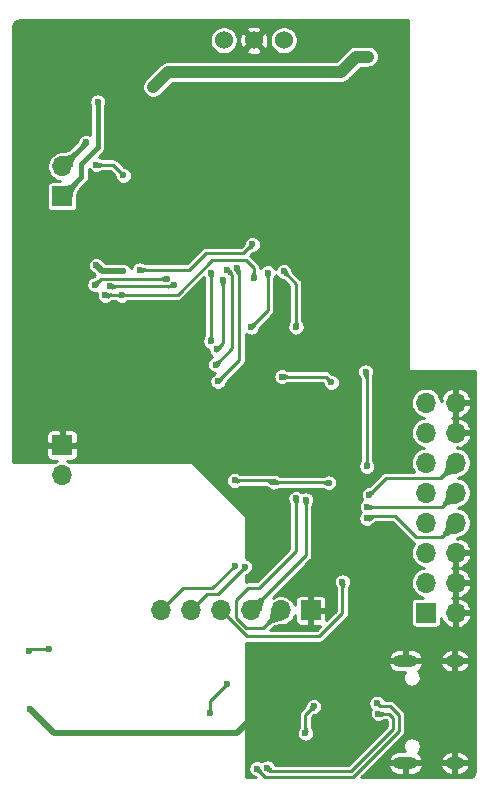
<source format=gbr>
%TF.GenerationSoftware,KiCad,Pcbnew,(5.1.6)-1*%
%TF.CreationDate,2021-03-09T02:14:13+08:00*%
%TF.ProjectId,matrix-clock,6d617472-6978-42d6-936c-6f636b2e6b69,rev?*%
%TF.SameCoordinates,Original*%
%TF.FileFunction,Copper,L2,Bot*%
%TF.FilePolarity,Positive*%
%FSLAX46Y46*%
G04 Gerber Fmt 4.6, Leading zero omitted, Abs format (unit mm)*
G04 Created by KiCad (PCBNEW (5.1.6)-1) date 2021-03-09 02:14:13*
%MOMM*%
%LPD*%
G01*
G04 APERTURE LIST*
%TA.AperFunction,ComponentPad*%
%ADD10O,1.700000X1.700000*%
%TD*%
%TA.AperFunction,ComponentPad*%
%ADD11R,1.700000X1.700000*%
%TD*%
%TA.AperFunction,ComponentPad*%
%ADD12C,1.524000*%
%TD*%
%TA.AperFunction,ComponentPad*%
%ADD13O,2.100000X1.000000*%
%TD*%
%TA.AperFunction,ComponentPad*%
%ADD14O,1.600000X1.000000*%
%TD*%
%TA.AperFunction,ViaPad*%
%ADD15C,0.600000*%
%TD*%
%TA.AperFunction,Conductor*%
%ADD16C,0.500000*%
%TD*%
%TA.AperFunction,Conductor*%
%ADD17C,0.250000*%
%TD*%
%TA.AperFunction,Conductor*%
%ADD18C,1.000000*%
%TD*%
%TA.AperFunction,Conductor*%
%ADD19C,0.600000*%
%TD*%
%TA.AperFunction,Conductor*%
%ADD20C,0.400000*%
%TD*%
%TA.AperFunction,Conductor*%
%ADD21C,0.254000*%
%TD*%
%TA.AperFunction,Conductor*%
%ADD22C,0.025400*%
%TD*%
G04 APERTURE END LIST*
D10*
%TO.P,J1,6*%
%TO.N,+3V3*%
X143954000Y-115395000D03*
%TO.P,J1,5*%
%TO.N,/BOOT*%
X146494000Y-115395000D03*
%TO.P,J1,4*%
%TO.N,/EN*%
X149034000Y-115395000D03*
%TO.P,J1,3*%
%TO.N,/TXD0*%
X151574000Y-115395000D03*
%TO.P,J1,2*%
%TO.N,/RXD0*%
X154114000Y-115395000D03*
D11*
%TO.P,J1,1*%
%TO.N,GND*%
X156654000Y-115395000D03*
%TD*%
D12*
%TO.P,U8,1*%
%TO.N,/IR_SIGNAL*%
X154368000Y-67135000D03*
%TO.P,U8,3*%
%TO.N,+3V3*%
X149288000Y-67135000D03*
%TO.P,U8,2*%
%TO.N,GND*%
X151828000Y-67135000D03*
%TD*%
D10*
%TO.P,J5,2*%
%TO.N,Net-(J5-Pad2)*%
X135600000Y-77803000D03*
D11*
%TO.P,J5,1*%
%TO.N,Net-(J5-Pad1)*%
X135600000Y-80343000D03*
%TD*%
D13*
%TO.P,J4,S1*%
%TO.N,GND*%
X164670000Y-119680000D03*
X164670000Y-128320000D03*
D14*
X168850000Y-128320000D03*
X168850000Y-119680000D03*
%TD*%
D10*
%TO.P,J3,2*%
%TO.N,+5V*%
X135600000Y-103940000D03*
D11*
%TO.P,J3,1*%
%TO.N,GND*%
X135600000Y-101400000D03*
%TD*%
D10*
%TO.P,J2,16*%
%TO.N,GND*%
X168940000Y-97820000D03*
%TO.P,J2,15*%
%TO.N,/_LED_SCK*%
X166400000Y-97820000D03*
%TO.P,J2,14*%
%TO.N,GND*%
X168940000Y-100360000D03*
%TO.P,J2,13*%
%TO.N,/_LED_STCP*%
X166400000Y-100360000D03*
%TO.P,J2,12*%
%TO.N,/_LED_R2*%
X168940000Y-102900000D03*
%TO.P,J2,11*%
%TO.N,/_LED_G2*%
X166400000Y-102900000D03*
%TO.P,J2,10*%
%TO.N,/_LED_R1*%
X168940000Y-105440000D03*
%TO.P,J2,9*%
%TO.N,/_LED_G1*%
X166400000Y-105440000D03*
%TO.P,J2,8*%
%TO.N,/_LED_OE*%
X168940000Y-107980000D03*
%TO.P,J2,7*%
%TO.N,/_LED_D*%
X166400000Y-107980000D03*
%TO.P,J2,6*%
%TO.N,GND*%
X168940000Y-110520000D03*
%TO.P,J2,5*%
%TO.N,/_LED_C*%
X166400000Y-110520000D03*
%TO.P,J2,4*%
%TO.N,GND*%
X168940000Y-113060000D03*
%TO.P,J2,3*%
%TO.N,/_LED_B*%
X166400000Y-113060000D03*
%TO.P,J2,2*%
%TO.N,GND*%
X168940000Y-115600000D03*
D11*
%TO.P,J2,1*%
%TO.N,/_LED_A*%
X166400000Y-115600000D03*
%TD*%
D15*
%TO.N,GND*%
X159067000Y-126317000D03*
X155600000Y-80000000D03*
X156600000Y-81000000D03*
X154600000Y-81000000D03*
X156600000Y-78800000D03*
X154600000Y-78800000D03*
X152800000Y-122600000D03*
X154000000Y-122600000D03*
X154000000Y-121600000D03*
X152800000Y-121600000D03*
X156885000Y-68515000D03*
X157485000Y-68515000D03*
X163187500Y-66012500D03*
X144600000Y-73800000D03*
X145100000Y-74300000D03*
X137085000Y-69885000D03*
X140635000Y-72235000D03*
X148200000Y-102200000D03*
X154400000Y-128200000D03*
X132875000Y-123725000D03*
X141062500Y-100337500D03*
X141062500Y-101137500D03*
X163255000Y-74400000D03*
X163255000Y-91345000D03*
X165200000Y-95400000D03*
X166400000Y-95400000D03*
X167600000Y-95400000D03*
X168800000Y-95400000D03*
X170000000Y-95400000D03*
X164400000Y-86200000D03*
X164400000Y-84514284D03*
X164400000Y-82828570D03*
X164400000Y-81142856D03*
X164400000Y-79457142D03*
X164400000Y-77771428D03*
X164400000Y-76085714D03*
X164400000Y-74400000D03*
X164400000Y-72400000D03*
X164400000Y-70400000D03*
X164400000Y-68400000D03*
X164400000Y-66400000D03*
X132000000Y-71800000D03*
X132000000Y-74222222D03*
X132000000Y-76644444D03*
X132000000Y-79066666D03*
X132000000Y-81488888D03*
X132000000Y-83911110D03*
X132000000Y-86333332D03*
X132000000Y-88755554D03*
X132000000Y-91177776D03*
X132000000Y-93600000D03*
X162300000Y-96300000D03*
X153500000Y-102800000D03*
X152275000Y-111125000D03*
X160400000Y-104000000D03*
X159700000Y-95100000D03*
X163900000Y-95400000D03*
X162300000Y-92600000D03*
X161000000Y-93800000D03*
X158813000Y-122380000D03*
X142049000Y-80597000D03*
X142176000Y-83772000D03*
X140271000Y-75517000D03*
X140144000Y-100337500D03*
X140144000Y-101137500D03*
X147764000Y-101679000D03*
%TO.N,/EN*%
X161400000Y-103200000D03*
X161300000Y-95200000D03*
X159321000Y-112982006D03*
%TO.N,+3V3*%
X143319000Y-71072000D03*
X143827000Y-70564000D03*
X134500000Y-118700000D03*
X150200000Y-111600000D03*
X132800000Y-118799982D03*
X161497000Y-68515000D03*
X160862000Y-68515000D03*
X151574000Y-69802000D03*
%TO.N,+5V*%
X158400000Y-96100000D03*
X154206250Y-95606250D03*
X150200000Y-104400000D03*
X153537500Y-104537500D03*
X138493000Y-86185000D03*
X140779000Y-86693008D03*
X158178000Y-104600000D03*
%TO.N,/BOOT*%
X151066000Y-111712000D03*
%TO.N,/TXD0*%
X156236772Y-106047127D03*
%TO.N,/RXD0*%
X155400000Y-105899996D03*
%TO.N,Net-(J4-PadA7)*%
X152971000Y-128730000D03*
X162369000Y-124158000D03*
%TO.N,Net-(J4-PadA6)*%
X152082000Y-128800000D03*
X162261000Y-123250000D03*
%TO.N,Net-(J5-Pad2)*%
X137604004Y-75771000D03*
%TO.N,Net-(J5-Pad1)*%
X138620000Y-72342000D03*
%TO.N,Net-(Q1-Pad2)*%
X149600000Y-121600000D03*
X148140176Y-124049990D03*
%TO.N,Net-(R2-Pad2)*%
X144462000Y-87328000D03*
X138366000Y-87836000D03*
%TO.N,Net-(R7-Pad1)*%
X156908000Y-123523000D03*
X156200000Y-125800000D03*
%TO.N,/Sheet5FA7C877/INPUT*%
X142176000Y-86566000D03*
X151701000Y-84407000D03*
%TO.N,/LED_G2*%
X155400000Y-91400000D03*
X154368000Y-86693000D03*
%TO.N,/LED_G1*%
X153000000Y-86800000D03*
X151600000Y-91400000D03*
%TO.N,/LED_D*%
X148200000Y-92600000D03*
X148200000Y-86800000D03*
%TO.N,/LED_B*%
X149600000Y-86600000D03*
X148600000Y-94600000D03*
%TO.N,/LED_A*%
X150400000Y-86400000D03*
X148800000Y-96000000D03*
%TO.N,/LED_C*%
X149200000Y-87400000D03*
X148700000Y-93300000D03*
%TO.N,/_LED_R2*%
X161599996Y-105600000D03*
%TO.N,/_LED_R1*%
X161441949Y-106641949D03*
%TO.N,/_LED_OE*%
X161400000Y-107600000D03*
%TO.N,Net-(C13-Pad2)*%
X140779000Y-78565000D03*
X138493000Y-77676000D03*
%TO.N,/SCL*%
X139636010Y-87963000D03*
X145097000Y-87836000D03*
%TO.N,/SDA*%
X151825000Y-87225000D03*
X139255000Y-88725000D03*
X140652000Y-88725000D03*
%TD*%
D16*
%TO.N,GND*%
X150400000Y-125800000D02*
X151400000Y-124800000D01*
X132875000Y-123725000D02*
X134950000Y-125800000D01*
X134950000Y-125800000D02*
X150400000Y-125800000D01*
D17*
%TO.N,/EN*%
X161400000Y-103200000D02*
X161400000Y-103200000D01*
X161400000Y-103200000D02*
X161400000Y-95300000D01*
X161400000Y-95300000D02*
X161300000Y-95200000D01*
X157370000Y-117600000D02*
X159321000Y-115649000D01*
X149034000Y-115395000D02*
X151239000Y-117600000D01*
X159321000Y-115649000D02*
X159321000Y-112982006D01*
X151239000Y-117600000D02*
X157370000Y-117600000D01*
%TO.N,+3V3*%
X132899982Y-118700000D02*
X132800000Y-118799982D01*
X134500000Y-118700000D02*
X132899982Y-118700000D01*
D18*
X159194000Y-69802000D02*
X160481000Y-68515000D01*
X160481000Y-68515000D02*
X160862000Y-68515000D01*
D19*
X161497000Y-68515000D02*
X161515000Y-68515000D01*
D18*
X160862000Y-68515000D02*
X161497000Y-68515000D01*
X151574000Y-69802000D02*
X159194000Y-69802000D01*
X144589000Y-69802000D02*
X151574000Y-69802000D01*
X144589000Y-69802000D02*
X143319000Y-71072000D01*
D17*
X145859000Y-113490000D02*
X143954000Y-115395000D01*
X150200000Y-111600000D02*
X148310000Y-113490000D01*
X148310000Y-113490000D02*
X145859000Y-113490000D01*
%TO.N,+5V*%
X157900000Y-95600000D02*
X158400000Y-96100000D01*
X154206250Y-95606250D02*
X154212500Y-95600000D01*
X154212500Y-95600000D02*
X157900000Y-95600000D01*
X153400000Y-104400000D02*
X153537500Y-104537500D01*
X150200000Y-104400000D02*
X153400000Y-104400000D01*
D16*
X139001008Y-86693008D02*
X140779000Y-86693008D01*
X138493000Y-86185000D02*
X139001008Y-86693008D01*
D17*
X158115500Y-104537500D02*
X158178000Y-104600000D01*
X153537500Y-104537500D02*
X158115500Y-104537500D01*
%TO.N,/BOOT*%
X147891000Y-113998000D02*
X146494000Y-115395000D01*
X151066000Y-111712000D02*
X148780000Y-113998000D01*
X148780000Y-113998000D02*
X147891000Y-113998000D01*
%TO.N,/TXD0*%
X156236772Y-110732228D02*
X151574000Y-115395000D01*
X156236772Y-106047127D02*
X156236772Y-110732228D01*
%TO.N,/RXD0*%
X150304000Y-116028590D02*
X151194410Y-116919000D01*
X151194410Y-116919000D02*
X152590000Y-116919000D01*
X155400000Y-110400000D02*
X152310000Y-113490000D01*
X150304000Y-114506000D02*
X150304000Y-116028590D01*
X155400000Y-105899996D02*
X155400000Y-110400000D01*
X152310000Y-113490000D02*
X151320000Y-113490000D01*
X151320000Y-113490000D02*
X150304000Y-114506000D01*
X152590000Y-116919000D02*
X154114000Y-115395000D01*
%TO.N,Net-(J4-PadA7)*%
X163258000Y-124158000D02*
X162369000Y-124158000D01*
X153270999Y-129029999D02*
X160037001Y-129029999D01*
X152971000Y-128730000D02*
X153270999Y-129029999D01*
X160037001Y-129029999D02*
X163639000Y-125428000D01*
X163639000Y-125428000D02*
X163639000Y-124539000D01*
X163639000Y-124539000D02*
X163258000Y-124158000D01*
%TO.N,Net-(J4-PadA6)*%
X152000000Y-128800000D02*
X152000000Y-128800000D01*
X151955000Y-128845000D02*
X152000000Y-128800000D01*
X152762009Y-129480009D02*
X152082000Y-128800000D01*
X160223401Y-129480009D02*
X152762009Y-129480009D01*
X162534000Y-123523000D02*
X163385000Y-123523000D01*
X164089009Y-124227009D02*
X164089009Y-125614401D01*
X162261000Y-123250000D02*
X162534000Y-123523000D01*
X164089009Y-125614401D02*
X160223401Y-129480009D01*
X163385000Y-123523000D02*
X164089009Y-124227009D01*
D20*
%TO.N,Net-(J5-Pad2)*%
X135600000Y-77803000D02*
X137604004Y-75798996D01*
X137604004Y-75798996D02*
X137604004Y-75771000D01*
%TO.N,Net-(J5-Pad1)*%
X138620000Y-72342000D02*
X138620000Y-76172002D01*
X137223000Y-77569002D02*
X137223000Y-78720000D01*
X137223000Y-78720000D02*
X135600000Y-80343000D01*
X138620000Y-76172002D02*
X137223000Y-77569002D01*
D17*
%TO.N,Net-(Q1-Pad2)*%
X148166010Y-124049990D02*
X148140176Y-124049990D01*
X148140176Y-123059824D02*
X149600000Y-121600000D01*
X148140176Y-124049990D02*
X148140176Y-123059824D01*
%TO.N,Net-(R2-Pad2)*%
X144462000Y-87328000D02*
X138874000Y-87328000D01*
X138874000Y-87328000D02*
X138366000Y-87836000D01*
X138366000Y-87836000D02*
X138366000Y-87836000D01*
%TO.N,Net-(R7-Pad1)*%
X156200000Y-124231000D02*
X156908000Y-123523000D01*
X156200000Y-125800000D02*
X156200000Y-124231000D01*
%TO.N,/Sheet5FA7C877/INPUT*%
X146367000Y-86566000D02*
X142176000Y-86566000D01*
X147764000Y-85169000D02*
X146367000Y-86566000D01*
X151701000Y-84407000D02*
X150939000Y-85169000D01*
X150939000Y-85169000D02*
X147764000Y-85169000D01*
%TO.N,/LED_G2*%
X155400000Y-91400000D02*
X155400000Y-87725000D01*
X155400000Y-87725000D02*
X154368000Y-86693000D01*
%TO.N,/LED_G1*%
X153000000Y-90000000D02*
X151600000Y-91400000D01*
X153000000Y-86800000D02*
X153000000Y-90000000D01*
%TO.N,/LED_D*%
X148200000Y-86800000D02*
X148200000Y-86800000D01*
X148200000Y-92600000D02*
X148200000Y-92600000D01*
X148200000Y-86800000D02*
X148200000Y-92600000D01*
%TO.N,/LED_B*%
X150000000Y-87000000D02*
X149600000Y-86600000D01*
X150000000Y-92000000D02*
X150000000Y-87000000D01*
X150000000Y-92000000D02*
X150000000Y-93200000D01*
X150000000Y-93200000D02*
X148600000Y-94600000D01*
X148600000Y-94600000D02*
X148600000Y-94600000D01*
%TO.N,/LED_A*%
X150600000Y-94200000D02*
X148800000Y-96000000D01*
X150400000Y-86400000D02*
X150600000Y-86600000D01*
X150600000Y-86600000D02*
X150600000Y-94200000D01*
%TO.N,/LED_C*%
X149200000Y-92600000D02*
X149200000Y-87400000D01*
X149200000Y-92600000D02*
X149200000Y-92800000D01*
X149200000Y-92800000D02*
X148700000Y-93300000D01*
X148700000Y-93300000D02*
X148600000Y-93400000D01*
%TO.N,/_LED_R2*%
X167640000Y-104200000D02*
X162999996Y-104200000D01*
X162999996Y-104200000D02*
X161599996Y-105600000D01*
X168940000Y-102900000D02*
X167640000Y-104200000D01*
%TO.N,/_LED_R1*%
X161415001Y-106615001D02*
X161415001Y-106615001D01*
X168940000Y-105440000D02*
X167738051Y-106641949D01*
X167738051Y-106641949D02*
X161441949Y-106641949D01*
%TO.N,/_LED_OE*%
X162000000Y-107400000D02*
X162000000Y-107400000D01*
X161600000Y-107400000D02*
X161400000Y-107600000D01*
X163800000Y-107400000D02*
X161600000Y-107400000D01*
X165600000Y-109200000D02*
X163800000Y-107400000D01*
X168940000Y-107980000D02*
X167720000Y-109200000D01*
X167720000Y-109200000D02*
X165600000Y-109200000D01*
%TO.N,Net-(C13-Pad2)*%
X139890000Y-77676000D02*
X140779000Y-78565000D01*
X138493000Y-77676000D02*
X139890000Y-77676000D01*
%TO.N,/SCL*%
X144970000Y-87963000D02*
X145097000Y-87836000D01*
X139636010Y-87963000D02*
X144970000Y-87963000D01*
%TO.N,/SDA*%
X139320999Y-88659001D02*
X139255000Y-88725000D01*
X151825000Y-86425000D02*
X151174999Y-85774999D01*
X151825000Y-87225000D02*
X151825000Y-86425000D01*
X145371501Y-88659001D02*
X139320999Y-88659001D01*
X148255503Y-85774999D02*
X145371501Y-88659001D01*
X151174999Y-85774999D02*
X148255503Y-85774999D01*
%TD*%
D21*
%TO.N,GND*%
G36*
X164873000Y-95000000D02*
G01*
X164875440Y-95024776D01*
X164882667Y-95048601D01*
X164894403Y-95070557D01*
X164910197Y-95089803D01*
X164929443Y-95105597D01*
X164951399Y-95117333D01*
X164975224Y-95124560D01*
X165000000Y-95127000D01*
X170548000Y-95127000D01*
X170548001Y-128977881D01*
X170535436Y-129106023D01*
X170504648Y-129207999D01*
X170454634Y-129302061D01*
X170387307Y-129384612D01*
X170305227Y-129452515D01*
X170211520Y-129503182D01*
X170109755Y-129534684D01*
X169983062Y-129548000D01*
X160936054Y-129548000D01*
X161887078Y-128596976D01*
X163183084Y-128596976D01*
X163237097Y-128757197D01*
X163339355Y-128921042D01*
X163471612Y-129061789D01*
X163628786Y-129174030D01*
X163804837Y-129253451D01*
X163993000Y-129297000D01*
X164543000Y-129297000D01*
X164543000Y-128447000D01*
X164797000Y-128447000D01*
X164797000Y-129297000D01*
X165347000Y-129297000D01*
X165535163Y-129253451D01*
X165711214Y-129174030D01*
X165868388Y-129061789D01*
X166000645Y-128921042D01*
X166102903Y-128757197D01*
X166156916Y-128596976D01*
X167613084Y-128596976D01*
X167667097Y-128757197D01*
X167769355Y-128921042D01*
X167901612Y-129061789D01*
X168058786Y-129174030D01*
X168234837Y-129253451D01*
X168423000Y-129297000D01*
X168723000Y-129297000D01*
X168723000Y-128447000D01*
X168977000Y-128447000D01*
X168977000Y-129297000D01*
X169277000Y-129297000D01*
X169465163Y-129253451D01*
X169641214Y-129174030D01*
X169798388Y-129061789D01*
X169930645Y-128921042D01*
X170032903Y-128757197D01*
X170086916Y-128596976D01*
X169998296Y-128447000D01*
X168977000Y-128447000D01*
X168723000Y-128447000D01*
X167701704Y-128447000D01*
X167613084Y-128596976D01*
X166156916Y-128596976D01*
X166068296Y-128447000D01*
X164797000Y-128447000D01*
X164543000Y-128447000D01*
X163271704Y-128447000D01*
X163183084Y-128596976D01*
X161887078Y-128596976D01*
X162441030Y-128043024D01*
X163183084Y-128043024D01*
X163271704Y-128193000D01*
X164543000Y-128193000D01*
X164543000Y-128173000D01*
X164797000Y-128173000D01*
X164797000Y-128193000D01*
X166068296Y-128193000D01*
X166156916Y-128043024D01*
X167613084Y-128043024D01*
X167701704Y-128193000D01*
X168723000Y-128193000D01*
X168723000Y-127343000D01*
X168977000Y-127343000D01*
X168977000Y-128193000D01*
X169998296Y-128193000D01*
X170086916Y-128043024D01*
X170032903Y-127882803D01*
X169930645Y-127718958D01*
X169798388Y-127578211D01*
X169641214Y-127465970D01*
X169465163Y-127386549D01*
X169277000Y-127343000D01*
X168977000Y-127343000D01*
X168723000Y-127343000D01*
X168423000Y-127343000D01*
X168234837Y-127386549D01*
X168058786Y-127465970D01*
X167901612Y-127578211D01*
X167769355Y-127718958D01*
X167667097Y-127882803D01*
X167613084Y-128043024D01*
X166156916Y-128043024D01*
X166102903Y-127882803D01*
X166000645Y-127718958D01*
X165868388Y-127578211D01*
X165711214Y-127465970D01*
X165694885Y-127458604D01*
X165784117Y-127369372D01*
X165866414Y-127246206D01*
X165923101Y-127109350D01*
X165952000Y-126964066D01*
X165952000Y-126815934D01*
X165923101Y-126670650D01*
X165866414Y-126533794D01*
X165784117Y-126410628D01*
X165679372Y-126305883D01*
X165556206Y-126223586D01*
X165419350Y-126166899D01*
X165274066Y-126138000D01*
X165125934Y-126138000D01*
X164980650Y-126166899D01*
X164843794Y-126223586D01*
X164720628Y-126305883D01*
X164615883Y-126410628D01*
X164533586Y-126533794D01*
X164476899Y-126670650D01*
X164448000Y-126815934D01*
X164448000Y-126964066D01*
X164476899Y-127109350D01*
X164533586Y-127246206D01*
X164598262Y-127343000D01*
X163993000Y-127343000D01*
X163804837Y-127386549D01*
X163628786Y-127465970D01*
X163471612Y-127578211D01*
X163339355Y-127718958D01*
X163237097Y-127882803D01*
X163183084Y-128043024D01*
X162441030Y-128043024D01*
X164460163Y-126023893D01*
X164481220Y-126006612D01*
X164509615Y-125972012D01*
X164550200Y-125922560D01*
X164601219Y-125827109D01*
X164601457Y-125826664D01*
X164633021Y-125722612D01*
X164641009Y-125641510D01*
X164641009Y-125641500D01*
X164643678Y-125614402D01*
X164641009Y-125587304D01*
X164641009Y-124254114D01*
X164643679Y-124227008D01*
X164639658Y-124186186D01*
X164633021Y-124118798D01*
X164601457Y-124014746D01*
X164550200Y-123918851D01*
X164481220Y-123834798D01*
X164460163Y-123817517D01*
X163794500Y-123151856D01*
X163777211Y-123130789D01*
X163693158Y-123061809D01*
X163597263Y-123010552D01*
X163493211Y-122978988D01*
X163412109Y-122971000D01*
X163412106Y-122971000D01*
X163385000Y-122968330D01*
X163357894Y-122971000D01*
X162932334Y-122971000D01*
X162905259Y-122905636D01*
X162825698Y-122786564D01*
X162724436Y-122685302D01*
X162605364Y-122605741D01*
X162473058Y-122550938D01*
X162332603Y-122523000D01*
X162189397Y-122523000D01*
X162048942Y-122550938D01*
X161916636Y-122605741D01*
X161797564Y-122685302D01*
X161696302Y-122786564D01*
X161616741Y-122905636D01*
X161561938Y-123037942D01*
X161534000Y-123178397D01*
X161534000Y-123321603D01*
X161561938Y-123462058D01*
X161616741Y-123594364D01*
X161696302Y-123713436D01*
X161753484Y-123770618D01*
X161724741Y-123813636D01*
X161669938Y-123945942D01*
X161642000Y-124086397D01*
X161642000Y-124229603D01*
X161669938Y-124370058D01*
X161724741Y-124502364D01*
X161804302Y-124621436D01*
X161905564Y-124722698D01*
X162024636Y-124802259D01*
X162156942Y-124857062D01*
X162297397Y-124885000D01*
X162440603Y-124885000D01*
X162581058Y-124857062D01*
X162713364Y-124802259D01*
X162832436Y-124722698D01*
X162845134Y-124710000D01*
X163029355Y-124710000D01*
X163087000Y-124767645D01*
X163087000Y-125199354D01*
X159808357Y-128477999D01*
X153653517Y-128477999D01*
X153615259Y-128385636D01*
X153535698Y-128266564D01*
X153434436Y-128165302D01*
X153315364Y-128085741D01*
X153183058Y-128030938D01*
X153042603Y-128003000D01*
X152899397Y-128003000D01*
X152758942Y-128030938D01*
X152626636Y-128085741D01*
X152507564Y-128165302D01*
X152480771Y-128192095D01*
X152426364Y-128155741D01*
X152294058Y-128100938D01*
X152153603Y-128073000D01*
X152010397Y-128073000D01*
X151869942Y-128100938D01*
X151737636Y-128155741D01*
X151618564Y-128235302D01*
X151517302Y-128336564D01*
X151437741Y-128455636D01*
X151382938Y-128587942D01*
X151355000Y-128728397D01*
X151355000Y-128871603D01*
X151382938Y-129012058D01*
X151437741Y-129144364D01*
X151517302Y-129263436D01*
X151618564Y-129364698D01*
X151737636Y-129444259D01*
X151869942Y-129499062D01*
X152010397Y-129527000D01*
X152028356Y-129527000D01*
X152049355Y-129548000D01*
X151127000Y-129548000D01*
X151127000Y-125728397D01*
X155473000Y-125728397D01*
X155473000Y-125871603D01*
X155500938Y-126012058D01*
X155555741Y-126144364D01*
X155635302Y-126263436D01*
X155736564Y-126364698D01*
X155855636Y-126444259D01*
X155987942Y-126499062D01*
X156128397Y-126527000D01*
X156271603Y-126527000D01*
X156412058Y-126499062D01*
X156544364Y-126444259D01*
X156663436Y-126364698D01*
X156764698Y-126263436D01*
X156844259Y-126144364D01*
X156899062Y-126012058D01*
X156927000Y-125871603D01*
X156927000Y-125728397D01*
X156899062Y-125587942D01*
X156844259Y-125455636D01*
X156764698Y-125336564D01*
X156752000Y-125323866D01*
X156752000Y-124459644D01*
X156961645Y-124250000D01*
X156979603Y-124250000D01*
X157120058Y-124222062D01*
X157252364Y-124167259D01*
X157371436Y-124087698D01*
X157472698Y-123986436D01*
X157552259Y-123867364D01*
X157607062Y-123735058D01*
X157635000Y-123594603D01*
X157635000Y-123451397D01*
X157607062Y-123310942D01*
X157552259Y-123178636D01*
X157472698Y-123059564D01*
X157371436Y-122958302D01*
X157252364Y-122878741D01*
X157120058Y-122823938D01*
X156979603Y-122796000D01*
X156836397Y-122796000D01*
X156695942Y-122823938D01*
X156563636Y-122878741D01*
X156444564Y-122958302D01*
X156343302Y-123059564D01*
X156263741Y-123178636D01*
X156208938Y-123310942D01*
X156181000Y-123451397D01*
X156181000Y-123469355D01*
X155828851Y-123821504D01*
X155807790Y-123838789D01*
X155760216Y-123896759D01*
X155738809Y-123922843D01*
X155687552Y-124018738D01*
X155668019Y-124083132D01*
X155657200Y-124118799D01*
X155655989Y-124122790D01*
X155645330Y-124231000D01*
X155648001Y-124258116D01*
X155648000Y-125323866D01*
X155635302Y-125336564D01*
X155555741Y-125455636D01*
X155500938Y-125587942D01*
X155473000Y-125728397D01*
X151127000Y-125728397D01*
X151127000Y-119956976D01*
X163183084Y-119956976D01*
X163237097Y-120117197D01*
X163339355Y-120281042D01*
X163471612Y-120421789D01*
X163628786Y-120534030D01*
X163804837Y-120613451D01*
X163993000Y-120657000D01*
X164598262Y-120657000D01*
X164533586Y-120753794D01*
X164476899Y-120890650D01*
X164448000Y-121035934D01*
X164448000Y-121184066D01*
X164476899Y-121329350D01*
X164533586Y-121466206D01*
X164615883Y-121589372D01*
X164720628Y-121694117D01*
X164843794Y-121776414D01*
X164980650Y-121833101D01*
X165125934Y-121862000D01*
X165274066Y-121862000D01*
X165419350Y-121833101D01*
X165556206Y-121776414D01*
X165679372Y-121694117D01*
X165784117Y-121589372D01*
X165866414Y-121466206D01*
X165923101Y-121329350D01*
X165952000Y-121184066D01*
X165952000Y-121035934D01*
X165923101Y-120890650D01*
X165866414Y-120753794D01*
X165784117Y-120630628D01*
X165694885Y-120541396D01*
X165711214Y-120534030D01*
X165868388Y-120421789D01*
X166000645Y-120281042D01*
X166102903Y-120117197D01*
X166156916Y-119956976D01*
X167613084Y-119956976D01*
X167667097Y-120117197D01*
X167769355Y-120281042D01*
X167901612Y-120421789D01*
X168058786Y-120534030D01*
X168234837Y-120613451D01*
X168423000Y-120657000D01*
X168723000Y-120657000D01*
X168723000Y-119807000D01*
X168977000Y-119807000D01*
X168977000Y-120657000D01*
X169277000Y-120657000D01*
X169465163Y-120613451D01*
X169641214Y-120534030D01*
X169798388Y-120421789D01*
X169930645Y-120281042D01*
X170032903Y-120117197D01*
X170086916Y-119956976D01*
X169998296Y-119807000D01*
X168977000Y-119807000D01*
X168723000Y-119807000D01*
X167701704Y-119807000D01*
X167613084Y-119956976D01*
X166156916Y-119956976D01*
X166068296Y-119807000D01*
X164797000Y-119807000D01*
X164797000Y-119827000D01*
X164543000Y-119827000D01*
X164543000Y-119807000D01*
X163271704Y-119807000D01*
X163183084Y-119956976D01*
X151127000Y-119956976D01*
X151127000Y-119403024D01*
X163183084Y-119403024D01*
X163271704Y-119553000D01*
X164543000Y-119553000D01*
X164543000Y-118703000D01*
X164797000Y-118703000D01*
X164797000Y-119553000D01*
X166068296Y-119553000D01*
X166156916Y-119403024D01*
X167613084Y-119403024D01*
X167701704Y-119553000D01*
X168723000Y-119553000D01*
X168723000Y-118703000D01*
X168977000Y-118703000D01*
X168977000Y-119553000D01*
X169998296Y-119553000D01*
X170086916Y-119403024D01*
X170032903Y-119242803D01*
X169930645Y-119078958D01*
X169798388Y-118938211D01*
X169641214Y-118825970D01*
X169465163Y-118746549D01*
X169277000Y-118703000D01*
X168977000Y-118703000D01*
X168723000Y-118703000D01*
X168423000Y-118703000D01*
X168234837Y-118746549D01*
X168058786Y-118825970D01*
X167901612Y-118938211D01*
X167769355Y-119078958D01*
X167667097Y-119242803D01*
X167613084Y-119403024D01*
X166156916Y-119403024D01*
X166102903Y-119242803D01*
X166000645Y-119078958D01*
X165868388Y-118938211D01*
X165711214Y-118825970D01*
X165535163Y-118746549D01*
X165347000Y-118703000D01*
X164797000Y-118703000D01*
X164543000Y-118703000D01*
X163993000Y-118703000D01*
X163804837Y-118746549D01*
X163628786Y-118825970D01*
X163471612Y-118938211D01*
X163339355Y-119078958D01*
X163237097Y-119242803D01*
X163183084Y-119403024D01*
X151127000Y-119403024D01*
X151127000Y-118142863D01*
X151130789Y-118144012D01*
X151211891Y-118152000D01*
X151211894Y-118152000D01*
X151239000Y-118154670D01*
X151266106Y-118152000D01*
X157342894Y-118152000D01*
X157370000Y-118154670D01*
X157397106Y-118152000D01*
X157397109Y-118152000D01*
X157478211Y-118144012D01*
X157582263Y-118112448D01*
X157678158Y-118061191D01*
X157762211Y-117992211D01*
X157779500Y-117971144D01*
X159692154Y-116058492D01*
X159713211Y-116041211D01*
X159782191Y-115957158D01*
X159833448Y-115861263D01*
X159865012Y-115757211D01*
X159873000Y-115676109D01*
X159873000Y-115676108D01*
X159875670Y-115649000D01*
X159873000Y-115621892D01*
X159873000Y-113458140D01*
X159885698Y-113445442D01*
X159965259Y-113326370D01*
X160020062Y-113194064D01*
X160048000Y-113053609D01*
X160048000Y-112910403D01*
X160020062Y-112769948D01*
X159965259Y-112637642D01*
X159885698Y-112518570D01*
X159784436Y-112417308D01*
X159665364Y-112337747D01*
X159533058Y-112282944D01*
X159392603Y-112255006D01*
X159249397Y-112255006D01*
X159108942Y-112282944D01*
X158976636Y-112337747D01*
X158857564Y-112417308D01*
X158756302Y-112518570D01*
X158676741Y-112637642D01*
X158621938Y-112769948D01*
X158594000Y-112910403D01*
X158594000Y-113053609D01*
X158621938Y-113194064D01*
X158676741Y-113326370D01*
X158756302Y-113445442D01*
X158769001Y-113458141D01*
X158769000Y-115420354D01*
X157983160Y-116206195D01*
X157981000Y-115641250D01*
X157861750Y-115522000D01*
X156781000Y-115522000D01*
X156781000Y-116602750D01*
X156900250Y-116722000D01*
X157465196Y-116724160D01*
X157141356Y-117048000D01*
X153241644Y-117048000D01*
X153261382Y-117028262D01*
X153342789Y-116952360D01*
X153419578Y-116890613D01*
X153497128Y-116837538D01*
X153575740Y-116792540D01*
X153655829Y-116755106D01*
X153737987Y-116724808D01*
X153822915Y-116701373D01*
X153911359Y-116684709D01*
X154004006Y-116674913D01*
X154109807Y-116672000D01*
X154239774Y-116672000D01*
X154486487Y-116622926D01*
X154718886Y-116526663D01*
X154928040Y-116386911D01*
X155105911Y-116209040D01*
X155245663Y-115999886D01*
X155326374Y-115805033D01*
X155324692Y-116245000D01*
X155333902Y-116338508D01*
X155361177Y-116428423D01*
X155405470Y-116511289D01*
X155465078Y-116583922D01*
X155537711Y-116643530D01*
X155620577Y-116687823D01*
X155710492Y-116715098D01*
X155804000Y-116724308D01*
X156407750Y-116722000D01*
X156527000Y-116602750D01*
X156527000Y-115522000D01*
X156507000Y-115522000D01*
X156507000Y-115268000D01*
X156527000Y-115268000D01*
X156527000Y-114187250D01*
X156781000Y-114187250D01*
X156781000Y-115268000D01*
X157861750Y-115268000D01*
X157981000Y-115148750D01*
X157983308Y-114545000D01*
X157974098Y-114451492D01*
X157946823Y-114361577D01*
X157902530Y-114278711D01*
X157842922Y-114206078D01*
X157770289Y-114146470D01*
X157687423Y-114102177D01*
X157597508Y-114074902D01*
X157504000Y-114065692D01*
X156900250Y-114068000D01*
X156781000Y-114187250D01*
X156527000Y-114187250D01*
X156407750Y-114068000D01*
X155804000Y-114065692D01*
X155710492Y-114074902D01*
X155620577Y-114102177D01*
X155537711Y-114146470D01*
X155465078Y-114206078D01*
X155405470Y-114278711D01*
X155361177Y-114361577D01*
X155333902Y-114451492D01*
X155324692Y-114545000D01*
X155326374Y-114984967D01*
X155245663Y-114790114D01*
X155105911Y-114580960D01*
X154928040Y-114403089D01*
X154718886Y-114263337D01*
X154486487Y-114167074D01*
X154239774Y-114118000D01*
X153988226Y-114118000D01*
X153741513Y-114167074D01*
X153509114Y-114263337D01*
X153440383Y-114309261D01*
X156607926Y-111141720D01*
X156628983Y-111124439D01*
X156651051Y-111097549D01*
X156697963Y-111040387D01*
X156742171Y-110957679D01*
X156749220Y-110944491D01*
X156780784Y-110840439D01*
X156788772Y-110759337D01*
X156788772Y-110759327D01*
X156791441Y-110732229D01*
X156788772Y-110705131D01*
X156788772Y-107528397D01*
X160673000Y-107528397D01*
X160673000Y-107671603D01*
X160700938Y-107812058D01*
X160755741Y-107944364D01*
X160835302Y-108063436D01*
X160936564Y-108164698D01*
X161055636Y-108244259D01*
X161187942Y-108299062D01*
X161328397Y-108327000D01*
X161471603Y-108327000D01*
X161612058Y-108299062D01*
X161744364Y-108244259D01*
X161863436Y-108164698D01*
X161912867Y-108115267D01*
X161919444Y-108109010D01*
X161928589Y-108101190D01*
X161946209Y-108087244D01*
X161971096Y-108068676D01*
X162002579Y-108046258D01*
X162040127Y-108020511D01*
X162083468Y-107991705D01*
X162132435Y-107960004D01*
X162145079Y-107952000D01*
X163571356Y-107952000D01*
X165190508Y-109571154D01*
X165207789Y-109592211D01*
X165228845Y-109609491D01*
X165291841Y-109661191D01*
X165343025Y-109688549D01*
X165387737Y-109712448D01*
X165401055Y-109716488D01*
X165268337Y-109915114D01*
X165172074Y-110147513D01*
X165123000Y-110394226D01*
X165123000Y-110645774D01*
X165172074Y-110892487D01*
X165268337Y-111124886D01*
X165408089Y-111334040D01*
X165585960Y-111511911D01*
X165795114Y-111651663D01*
X166027513Y-111747926D01*
X166239034Y-111790000D01*
X166027513Y-111832074D01*
X165795114Y-111928337D01*
X165585960Y-112068089D01*
X165408089Y-112245960D01*
X165268337Y-112455114D01*
X165172074Y-112687513D01*
X165123000Y-112934226D01*
X165123000Y-113185774D01*
X165172074Y-113432487D01*
X165268337Y-113664886D01*
X165408089Y-113874040D01*
X165585960Y-114051911D01*
X165795114Y-114191663D01*
X166027513Y-114287926D01*
X166193456Y-114320934D01*
X165550000Y-114320934D01*
X165466293Y-114329178D01*
X165385804Y-114353595D01*
X165311624Y-114393245D01*
X165246605Y-114446605D01*
X165193245Y-114511624D01*
X165153595Y-114585804D01*
X165129178Y-114666293D01*
X165120934Y-114750000D01*
X165120934Y-116450000D01*
X165129178Y-116533707D01*
X165153595Y-116614196D01*
X165193245Y-116688376D01*
X165246605Y-116753395D01*
X165311624Y-116806755D01*
X165385804Y-116846405D01*
X165466293Y-116870822D01*
X165550000Y-116879066D01*
X167250000Y-116879066D01*
X167333707Y-116870822D01*
X167414196Y-116846405D01*
X167488376Y-116806755D01*
X167553395Y-116753395D01*
X167606755Y-116688376D01*
X167646405Y-116614196D01*
X167670822Y-116533707D01*
X167679066Y-116450000D01*
X167679066Y-116010690D01*
X167687252Y-116037679D01*
X167796710Y-116273668D01*
X167950104Y-116483769D01*
X168141539Y-116659907D01*
X168363659Y-116795313D01*
X168607927Y-116884784D01*
X168813000Y-116801664D01*
X168813000Y-115727000D01*
X169067000Y-115727000D01*
X169067000Y-116801664D01*
X169272073Y-116884784D01*
X169516341Y-116795313D01*
X169738461Y-116659907D01*
X169929896Y-116483769D01*
X170083290Y-116273668D01*
X170192748Y-116037679D01*
X170224779Y-115932072D01*
X170141054Y-115727000D01*
X169067000Y-115727000D01*
X168813000Y-115727000D01*
X168793000Y-115727000D01*
X168793000Y-115473000D01*
X168813000Y-115473000D01*
X168813000Y-114398336D01*
X168644402Y-114330000D01*
X168813000Y-114261664D01*
X168813000Y-113187000D01*
X169067000Y-113187000D01*
X169067000Y-114261664D01*
X169235598Y-114330000D01*
X169067000Y-114398336D01*
X169067000Y-115473000D01*
X170141054Y-115473000D01*
X170224779Y-115267928D01*
X170192748Y-115162321D01*
X170083290Y-114926332D01*
X169929896Y-114716231D01*
X169738461Y-114540093D01*
X169516341Y-114404687D01*
X169312435Y-114330000D01*
X169516341Y-114255313D01*
X169738461Y-114119907D01*
X169929896Y-113943769D01*
X170083290Y-113733668D01*
X170192748Y-113497679D01*
X170224779Y-113392072D01*
X170141054Y-113187000D01*
X169067000Y-113187000D01*
X168813000Y-113187000D01*
X168793000Y-113187000D01*
X168793000Y-112933000D01*
X168813000Y-112933000D01*
X168813000Y-111858336D01*
X168644402Y-111790000D01*
X168813000Y-111721664D01*
X168813000Y-110647000D01*
X169067000Y-110647000D01*
X169067000Y-111721664D01*
X169235598Y-111790000D01*
X169067000Y-111858336D01*
X169067000Y-112933000D01*
X170141054Y-112933000D01*
X170224779Y-112727928D01*
X170192748Y-112622321D01*
X170083290Y-112386332D01*
X169929896Y-112176231D01*
X169738461Y-112000093D01*
X169516341Y-111864687D01*
X169312435Y-111790000D01*
X169516341Y-111715313D01*
X169738461Y-111579907D01*
X169929896Y-111403769D01*
X170083290Y-111193668D01*
X170192748Y-110957679D01*
X170224779Y-110852072D01*
X170141054Y-110647000D01*
X169067000Y-110647000D01*
X168813000Y-110647000D01*
X168793000Y-110647000D01*
X168793000Y-110393000D01*
X168813000Y-110393000D01*
X168813000Y-110373000D01*
X169067000Y-110373000D01*
X169067000Y-110393000D01*
X170141054Y-110393000D01*
X170224779Y-110187928D01*
X170192748Y-110082321D01*
X170083290Y-109846332D01*
X169929896Y-109636231D01*
X169738461Y-109460093D01*
X169516341Y-109324687D01*
X169272073Y-109235216D01*
X169067002Y-109318335D01*
X169067002Y-109256756D01*
X169312487Y-109207926D01*
X169544886Y-109111663D01*
X169754040Y-108971911D01*
X169931911Y-108794040D01*
X170071663Y-108584886D01*
X170167926Y-108352487D01*
X170217000Y-108105774D01*
X170217000Y-107854226D01*
X170167926Y-107607513D01*
X170071663Y-107375114D01*
X169931911Y-107165960D01*
X169754040Y-106988089D01*
X169544886Y-106848337D01*
X169312487Y-106752074D01*
X169100966Y-106710000D01*
X169312487Y-106667926D01*
X169544886Y-106571663D01*
X169754040Y-106431911D01*
X169931911Y-106254040D01*
X170071663Y-106044886D01*
X170167926Y-105812487D01*
X170217000Y-105565774D01*
X170217000Y-105314226D01*
X170167926Y-105067513D01*
X170071663Y-104835114D01*
X169931911Y-104625960D01*
X169754040Y-104448089D01*
X169544886Y-104308337D01*
X169312487Y-104212074D01*
X169100966Y-104170000D01*
X169312487Y-104127926D01*
X169544886Y-104031663D01*
X169754040Y-103891911D01*
X169931911Y-103714040D01*
X170071663Y-103504886D01*
X170167926Y-103272487D01*
X170217000Y-103025774D01*
X170217000Y-102774226D01*
X170167926Y-102527513D01*
X170071663Y-102295114D01*
X169931911Y-102085960D01*
X169754040Y-101908089D01*
X169544886Y-101768337D01*
X169312487Y-101672074D01*
X169067002Y-101623244D01*
X169067002Y-101561665D01*
X169272073Y-101644784D01*
X169516341Y-101555313D01*
X169738461Y-101419907D01*
X169929896Y-101243769D01*
X170083290Y-101033668D01*
X170192748Y-100797679D01*
X170224779Y-100692072D01*
X170141054Y-100487000D01*
X169067000Y-100487000D01*
X169067000Y-100507000D01*
X168813000Y-100507000D01*
X168813000Y-100487000D01*
X168793000Y-100487000D01*
X168793000Y-100233000D01*
X168813000Y-100233000D01*
X168813000Y-99158336D01*
X168644402Y-99090000D01*
X168813000Y-99021664D01*
X168813000Y-97947000D01*
X169067000Y-97947000D01*
X169067000Y-99021664D01*
X169235598Y-99090000D01*
X169067000Y-99158336D01*
X169067000Y-100233000D01*
X170141054Y-100233000D01*
X170224779Y-100027928D01*
X170192748Y-99922321D01*
X170083290Y-99686332D01*
X169929896Y-99476231D01*
X169738461Y-99300093D01*
X169516341Y-99164687D01*
X169312435Y-99090000D01*
X169516341Y-99015313D01*
X169738461Y-98879907D01*
X169929896Y-98703769D01*
X170083290Y-98493668D01*
X170192748Y-98257679D01*
X170224779Y-98152072D01*
X170141054Y-97947000D01*
X169067000Y-97947000D01*
X168813000Y-97947000D01*
X168793000Y-97947000D01*
X168793000Y-97693000D01*
X168813000Y-97693000D01*
X168813000Y-96618336D01*
X169067000Y-96618336D01*
X169067000Y-97693000D01*
X170141054Y-97693000D01*
X170224779Y-97487928D01*
X170192748Y-97382321D01*
X170083290Y-97146332D01*
X169929896Y-96936231D01*
X169738461Y-96760093D01*
X169516341Y-96624687D01*
X169272073Y-96535216D01*
X169067000Y-96618336D01*
X168813000Y-96618336D01*
X168607927Y-96535216D01*
X168363659Y-96624687D01*
X168141539Y-96760093D01*
X167950104Y-96936231D01*
X167796710Y-97146332D01*
X167687252Y-97382321D01*
X167655221Y-97487928D01*
X167738945Y-97692998D01*
X167676756Y-97692998D01*
X167627926Y-97447513D01*
X167531663Y-97215114D01*
X167391911Y-97005960D01*
X167214040Y-96828089D01*
X167004886Y-96688337D01*
X166772487Y-96592074D01*
X166525774Y-96543000D01*
X166274226Y-96543000D01*
X166027513Y-96592074D01*
X165795114Y-96688337D01*
X165585960Y-96828089D01*
X165408089Y-97005960D01*
X165268337Y-97215114D01*
X165172074Y-97447513D01*
X165123000Y-97694226D01*
X165123000Y-97945774D01*
X165172074Y-98192487D01*
X165268337Y-98424886D01*
X165408089Y-98634040D01*
X165585960Y-98811911D01*
X165795114Y-98951663D01*
X166027513Y-99047926D01*
X166239034Y-99090000D01*
X166027513Y-99132074D01*
X165795114Y-99228337D01*
X165585960Y-99368089D01*
X165408089Y-99545960D01*
X165268337Y-99755114D01*
X165172074Y-99987513D01*
X165123000Y-100234226D01*
X165123000Y-100485774D01*
X165172074Y-100732487D01*
X165268337Y-100964886D01*
X165408089Y-101174040D01*
X165585960Y-101351911D01*
X165795114Y-101491663D01*
X166027513Y-101587926D01*
X166239034Y-101630000D01*
X166027513Y-101672074D01*
X165795114Y-101768337D01*
X165585960Y-101908089D01*
X165408089Y-102085960D01*
X165268337Y-102295114D01*
X165172074Y-102527513D01*
X165123000Y-102774226D01*
X165123000Y-103025774D01*
X165172074Y-103272487D01*
X165268337Y-103504886D01*
X165363963Y-103648000D01*
X163027102Y-103648000D01*
X162999996Y-103645330D01*
X162972890Y-103648000D01*
X162972887Y-103648000D01*
X162891785Y-103655988D01*
X162787733Y-103687552D01*
X162691838Y-103738809D01*
X162607785Y-103807789D01*
X162590500Y-103828851D01*
X161546352Y-104873000D01*
X161528393Y-104873000D01*
X161387938Y-104900938D01*
X161255632Y-104955741D01*
X161136560Y-105035302D01*
X161035298Y-105136564D01*
X160955737Y-105255636D01*
X160900934Y-105387942D01*
X160872996Y-105528397D01*
X160872996Y-105671603D01*
X160900934Y-105812058D01*
X160955737Y-105944364D01*
X161024153Y-106046756D01*
X160978513Y-106077251D01*
X160877251Y-106178513D01*
X160797690Y-106297585D01*
X160742887Y-106429891D01*
X160714949Y-106570346D01*
X160714949Y-106713552D01*
X160742887Y-106854007D01*
X160797690Y-106986313D01*
X160872937Y-107098929D01*
X160835302Y-107136564D01*
X160755741Y-107255636D01*
X160700938Y-107387942D01*
X160673000Y-107528397D01*
X156788772Y-107528397D01*
X156788772Y-106523261D01*
X156801470Y-106510563D01*
X156881031Y-106391491D01*
X156935834Y-106259185D01*
X156963772Y-106118730D01*
X156963772Y-105975524D01*
X156935834Y-105835069D01*
X156881031Y-105702763D01*
X156801470Y-105583691D01*
X156700208Y-105482429D01*
X156581136Y-105402868D01*
X156448830Y-105348065D01*
X156308375Y-105320127D01*
X156165169Y-105320127D01*
X156024714Y-105348065D01*
X155919701Y-105391563D01*
X155863436Y-105335298D01*
X155744364Y-105255737D01*
X155612058Y-105200934D01*
X155471603Y-105172996D01*
X155328397Y-105172996D01*
X155187942Y-105200934D01*
X155055636Y-105255737D01*
X154936564Y-105335298D01*
X154835302Y-105436560D01*
X154755741Y-105555632D01*
X154700938Y-105687938D01*
X154673000Y-105828393D01*
X154673000Y-105971599D01*
X154700938Y-106112054D01*
X154755741Y-106244360D01*
X154835302Y-106363432D01*
X154848000Y-106376130D01*
X154848001Y-110171354D01*
X152081356Y-112938000D01*
X151347106Y-112938000D01*
X151320000Y-112935330D01*
X151292894Y-112938000D01*
X151292891Y-112938000D01*
X151211789Y-112945988D01*
X151127000Y-112971709D01*
X151127000Y-112439000D01*
X151137603Y-112439000D01*
X151278058Y-112411062D01*
X151410364Y-112356259D01*
X151529436Y-112276698D01*
X151630698Y-112175436D01*
X151710259Y-112056364D01*
X151765062Y-111924058D01*
X151793000Y-111783603D01*
X151793000Y-111640397D01*
X151765062Y-111499942D01*
X151710259Y-111367636D01*
X151630698Y-111248564D01*
X151529436Y-111147302D01*
X151410364Y-111067741D01*
X151278058Y-111012938D01*
X151137603Y-110985000D01*
X151127000Y-110985000D01*
X151127000Y-107400000D01*
X151124560Y-107375224D01*
X151117333Y-107351399D01*
X151105597Y-107329443D01*
X151089803Y-107310197D01*
X148108003Y-104328397D01*
X149473000Y-104328397D01*
X149473000Y-104471603D01*
X149500938Y-104612058D01*
X149555741Y-104744364D01*
X149635302Y-104863436D01*
X149736564Y-104964698D01*
X149855636Y-105044259D01*
X149987942Y-105099062D01*
X150128397Y-105127000D01*
X150271603Y-105127000D01*
X150412058Y-105099062D01*
X150544364Y-105044259D01*
X150663436Y-104964698D01*
X150676134Y-104952000D01*
X152869350Y-104952000D01*
X152903537Y-104971537D01*
X152936112Y-104990965D01*
X152963867Y-105008347D01*
X152986569Y-105023391D01*
X153003847Y-105035625D01*
X153015194Y-105044317D01*
X153019944Y-105048321D01*
X153024764Y-105052898D01*
X153074064Y-105102198D01*
X153193136Y-105181759D01*
X153325442Y-105236562D01*
X153465897Y-105264500D01*
X153609103Y-105264500D01*
X153749558Y-105236562D01*
X153881864Y-105181759D01*
X154000936Y-105102198D01*
X154013634Y-105089500D01*
X157616034Y-105089500D01*
X157622824Y-105092366D01*
X157638035Y-105099456D01*
X157649856Y-105105563D01*
X157658247Y-105110390D01*
X157663191Y-105113574D01*
X157663775Y-105113998D01*
X157665469Y-105115603D01*
X157714564Y-105164698D01*
X157833636Y-105244259D01*
X157965942Y-105299062D01*
X158106397Y-105327000D01*
X158249603Y-105327000D01*
X158390058Y-105299062D01*
X158522364Y-105244259D01*
X158641436Y-105164698D01*
X158742698Y-105063436D01*
X158822259Y-104944364D01*
X158877062Y-104812058D01*
X158905000Y-104671603D01*
X158905000Y-104528397D01*
X158877062Y-104387942D01*
X158822259Y-104255636D01*
X158742698Y-104136564D01*
X158641436Y-104035302D01*
X158522364Y-103955741D01*
X158390058Y-103900938D01*
X158249603Y-103873000D01*
X158106397Y-103873000D01*
X157965942Y-103900938D01*
X157833636Y-103955741D01*
X157789098Y-103985500D01*
X154013634Y-103985500D01*
X154000936Y-103972802D01*
X153881864Y-103893241D01*
X153749558Y-103838438D01*
X153609103Y-103810500D01*
X153465897Y-103810500D01*
X153325442Y-103838438D01*
X153302357Y-103848000D01*
X150676134Y-103848000D01*
X150663436Y-103835302D01*
X150544364Y-103755741D01*
X150412058Y-103700938D01*
X150271603Y-103673000D01*
X150128397Y-103673000D01*
X149987942Y-103700938D01*
X149855636Y-103755741D01*
X149736564Y-103835302D01*
X149635302Y-103936564D01*
X149555741Y-104055636D01*
X149500938Y-104187942D01*
X149473000Y-104328397D01*
X148108003Y-104328397D01*
X146689803Y-102910197D01*
X146670557Y-102894403D01*
X146648601Y-102882667D01*
X146624776Y-102875440D01*
X146600000Y-102873000D01*
X136301661Y-102873000D01*
X136204886Y-102808337D01*
X136010033Y-102727626D01*
X136450000Y-102729308D01*
X136543508Y-102720098D01*
X136633423Y-102692823D01*
X136716289Y-102648530D01*
X136788922Y-102588922D01*
X136848530Y-102516289D01*
X136892823Y-102433423D01*
X136920098Y-102343508D01*
X136929308Y-102250000D01*
X136927000Y-101646250D01*
X136807750Y-101527000D01*
X135727000Y-101527000D01*
X135727000Y-101547000D01*
X135473000Y-101547000D01*
X135473000Y-101527000D01*
X134392250Y-101527000D01*
X134273000Y-101646250D01*
X134270692Y-102250000D01*
X134279902Y-102343508D01*
X134307177Y-102433423D01*
X134351470Y-102516289D01*
X134411078Y-102588922D01*
X134483711Y-102648530D01*
X134566577Y-102692823D01*
X134656492Y-102720098D01*
X134750000Y-102729308D01*
X135189967Y-102727626D01*
X134995114Y-102808337D01*
X134898339Y-102873000D01*
X131452000Y-102873000D01*
X131452000Y-100550000D01*
X134270692Y-100550000D01*
X134273000Y-101153750D01*
X134392250Y-101273000D01*
X135473000Y-101273000D01*
X135473000Y-100192250D01*
X135727000Y-100192250D01*
X135727000Y-101273000D01*
X136807750Y-101273000D01*
X136927000Y-101153750D01*
X136929308Y-100550000D01*
X136920098Y-100456492D01*
X136892823Y-100366577D01*
X136848530Y-100283711D01*
X136788922Y-100211078D01*
X136716289Y-100151470D01*
X136633423Y-100107177D01*
X136543508Y-100079902D01*
X136450000Y-100070692D01*
X135846250Y-100073000D01*
X135727000Y-100192250D01*
X135473000Y-100192250D01*
X135353750Y-100073000D01*
X134750000Y-100070692D01*
X134656492Y-100079902D01*
X134566577Y-100107177D01*
X134483711Y-100151470D01*
X134411078Y-100211078D01*
X134351470Y-100283711D01*
X134307177Y-100366577D01*
X134279902Y-100456492D01*
X134270692Y-100550000D01*
X131452000Y-100550000D01*
X131452000Y-87764397D01*
X137639000Y-87764397D01*
X137639000Y-87907603D01*
X137666938Y-88048058D01*
X137721741Y-88180364D01*
X137801302Y-88299436D01*
X137902564Y-88400698D01*
X138021636Y-88480259D01*
X138153942Y-88535062D01*
X138294397Y-88563000D01*
X138437603Y-88563000D01*
X138550446Y-88540554D01*
X138528000Y-88653397D01*
X138528000Y-88796603D01*
X138555938Y-88937058D01*
X138610741Y-89069364D01*
X138690302Y-89188436D01*
X138791564Y-89289698D01*
X138910636Y-89369259D01*
X139042942Y-89424062D01*
X139183397Y-89452000D01*
X139326603Y-89452000D01*
X139467058Y-89424062D01*
X139599364Y-89369259D01*
X139718436Y-89289698D01*
X139767561Y-89240573D01*
X139769511Y-89238725D01*
X139770831Y-89237765D01*
X139776456Y-89234122D01*
X139785691Y-89228762D01*
X139798449Y-89222088D01*
X139814678Y-89214395D01*
X139822547Y-89211001D01*
X140109867Y-89211001D01*
X140188564Y-89289698D01*
X140307636Y-89369259D01*
X140439942Y-89424062D01*
X140580397Y-89452000D01*
X140723603Y-89452000D01*
X140864058Y-89424062D01*
X140996364Y-89369259D01*
X141115436Y-89289698D01*
X141194133Y-89211001D01*
X145344395Y-89211001D01*
X145371501Y-89213671D01*
X145398607Y-89211001D01*
X145398610Y-89211001D01*
X145479712Y-89203013D01*
X145583764Y-89171449D01*
X145679659Y-89120192D01*
X145763712Y-89051212D01*
X145781001Y-89030145D01*
X147600218Y-87210929D01*
X147635302Y-87263436D01*
X147648000Y-87276134D01*
X147648001Y-92123865D01*
X147635302Y-92136564D01*
X147555741Y-92255636D01*
X147500938Y-92387942D01*
X147473000Y-92528397D01*
X147473000Y-92671603D01*
X147500938Y-92812058D01*
X147555741Y-92944364D01*
X147635302Y-93063436D01*
X147736564Y-93164698D01*
X147855636Y-93244259D01*
X147973000Y-93292873D01*
X147973000Y-93371603D01*
X148000938Y-93512058D01*
X148055741Y-93644364D01*
X148135302Y-93763436D01*
X148236564Y-93864698D01*
X148327976Y-93925777D01*
X148255636Y-93955741D01*
X148136564Y-94035302D01*
X148035302Y-94136564D01*
X147955741Y-94255636D01*
X147900938Y-94387942D01*
X147873000Y-94528397D01*
X147873000Y-94671603D01*
X147900938Y-94812058D01*
X147955741Y-94944364D01*
X148035302Y-95063436D01*
X148136564Y-95164698D01*
X148255636Y-95244259D01*
X148387942Y-95299062D01*
X148526117Y-95326547D01*
X148455636Y-95355741D01*
X148336564Y-95435302D01*
X148235302Y-95536564D01*
X148155741Y-95655636D01*
X148100938Y-95787942D01*
X148073000Y-95928397D01*
X148073000Y-96071603D01*
X148100938Y-96212058D01*
X148155741Y-96344364D01*
X148235302Y-96463436D01*
X148336564Y-96564698D01*
X148455636Y-96644259D01*
X148587942Y-96699062D01*
X148728397Y-96727000D01*
X148871603Y-96727000D01*
X149012058Y-96699062D01*
X149144364Y-96644259D01*
X149263436Y-96564698D01*
X149364698Y-96463436D01*
X149444259Y-96344364D01*
X149499062Y-96212058D01*
X149527000Y-96071603D01*
X149527000Y-96053644D01*
X150045997Y-95534647D01*
X153479250Y-95534647D01*
X153479250Y-95677853D01*
X153507188Y-95818308D01*
X153561991Y-95950614D01*
X153641552Y-96069686D01*
X153742814Y-96170948D01*
X153861886Y-96250509D01*
X153994192Y-96305312D01*
X154134647Y-96333250D01*
X154277853Y-96333250D01*
X154418308Y-96305312D01*
X154550614Y-96250509D01*
X154669686Y-96170948D01*
X154688634Y-96152000D01*
X157671355Y-96152000D01*
X157673000Y-96153645D01*
X157673000Y-96171603D01*
X157700938Y-96312058D01*
X157755741Y-96444364D01*
X157835302Y-96563436D01*
X157936564Y-96664698D01*
X158055636Y-96744259D01*
X158187942Y-96799062D01*
X158328397Y-96827000D01*
X158471603Y-96827000D01*
X158612058Y-96799062D01*
X158744364Y-96744259D01*
X158863436Y-96664698D01*
X158964698Y-96563436D01*
X159044259Y-96444364D01*
X159099062Y-96312058D01*
X159127000Y-96171603D01*
X159127000Y-96028397D01*
X159099062Y-95887942D01*
X159044259Y-95755636D01*
X158964698Y-95636564D01*
X158863436Y-95535302D01*
X158744364Y-95455741D01*
X158612058Y-95400938D01*
X158471603Y-95373000D01*
X158453645Y-95373000D01*
X158309500Y-95228856D01*
X158292211Y-95207789D01*
X158208158Y-95138809D01*
X158188679Y-95128397D01*
X160573000Y-95128397D01*
X160573000Y-95271603D01*
X160600938Y-95412058D01*
X160655741Y-95544364D01*
X160735302Y-95663436D01*
X160784510Y-95712644D01*
X160787998Y-95716321D01*
X160789438Y-95718047D01*
X160794557Y-95724894D01*
X160802523Y-95736623D01*
X160812711Y-95752950D01*
X160824683Y-95773646D01*
X160838083Y-95798446D01*
X160848001Y-95817976D01*
X160848000Y-102723866D01*
X160835302Y-102736564D01*
X160755741Y-102855636D01*
X160700938Y-102987942D01*
X160673000Y-103128397D01*
X160673000Y-103271603D01*
X160700938Y-103412058D01*
X160755741Y-103544364D01*
X160835302Y-103663436D01*
X160936564Y-103764698D01*
X161055636Y-103844259D01*
X161187942Y-103899062D01*
X161328397Y-103927000D01*
X161471603Y-103927000D01*
X161612058Y-103899062D01*
X161744364Y-103844259D01*
X161863436Y-103764698D01*
X161964698Y-103663436D01*
X162044259Y-103544364D01*
X162099062Y-103412058D01*
X162127000Y-103271603D01*
X162127000Y-103128397D01*
X162099062Y-102987942D01*
X162044259Y-102855636D01*
X161964698Y-102736564D01*
X161952000Y-102723866D01*
X161952000Y-95525676D01*
X161999062Y-95412058D01*
X162027000Y-95271603D01*
X162027000Y-95128397D01*
X161999062Y-94987942D01*
X161944259Y-94855636D01*
X161864698Y-94736564D01*
X161763436Y-94635302D01*
X161644364Y-94555741D01*
X161512058Y-94500938D01*
X161371603Y-94473000D01*
X161228397Y-94473000D01*
X161087942Y-94500938D01*
X160955636Y-94555741D01*
X160836564Y-94635302D01*
X160735302Y-94736564D01*
X160655741Y-94855636D01*
X160600938Y-94987942D01*
X160573000Y-95128397D01*
X158188679Y-95128397D01*
X158112263Y-95087552D01*
X158008211Y-95055988D01*
X157927109Y-95048000D01*
X157927106Y-95048000D01*
X157900000Y-95045330D01*
X157872894Y-95048000D01*
X154676134Y-95048000D01*
X154669686Y-95041552D01*
X154550614Y-94961991D01*
X154418308Y-94907188D01*
X154277853Y-94879250D01*
X154134647Y-94879250D01*
X153994192Y-94907188D01*
X153861886Y-94961991D01*
X153742814Y-95041552D01*
X153641552Y-95142814D01*
X153561991Y-95261886D01*
X153507188Y-95394192D01*
X153479250Y-95534647D01*
X150045997Y-95534647D01*
X150971154Y-94609492D01*
X150992211Y-94592211D01*
X151024347Y-94553053D01*
X151061191Y-94508159D01*
X151112447Y-94412264D01*
X151112448Y-94412263D01*
X151144012Y-94308211D01*
X151152000Y-94227109D01*
X151152000Y-94227099D01*
X151154669Y-94200001D01*
X151152000Y-94172903D01*
X151152000Y-91975012D01*
X151255636Y-92044259D01*
X151387942Y-92099062D01*
X151528397Y-92127000D01*
X151671603Y-92127000D01*
X151812058Y-92099062D01*
X151944364Y-92044259D01*
X152063436Y-91964698D01*
X152164698Y-91863436D01*
X152244259Y-91744364D01*
X152299062Y-91612058D01*
X152327000Y-91471603D01*
X152327000Y-91453644D01*
X153371149Y-90409496D01*
X153392211Y-90392211D01*
X153461191Y-90308158D01*
X153512448Y-90212263D01*
X153544012Y-90108211D01*
X153552000Y-90027109D01*
X153552000Y-90027106D01*
X153554670Y-90000000D01*
X153552000Y-89972894D01*
X153552000Y-87276134D01*
X153564698Y-87263436D01*
X153644259Y-87144364D01*
X153699062Y-87012058D01*
X153703668Y-86988903D01*
X153723741Y-87037364D01*
X153803302Y-87156436D01*
X153904564Y-87257698D01*
X154023636Y-87337259D01*
X154155942Y-87392062D01*
X154296397Y-87420000D01*
X154314355Y-87420000D01*
X154848001Y-87953647D01*
X154848000Y-90923866D01*
X154835302Y-90936564D01*
X154755741Y-91055636D01*
X154700938Y-91187942D01*
X154673000Y-91328397D01*
X154673000Y-91471603D01*
X154700938Y-91612058D01*
X154755741Y-91744364D01*
X154835302Y-91863436D01*
X154936564Y-91964698D01*
X155055636Y-92044259D01*
X155187942Y-92099062D01*
X155328397Y-92127000D01*
X155471603Y-92127000D01*
X155612058Y-92099062D01*
X155744364Y-92044259D01*
X155863436Y-91964698D01*
X155964698Y-91863436D01*
X156044259Y-91744364D01*
X156099062Y-91612058D01*
X156127000Y-91471603D01*
X156127000Y-91328397D01*
X156099062Y-91187942D01*
X156044259Y-91055636D01*
X155964698Y-90936564D01*
X155952000Y-90923866D01*
X155952000Y-87752097D01*
X155954669Y-87724999D01*
X155952000Y-87697901D01*
X155952000Y-87697891D01*
X155944012Y-87616789D01*
X155912448Y-87512737D01*
X155880518Y-87453000D01*
X155861191Y-87416841D01*
X155809491Y-87353845D01*
X155792211Y-87332789D01*
X155771154Y-87315508D01*
X155095000Y-86639355D01*
X155095000Y-86621397D01*
X155067062Y-86480942D01*
X155012259Y-86348636D01*
X154932698Y-86229564D01*
X154831436Y-86128302D01*
X154712364Y-86048741D01*
X154580058Y-85993938D01*
X154439603Y-85966000D01*
X154296397Y-85966000D01*
X154155942Y-85993938D01*
X154023636Y-86048741D01*
X153904564Y-86128302D01*
X153803302Y-86229564D01*
X153723741Y-86348636D01*
X153668938Y-86480942D01*
X153664332Y-86504097D01*
X153644259Y-86455636D01*
X153564698Y-86336564D01*
X153463436Y-86235302D01*
X153344364Y-86155741D01*
X153212058Y-86100938D01*
X153071603Y-86073000D01*
X152928397Y-86073000D01*
X152787942Y-86100938D01*
X152655636Y-86155741D01*
X152536564Y-86235302D01*
X152435302Y-86336564D01*
X152379225Y-86420490D01*
X152377000Y-86397901D01*
X152377000Y-86397891D01*
X152369012Y-86316789D01*
X152337448Y-86212737D01*
X152291824Y-86127380D01*
X152286191Y-86116841D01*
X152234491Y-86053845D01*
X152217211Y-86032789D01*
X152196154Y-86015508D01*
X151584499Y-85403855D01*
X151567210Y-85382788D01*
X151533512Y-85355133D01*
X151754645Y-85134000D01*
X151772603Y-85134000D01*
X151913058Y-85106062D01*
X152045364Y-85051259D01*
X152164436Y-84971698D01*
X152265698Y-84870436D01*
X152345259Y-84751364D01*
X152400062Y-84619058D01*
X152428000Y-84478603D01*
X152428000Y-84335397D01*
X152400062Y-84194942D01*
X152345259Y-84062636D01*
X152265698Y-83943564D01*
X152164436Y-83842302D01*
X152045364Y-83762741D01*
X151913058Y-83707938D01*
X151772603Y-83680000D01*
X151629397Y-83680000D01*
X151488942Y-83707938D01*
X151356636Y-83762741D01*
X151237564Y-83842302D01*
X151136302Y-83943564D01*
X151056741Y-84062636D01*
X151001938Y-84194942D01*
X150974000Y-84335397D01*
X150974000Y-84353355D01*
X150710356Y-84617000D01*
X147791097Y-84617000D01*
X147763999Y-84614331D01*
X147736901Y-84617000D01*
X147736891Y-84617000D01*
X147655789Y-84624988D01*
X147551737Y-84656552D01*
X147507098Y-84680412D01*
X147455841Y-84707809D01*
X147402770Y-84751364D01*
X147371789Y-84776789D01*
X147354508Y-84797846D01*
X146138356Y-86014000D01*
X142652134Y-86014000D01*
X142639436Y-86001302D01*
X142520364Y-85921741D01*
X142388058Y-85866938D01*
X142247603Y-85839000D01*
X142104397Y-85839000D01*
X141963942Y-85866938D01*
X141831636Y-85921741D01*
X141712564Y-86001302D01*
X141611302Y-86102564D01*
X141531741Y-86221636D01*
X141476938Y-86353942D01*
X141460235Y-86437913D01*
X141423259Y-86348644D01*
X141343698Y-86229572D01*
X141242436Y-86128310D01*
X141123364Y-86048749D01*
X140991058Y-85993946D01*
X140850603Y-85966008D01*
X140707397Y-85966008D01*
X140566942Y-85993946D01*
X140513680Y-86016008D01*
X139281431Y-86016008D01*
X139159321Y-85893899D01*
X139137259Y-85840636D01*
X139057698Y-85721564D01*
X138956436Y-85620302D01*
X138837364Y-85540741D01*
X138705058Y-85485938D01*
X138564603Y-85458000D01*
X138421397Y-85458000D01*
X138280942Y-85485938D01*
X138148636Y-85540741D01*
X138029564Y-85620302D01*
X137928302Y-85721564D01*
X137848741Y-85840636D01*
X137793938Y-85972942D01*
X137766000Y-86113397D01*
X137766000Y-86256603D01*
X137793938Y-86397058D01*
X137848741Y-86529364D01*
X137928302Y-86648436D01*
X138029564Y-86749698D01*
X138148636Y-86829259D01*
X138201899Y-86851321D01*
X138385966Y-87035389D01*
X138312355Y-87109000D01*
X138294397Y-87109000D01*
X138153942Y-87136938D01*
X138021636Y-87191741D01*
X137902564Y-87271302D01*
X137801302Y-87372564D01*
X137721741Y-87491636D01*
X137666938Y-87623942D01*
X137639000Y-87764397D01*
X131452000Y-87764397D01*
X131452000Y-79493000D01*
X134320934Y-79493000D01*
X134320934Y-81193000D01*
X134329178Y-81276707D01*
X134353595Y-81357196D01*
X134393245Y-81431376D01*
X134446605Y-81496395D01*
X134511624Y-81549755D01*
X134585804Y-81589405D01*
X134666293Y-81613822D01*
X134750000Y-81622066D01*
X136450000Y-81622066D01*
X136533707Y-81613822D01*
X136614196Y-81589405D01*
X136688376Y-81549755D01*
X136753395Y-81496395D01*
X136806755Y-81431376D01*
X136846405Y-81357196D01*
X136870822Y-81276707D01*
X136879066Y-81193000D01*
X136879066Y-80264037D01*
X136879349Y-80253792D01*
X136887028Y-80181337D01*
X136900027Y-80112483D01*
X136918252Y-80046554D01*
X136941798Y-79982802D01*
X136970949Y-79920514D01*
X137006137Y-79859104D01*
X137047880Y-79798158D01*
X137096752Y-79737409D01*
X137158251Y-79671461D01*
X137644578Y-79185134D01*
X137668501Y-79165501D01*
X137746853Y-79070028D01*
X137770285Y-79026191D01*
X137805075Y-78961104D01*
X137840927Y-78842913D01*
X137853033Y-78720000D01*
X137850000Y-78689206D01*
X137850000Y-78022248D01*
X137928302Y-78139436D01*
X138029564Y-78240698D01*
X138148636Y-78320259D01*
X138280942Y-78375062D01*
X138421397Y-78403000D01*
X138564603Y-78403000D01*
X138705058Y-78375062D01*
X138837364Y-78320259D01*
X138956436Y-78240698D01*
X138969134Y-78228000D01*
X139661356Y-78228000D01*
X140052000Y-78618645D01*
X140052000Y-78636603D01*
X140079938Y-78777058D01*
X140134741Y-78909364D01*
X140214302Y-79028436D01*
X140315564Y-79129698D01*
X140434636Y-79209259D01*
X140566942Y-79264062D01*
X140707397Y-79292000D01*
X140850603Y-79292000D01*
X140991058Y-79264062D01*
X141123364Y-79209259D01*
X141242436Y-79129698D01*
X141343698Y-79028436D01*
X141423259Y-78909364D01*
X141478062Y-78777058D01*
X141506000Y-78636603D01*
X141506000Y-78493397D01*
X141478062Y-78352942D01*
X141423259Y-78220636D01*
X141343698Y-78101564D01*
X141242436Y-78000302D01*
X141123364Y-77920741D01*
X140991058Y-77865938D01*
X140850603Y-77838000D01*
X140832645Y-77838000D01*
X140299500Y-77304856D01*
X140282211Y-77283789D01*
X140198158Y-77214809D01*
X140102263Y-77163552D01*
X139998211Y-77131988D01*
X139917109Y-77124000D01*
X139917106Y-77124000D01*
X139890000Y-77121330D01*
X139862894Y-77124000D01*
X138969134Y-77124000D01*
X138956436Y-77111302D01*
X138837364Y-77031741D01*
X138705058Y-76976938D01*
X138702320Y-76976393D01*
X139041578Y-76637136D01*
X139065501Y-76617503D01*
X139143853Y-76522030D01*
X139202075Y-76413105D01*
X139237927Y-76294915D01*
X139247000Y-76202796D01*
X139247000Y-76202795D01*
X139250033Y-76172003D01*
X139247000Y-76141211D01*
X139247000Y-72732398D01*
X139247064Y-72712098D01*
X139264259Y-72686364D01*
X139319062Y-72554058D01*
X139347000Y-72413603D01*
X139347000Y-72270397D01*
X139319062Y-72129942D01*
X139264259Y-71997636D01*
X139184698Y-71878564D01*
X139083436Y-71777302D01*
X138964364Y-71697741D01*
X138832058Y-71642938D01*
X138691603Y-71615000D01*
X138548397Y-71615000D01*
X138407942Y-71642938D01*
X138275636Y-71697741D01*
X138156564Y-71777302D01*
X138055302Y-71878564D01*
X137975741Y-71997636D01*
X137920938Y-72129942D01*
X137893000Y-72270397D01*
X137893000Y-72413603D01*
X137920938Y-72554058D01*
X137975741Y-72686364D01*
X137992935Y-72712097D01*
X137993000Y-72732454D01*
X137993001Y-75156564D01*
X137948368Y-75126741D01*
X137816062Y-75071938D01*
X137675607Y-75044000D01*
X137532401Y-75044000D01*
X137391946Y-75071938D01*
X137259640Y-75126741D01*
X137140568Y-75206302D01*
X137039306Y-75307564D01*
X136959745Y-75426636D01*
X136904942Y-75558942D01*
X136893522Y-75616356D01*
X136875383Y-75639207D01*
X136868451Y-75647837D01*
X136271531Y-76244757D01*
X136205598Y-76306241D01*
X136144841Y-76355119D01*
X136083895Y-76396862D01*
X136022485Y-76432050D01*
X135960197Y-76461201D01*
X135896445Y-76484747D01*
X135830516Y-76502972D01*
X135761662Y-76515971D01*
X135689206Y-76523650D01*
X135604161Y-76526000D01*
X135474226Y-76526000D01*
X135227513Y-76575074D01*
X134995114Y-76671337D01*
X134785960Y-76811089D01*
X134608089Y-76988960D01*
X134468337Y-77198114D01*
X134372074Y-77430513D01*
X134323000Y-77677226D01*
X134323000Y-77928774D01*
X134372074Y-78175487D01*
X134468337Y-78407886D01*
X134608089Y-78617040D01*
X134785960Y-78794911D01*
X134995114Y-78934663D01*
X135227513Y-79030926D01*
X135393456Y-79063934D01*
X134750000Y-79063934D01*
X134666293Y-79072178D01*
X134585804Y-79096595D01*
X134511624Y-79136245D01*
X134446605Y-79189605D01*
X134393245Y-79254624D01*
X134353595Y-79328804D01*
X134329178Y-79409293D01*
X134320934Y-79493000D01*
X131452000Y-79493000D01*
X131452000Y-71072000D01*
X142387516Y-71072000D01*
X142405414Y-71253723D01*
X142458420Y-71428463D01*
X142544499Y-71589505D01*
X142660341Y-71730659D01*
X142801495Y-71846501D01*
X142962537Y-71932580D01*
X143137277Y-71985586D01*
X143319000Y-72003484D01*
X143500723Y-71985586D01*
X143675463Y-71932580D01*
X143836505Y-71846501D01*
X143942287Y-71759688D01*
X144972976Y-70729000D01*
X159148473Y-70729000D01*
X159194000Y-70733484D01*
X159239527Y-70729000D01*
X159239538Y-70729000D01*
X159375724Y-70715587D01*
X159550464Y-70662580D01*
X159711505Y-70576501D01*
X159852659Y-70460659D01*
X159881688Y-70425287D01*
X160864976Y-69442000D01*
X161542538Y-69442000D01*
X161678724Y-69428587D01*
X161853464Y-69375580D01*
X162014505Y-69289501D01*
X162155659Y-69173659D01*
X162271501Y-69032505D01*
X162357580Y-68871464D01*
X162410587Y-68696724D01*
X162428485Y-68515000D01*
X162410587Y-68333276D01*
X162357580Y-68158536D01*
X162271501Y-67997495D01*
X162155659Y-67856341D01*
X162014505Y-67740499D01*
X161853464Y-67654420D01*
X161678724Y-67601413D01*
X161542538Y-67588000D01*
X160526527Y-67588000D01*
X160481000Y-67583516D01*
X160435473Y-67588000D01*
X160435462Y-67588000D01*
X160299276Y-67601413D01*
X160124536Y-67654420D01*
X159963494Y-67740499D01*
X159857712Y-67827312D01*
X159857708Y-67827316D01*
X159822341Y-67856341D01*
X159793316Y-67891708D01*
X158810025Y-68875000D01*
X144634526Y-68875000D01*
X144588999Y-68870516D01*
X144543472Y-68875000D01*
X144543462Y-68875000D01*
X144407276Y-68888413D01*
X144232536Y-68941420D01*
X144163285Y-68978436D01*
X144071494Y-69027499D01*
X143965712Y-69114312D01*
X143965708Y-69114316D01*
X143930341Y-69143341D01*
X143901316Y-69178708D01*
X142631312Y-70448713D01*
X142544499Y-70554495D01*
X142458420Y-70715537D01*
X142405414Y-70890277D01*
X142387516Y-71072000D01*
X131452000Y-71072000D01*
X131452000Y-67017894D01*
X148099000Y-67017894D01*
X148099000Y-67252106D01*
X148144693Y-67481818D01*
X148234322Y-67698203D01*
X148364443Y-67892943D01*
X148530057Y-68058557D01*
X148724797Y-68188678D01*
X148941182Y-68278307D01*
X149170894Y-68324000D01*
X149405106Y-68324000D01*
X149634818Y-68278307D01*
X149851203Y-68188678D01*
X150045943Y-68058557D01*
X150088757Y-68015743D01*
X151126863Y-68015743D01*
X151202773Y-68211617D01*
X151424824Y-68312906D01*
X151662369Y-68368929D01*
X151906280Y-68377532D01*
X152147182Y-68338386D01*
X152375818Y-68252995D01*
X152453227Y-68211617D01*
X152529137Y-68015743D01*
X151828000Y-67314605D01*
X151126863Y-68015743D01*
X150088757Y-68015743D01*
X150211557Y-67892943D01*
X150341678Y-67698203D01*
X150431307Y-67481818D01*
X150477000Y-67252106D01*
X150477000Y-67213280D01*
X150585468Y-67213280D01*
X150624614Y-67454182D01*
X150710005Y-67682818D01*
X150751383Y-67760227D01*
X150947257Y-67836137D01*
X151648395Y-67135000D01*
X152007605Y-67135000D01*
X152708743Y-67836137D01*
X152904617Y-67760227D01*
X153005906Y-67538176D01*
X153061929Y-67300631D01*
X153070532Y-67056720D01*
X153064223Y-67017894D01*
X153179000Y-67017894D01*
X153179000Y-67252106D01*
X153224693Y-67481818D01*
X153314322Y-67698203D01*
X153444443Y-67892943D01*
X153610057Y-68058557D01*
X153804797Y-68188678D01*
X154021182Y-68278307D01*
X154250894Y-68324000D01*
X154485106Y-68324000D01*
X154714818Y-68278307D01*
X154931203Y-68188678D01*
X155125943Y-68058557D01*
X155291557Y-67892943D01*
X155421678Y-67698203D01*
X155511307Y-67481818D01*
X155557000Y-67252106D01*
X155557000Y-67017894D01*
X155511307Y-66788182D01*
X155421678Y-66571797D01*
X155291557Y-66377057D01*
X155125943Y-66211443D01*
X154931203Y-66081322D01*
X154714818Y-65991693D01*
X154485106Y-65946000D01*
X154250894Y-65946000D01*
X154021182Y-65991693D01*
X153804797Y-66081322D01*
X153610057Y-66211443D01*
X153444443Y-66377057D01*
X153314322Y-66571797D01*
X153224693Y-66788182D01*
X153179000Y-67017894D01*
X153064223Y-67017894D01*
X153031386Y-66815818D01*
X152945995Y-66587182D01*
X152904617Y-66509773D01*
X152708743Y-66433863D01*
X152007605Y-67135000D01*
X151648395Y-67135000D01*
X150947257Y-66433863D01*
X150751383Y-66509773D01*
X150650094Y-66731824D01*
X150594071Y-66969369D01*
X150585468Y-67213280D01*
X150477000Y-67213280D01*
X150477000Y-67017894D01*
X150431307Y-66788182D01*
X150341678Y-66571797D01*
X150211557Y-66377057D01*
X150088757Y-66254257D01*
X151126863Y-66254257D01*
X151828000Y-66955395D01*
X152529137Y-66254257D01*
X152453227Y-66058383D01*
X152231176Y-65957094D01*
X151993631Y-65901071D01*
X151749720Y-65892468D01*
X151508818Y-65931614D01*
X151280182Y-66017005D01*
X151202773Y-66058383D01*
X151126863Y-66254257D01*
X150088757Y-66254257D01*
X150045943Y-66211443D01*
X149851203Y-66081322D01*
X149634818Y-65991693D01*
X149405106Y-65946000D01*
X149170894Y-65946000D01*
X148941182Y-65991693D01*
X148724797Y-66081322D01*
X148530057Y-66211443D01*
X148364443Y-66377057D01*
X148234322Y-66571797D01*
X148144693Y-66788182D01*
X148099000Y-67017894D01*
X131452000Y-67017894D01*
X131452000Y-66022109D01*
X131464563Y-65893978D01*
X131495353Y-65792001D01*
X131545366Y-65697939D01*
X131612694Y-65615387D01*
X131694774Y-65547485D01*
X131788481Y-65496818D01*
X131890245Y-65465316D01*
X132016938Y-65452000D01*
X164873000Y-65452000D01*
X164873000Y-95000000D01*
G37*
X164873000Y-95000000D02*
X164875440Y-95024776D01*
X164882667Y-95048601D01*
X164894403Y-95070557D01*
X164910197Y-95089803D01*
X164929443Y-95105597D01*
X164951399Y-95117333D01*
X164975224Y-95124560D01*
X165000000Y-95127000D01*
X170548000Y-95127000D01*
X170548001Y-128977881D01*
X170535436Y-129106023D01*
X170504648Y-129207999D01*
X170454634Y-129302061D01*
X170387307Y-129384612D01*
X170305227Y-129452515D01*
X170211520Y-129503182D01*
X170109755Y-129534684D01*
X169983062Y-129548000D01*
X160936054Y-129548000D01*
X161887078Y-128596976D01*
X163183084Y-128596976D01*
X163237097Y-128757197D01*
X163339355Y-128921042D01*
X163471612Y-129061789D01*
X163628786Y-129174030D01*
X163804837Y-129253451D01*
X163993000Y-129297000D01*
X164543000Y-129297000D01*
X164543000Y-128447000D01*
X164797000Y-128447000D01*
X164797000Y-129297000D01*
X165347000Y-129297000D01*
X165535163Y-129253451D01*
X165711214Y-129174030D01*
X165868388Y-129061789D01*
X166000645Y-128921042D01*
X166102903Y-128757197D01*
X166156916Y-128596976D01*
X167613084Y-128596976D01*
X167667097Y-128757197D01*
X167769355Y-128921042D01*
X167901612Y-129061789D01*
X168058786Y-129174030D01*
X168234837Y-129253451D01*
X168423000Y-129297000D01*
X168723000Y-129297000D01*
X168723000Y-128447000D01*
X168977000Y-128447000D01*
X168977000Y-129297000D01*
X169277000Y-129297000D01*
X169465163Y-129253451D01*
X169641214Y-129174030D01*
X169798388Y-129061789D01*
X169930645Y-128921042D01*
X170032903Y-128757197D01*
X170086916Y-128596976D01*
X169998296Y-128447000D01*
X168977000Y-128447000D01*
X168723000Y-128447000D01*
X167701704Y-128447000D01*
X167613084Y-128596976D01*
X166156916Y-128596976D01*
X166068296Y-128447000D01*
X164797000Y-128447000D01*
X164543000Y-128447000D01*
X163271704Y-128447000D01*
X163183084Y-128596976D01*
X161887078Y-128596976D01*
X162441030Y-128043024D01*
X163183084Y-128043024D01*
X163271704Y-128193000D01*
X164543000Y-128193000D01*
X164543000Y-128173000D01*
X164797000Y-128173000D01*
X164797000Y-128193000D01*
X166068296Y-128193000D01*
X166156916Y-128043024D01*
X167613084Y-128043024D01*
X167701704Y-128193000D01*
X168723000Y-128193000D01*
X168723000Y-127343000D01*
X168977000Y-127343000D01*
X168977000Y-128193000D01*
X169998296Y-128193000D01*
X170086916Y-128043024D01*
X170032903Y-127882803D01*
X169930645Y-127718958D01*
X169798388Y-127578211D01*
X169641214Y-127465970D01*
X169465163Y-127386549D01*
X169277000Y-127343000D01*
X168977000Y-127343000D01*
X168723000Y-127343000D01*
X168423000Y-127343000D01*
X168234837Y-127386549D01*
X168058786Y-127465970D01*
X167901612Y-127578211D01*
X167769355Y-127718958D01*
X167667097Y-127882803D01*
X167613084Y-128043024D01*
X166156916Y-128043024D01*
X166102903Y-127882803D01*
X166000645Y-127718958D01*
X165868388Y-127578211D01*
X165711214Y-127465970D01*
X165694885Y-127458604D01*
X165784117Y-127369372D01*
X165866414Y-127246206D01*
X165923101Y-127109350D01*
X165952000Y-126964066D01*
X165952000Y-126815934D01*
X165923101Y-126670650D01*
X165866414Y-126533794D01*
X165784117Y-126410628D01*
X165679372Y-126305883D01*
X165556206Y-126223586D01*
X165419350Y-126166899D01*
X165274066Y-126138000D01*
X165125934Y-126138000D01*
X164980650Y-126166899D01*
X164843794Y-126223586D01*
X164720628Y-126305883D01*
X164615883Y-126410628D01*
X164533586Y-126533794D01*
X164476899Y-126670650D01*
X164448000Y-126815934D01*
X164448000Y-126964066D01*
X164476899Y-127109350D01*
X164533586Y-127246206D01*
X164598262Y-127343000D01*
X163993000Y-127343000D01*
X163804837Y-127386549D01*
X163628786Y-127465970D01*
X163471612Y-127578211D01*
X163339355Y-127718958D01*
X163237097Y-127882803D01*
X163183084Y-128043024D01*
X162441030Y-128043024D01*
X164460163Y-126023893D01*
X164481220Y-126006612D01*
X164509615Y-125972012D01*
X164550200Y-125922560D01*
X164601219Y-125827109D01*
X164601457Y-125826664D01*
X164633021Y-125722612D01*
X164641009Y-125641510D01*
X164641009Y-125641500D01*
X164643678Y-125614402D01*
X164641009Y-125587304D01*
X164641009Y-124254114D01*
X164643679Y-124227008D01*
X164639658Y-124186186D01*
X164633021Y-124118798D01*
X164601457Y-124014746D01*
X164550200Y-123918851D01*
X164481220Y-123834798D01*
X164460163Y-123817517D01*
X163794500Y-123151856D01*
X163777211Y-123130789D01*
X163693158Y-123061809D01*
X163597263Y-123010552D01*
X163493211Y-122978988D01*
X163412109Y-122971000D01*
X163412106Y-122971000D01*
X163385000Y-122968330D01*
X163357894Y-122971000D01*
X162932334Y-122971000D01*
X162905259Y-122905636D01*
X162825698Y-122786564D01*
X162724436Y-122685302D01*
X162605364Y-122605741D01*
X162473058Y-122550938D01*
X162332603Y-122523000D01*
X162189397Y-122523000D01*
X162048942Y-122550938D01*
X161916636Y-122605741D01*
X161797564Y-122685302D01*
X161696302Y-122786564D01*
X161616741Y-122905636D01*
X161561938Y-123037942D01*
X161534000Y-123178397D01*
X161534000Y-123321603D01*
X161561938Y-123462058D01*
X161616741Y-123594364D01*
X161696302Y-123713436D01*
X161753484Y-123770618D01*
X161724741Y-123813636D01*
X161669938Y-123945942D01*
X161642000Y-124086397D01*
X161642000Y-124229603D01*
X161669938Y-124370058D01*
X161724741Y-124502364D01*
X161804302Y-124621436D01*
X161905564Y-124722698D01*
X162024636Y-124802259D01*
X162156942Y-124857062D01*
X162297397Y-124885000D01*
X162440603Y-124885000D01*
X162581058Y-124857062D01*
X162713364Y-124802259D01*
X162832436Y-124722698D01*
X162845134Y-124710000D01*
X163029355Y-124710000D01*
X163087000Y-124767645D01*
X163087000Y-125199354D01*
X159808357Y-128477999D01*
X153653517Y-128477999D01*
X153615259Y-128385636D01*
X153535698Y-128266564D01*
X153434436Y-128165302D01*
X153315364Y-128085741D01*
X153183058Y-128030938D01*
X153042603Y-128003000D01*
X152899397Y-128003000D01*
X152758942Y-128030938D01*
X152626636Y-128085741D01*
X152507564Y-128165302D01*
X152480771Y-128192095D01*
X152426364Y-128155741D01*
X152294058Y-128100938D01*
X152153603Y-128073000D01*
X152010397Y-128073000D01*
X151869942Y-128100938D01*
X151737636Y-128155741D01*
X151618564Y-128235302D01*
X151517302Y-128336564D01*
X151437741Y-128455636D01*
X151382938Y-128587942D01*
X151355000Y-128728397D01*
X151355000Y-128871603D01*
X151382938Y-129012058D01*
X151437741Y-129144364D01*
X151517302Y-129263436D01*
X151618564Y-129364698D01*
X151737636Y-129444259D01*
X151869942Y-129499062D01*
X152010397Y-129527000D01*
X152028356Y-129527000D01*
X152049355Y-129548000D01*
X151127000Y-129548000D01*
X151127000Y-125728397D01*
X155473000Y-125728397D01*
X155473000Y-125871603D01*
X155500938Y-126012058D01*
X155555741Y-126144364D01*
X155635302Y-126263436D01*
X155736564Y-126364698D01*
X155855636Y-126444259D01*
X155987942Y-126499062D01*
X156128397Y-126527000D01*
X156271603Y-126527000D01*
X156412058Y-126499062D01*
X156544364Y-126444259D01*
X156663436Y-126364698D01*
X156764698Y-126263436D01*
X156844259Y-126144364D01*
X156899062Y-126012058D01*
X156927000Y-125871603D01*
X156927000Y-125728397D01*
X156899062Y-125587942D01*
X156844259Y-125455636D01*
X156764698Y-125336564D01*
X156752000Y-125323866D01*
X156752000Y-124459644D01*
X156961645Y-124250000D01*
X156979603Y-124250000D01*
X157120058Y-124222062D01*
X157252364Y-124167259D01*
X157371436Y-124087698D01*
X157472698Y-123986436D01*
X157552259Y-123867364D01*
X157607062Y-123735058D01*
X157635000Y-123594603D01*
X157635000Y-123451397D01*
X157607062Y-123310942D01*
X157552259Y-123178636D01*
X157472698Y-123059564D01*
X157371436Y-122958302D01*
X157252364Y-122878741D01*
X157120058Y-122823938D01*
X156979603Y-122796000D01*
X156836397Y-122796000D01*
X156695942Y-122823938D01*
X156563636Y-122878741D01*
X156444564Y-122958302D01*
X156343302Y-123059564D01*
X156263741Y-123178636D01*
X156208938Y-123310942D01*
X156181000Y-123451397D01*
X156181000Y-123469355D01*
X155828851Y-123821504D01*
X155807790Y-123838789D01*
X155760216Y-123896759D01*
X155738809Y-123922843D01*
X155687552Y-124018738D01*
X155668019Y-124083132D01*
X155657200Y-124118799D01*
X155655989Y-124122790D01*
X155645330Y-124231000D01*
X155648001Y-124258116D01*
X155648000Y-125323866D01*
X155635302Y-125336564D01*
X155555741Y-125455636D01*
X155500938Y-125587942D01*
X155473000Y-125728397D01*
X151127000Y-125728397D01*
X151127000Y-119956976D01*
X163183084Y-119956976D01*
X163237097Y-120117197D01*
X163339355Y-120281042D01*
X163471612Y-120421789D01*
X163628786Y-120534030D01*
X163804837Y-120613451D01*
X163993000Y-120657000D01*
X164598262Y-120657000D01*
X164533586Y-120753794D01*
X164476899Y-120890650D01*
X164448000Y-121035934D01*
X164448000Y-121184066D01*
X164476899Y-121329350D01*
X164533586Y-121466206D01*
X164615883Y-121589372D01*
X164720628Y-121694117D01*
X164843794Y-121776414D01*
X164980650Y-121833101D01*
X165125934Y-121862000D01*
X165274066Y-121862000D01*
X165419350Y-121833101D01*
X165556206Y-121776414D01*
X165679372Y-121694117D01*
X165784117Y-121589372D01*
X165866414Y-121466206D01*
X165923101Y-121329350D01*
X165952000Y-121184066D01*
X165952000Y-121035934D01*
X165923101Y-120890650D01*
X165866414Y-120753794D01*
X165784117Y-120630628D01*
X165694885Y-120541396D01*
X165711214Y-120534030D01*
X165868388Y-120421789D01*
X166000645Y-120281042D01*
X166102903Y-120117197D01*
X166156916Y-119956976D01*
X167613084Y-119956976D01*
X167667097Y-120117197D01*
X167769355Y-120281042D01*
X167901612Y-120421789D01*
X168058786Y-120534030D01*
X168234837Y-120613451D01*
X168423000Y-120657000D01*
X168723000Y-120657000D01*
X168723000Y-119807000D01*
X168977000Y-119807000D01*
X168977000Y-120657000D01*
X169277000Y-120657000D01*
X169465163Y-120613451D01*
X169641214Y-120534030D01*
X169798388Y-120421789D01*
X169930645Y-120281042D01*
X170032903Y-120117197D01*
X170086916Y-119956976D01*
X169998296Y-119807000D01*
X168977000Y-119807000D01*
X168723000Y-119807000D01*
X167701704Y-119807000D01*
X167613084Y-119956976D01*
X166156916Y-119956976D01*
X166068296Y-119807000D01*
X164797000Y-119807000D01*
X164797000Y-119827000D01*
X164543000Y-119827000D01*
X164543000Y-119807000D01*
X163271704Y-119807000D01*
X163183084Y-119956976D01*
X151127000Y-119956976D01*
X151127000Y-119403024D01*
X163183084Y-119403024D01*
X163271704Y-119553000D01*
X164543000Y-119553000D01*
X164543000Y-118703000D01*
X164797000Y-118703000D01*
X164797000Y-119553000D01*
X166068296Y-119553000D01*
X166156916Y-119403024D01*
X167613084Y-119403024D01*
X167701704Y-119553000D01*
X168723000Y-119553000D01*
X168723000Y-118703000D01*
X168977000Y-118703000D01*
X168977000Y-119553000D01*
X169998296Y-119553000D01*
X170086916Y-119403024D01*
X170032903Y-119242803D01*
X169930645Y-119078958D01*
X169798388Y-118938211D01*
X169641214Y-118825970D01*
X169465163Y-118746549D01*
X169277000Y-118703000D01*
X168977000Y-118703000D01*
X168723000Y-118703000D01*
X168423000Y-118703000D01*
X168234837Y-118746549D01*
X168058786Y-118825970D01*
X167901612Y-118938211D01*
X167769355Y-119078958D01*
X167667097Y-119242803D01*
X167613084Y-119403024D01*
X166156916Y-119403024D01*
X166102903Y-119242803D01*
X166000645Y-119078958D01*
X165868388Y-118938211D01*
X165711214Y-118825970D01*
X165535163Y-118746549D01*
X165347000Y-118703000D01*
X164797000Y-118703000D01*
X164543000Y-118703000D01*
X163993000Y-118703000D01*
X163804837Y-118746549D01*
X163628786Y-118825970D01*
X163471612Y-118938211D01*
X163339355Y-119078958D01*
X163237097Y-119242803D01*
X163183084Y-119403024D01*
X151127000Y-119403024D01*
X151127000Y-118142863D01*
X151130789Y-118144012D01*
X151211891Y-118152000D01*
X151211894Y-118152000D01*
X151239000Y-118154670D01*
X151266106Y-118152000D01*
X157342894Y-118152000D01*
X157370000Y-118154670D01*
X157397106Y-118152000D01*
X157397109Y-118152000D01*
X157478211Y-118144012D01*
X157582263Y-118112448D01*
X157678158Y-118061191D01*
X157762211Y-117992211D01*
X157779500Y-117971144D01*
X159692154Y-116058492D01*
X159713211Y-116041211D01*
X159782191Y-115957158D01*
X159833448Y-115861263D01*
X159865012Y-115757211D01*
X159873000Y-115676109D01*
X159873000Y-115676108D01*
X159875670Y-115649000D01*
X159873000Y-115621892D01*
X159873000Y-113458140D01*
X159885698Y-113445442D01*
X159965259Y-113326370D01*
X160020062Y-113194064D01*
X160048000Y-113053609D01*
X160048000Y-112910403D01*
X160020062Y-112769948D01*
X159965259Y-112637642D01*
X159885698Y-112518570D01*
X159784436Y-112417308D01*
X159665364Y-112337747D01*
X159533058Y-112282944D01*
X159392603Y-112255006D01*
X159249397Y-112255006D01*
X159108942Y-112282944D01*
X158976636Y-112337747D01*
X158857564Y-112417308D01*
X158756302Y-112518570D01*
X158676741Y-112637642D01*
X158621938Y-112769948D01*
X158594000Y-112910403D01*
X158594000Y-113053609D01*
X158621938Y-113194064D01*
X158676741Y-113326370D01*
X158756302Y-113445442D01*
X158769001Y-113458141D01*
X158769000Y-115420354D01*
X157983160Y-116206195D01*
X157981000Y-115641250D01*
X157861750Y-115522000D01*
X156781000Y-115522000D01*
X156781000Y-116602750D01*
X156900250Y-116722000D01*
X157465196Y-116724160D01*
X157141356Y-117048000D01*
X153241644Y-117048000D01*
X153261382Y-117028262D01*
X153342789Y-116952360D01*
X153419578Y-116890613D01*
X153497128Y-116837538D01*
X153575740Y-116792540D01*
X153655829Y-116755106D01*
X153737987Y-116724808D01*
X153822915Y-116701373D01*
X153911359Y-116684709D01*
X154004006Y-116674913D01*
X154109807Y-116672000D01*
X154239774Y-116672000D01*
X154486487Y-116622926D01*
X154718886Y-116526663D01*
X154928040Y-116386911D01*
X155105911Y-116209040D01*
X155245663Y-115999886D01*
X155326374Y-115805033D01*
X155324692Y-116245000D01*
X155333902Y-116338508D01*
X155361177Y-116428423D01*
X155405470Y-116511289D01*
X155465078Y-116583922D01*
X155537711Y-116643530D01*
X155620577Y-116687823D01*
X155710492Y-116715098D01*
X155804000Y-116724308D01*
X156407750Y-116722000D01*
X156527000Y-116602750D01*
X156527000Y-115522000D01*
X156507000Y-115522000D01*
X156507000Y-115268000D01*
X156527000Y-115268000D01*
X156527000Y-114187250D01*
X156781000Y-114187250D01*
X156781000Y-115268000D01*
X157861750Y-115268000D01*
X157981000Y-115148750D01*
X157983308Y-114545000D01*
X157974098Y-114451492D01*
X157946823Y-114361577D01*
X157902530Y-114278711D01*
X157842922Y-114206078D01*
X157770289Y-114146470D01*
X157687423Y-114102177D01*
X157597508Y-114074902D01*
X157504000Y-114065692D01*
X156900250Y-114068000D01*
X156781000Y-114187250D01*
X156527000Y-114187250D01*
X156407750Y-114068000D01*
X155804000Y-114065692D01*
X155710492Y-114074902D01*
X155620577Y-114102177D01*
X155537711Y-114146470D01*
X155465078Y-114206078D01*
X155405470Y-114278711D01*
X155361177Y-114361577D01*
X155333902Y-114451492D01*
X155324692Y-114545000D01*
X155326374Y-114984967D01*
X155245663Y-114790114D01*
X155105911Y-114580960D01*
X154928040Y-114403089D01*
X154718886Y-114263337D01*
X154486487Y-114167074D01*
X154239774Y-114118000D01*
X153988226Y-114118000D01*
X153741513Y-114167074D01*
X153509114Y-114263337D01*
X153440383Y-114309261D01*
X156607926Y-111141720D01*
X156628983Y-111124439D01*
X156651051Y-111097549D01*
X156697963Y-111040387D01*
X156742171Y-110957679D01*
X156749220Y-110944491D01*
X156780784Y-110840439D01*
X156788772Y-110759337D01*
X156788772Y-110759327D01*
X156791441Y-110732229D01*
X156788772Y-110705131D01*
X156788772Y-107528397D01*
X160673000Y-107528397D01*
X160673000Y-107671603D01*
X160700938Y-107812058D01*
X160755741Y-107944364D01*
X160835302Y-108063436D01*
X160936564Y-108164698D01*
X161055636Y-108244259D01*
X161187942Y-108299062D01*
X161328397Y-108327000D01*
X161471603Y-108327000D01*
X161612058Y-108299062D01*
X161744364Y-108244259D01*
X161863436Y-108164698D01*
X161912867Y-108115267D01*
X161919444Y-108109010D01*
X161928589Y-108101190D01*
X161946209Y-108087244D01*
X161971096Y-108068676D01*
X162002579Y-108046258D01*
X162040127Y-108020511D01*
X162083468Y-107991705D01*
X162132435Y-107960004D01*
X162145079Y-107952000D01*
X163571356Y-107952000D01*
X165190508Y-109571154D01*
X165207789Y-109592211D01*
X165228845Y-109609491D01*
X165291841Y-109661191D01*
X165343025Y-109688549D01*
X165387737Y-109712448D01*
X165401055Y-109716488D01*
X165268337Y-109915114D01*
X165172074Y-110147513D01*
X165123000Y-110394226D01*
X165123000Y-110645774D01*
X165172074Y-110892487D01*
X165268337Y-111124886D01*
X165408089Y-111334040D01*
X165585960Y-111511911D01*
X165795114Y-111651663D01*
X166027513Y-111747926D01*
X166239034Y-111790000D01*
X166027513Y-111832074D01*
X165795114Y-111928337D01*
X165585960Y-112068089D01*
X165408089Y-112245960D01*
X165268337Y-112455114D01*
X165172074Y-112687513D01*
X165123000Y-112934226D01*
X165123000Y-113185774D01*
X165172074Y-113432487D01*
X165268337Y-113664886D01*
X165408089Y-113874040D01*
X165585960Y-114051911D01*
X165795114Y-114191663D01*
X166027513Y-114287926D01*
X166193456Y-114320934D01*
X165550000Y-114320934D01*
X165466293Y-114329178D01*
X165385804Y-114353595D01*
X165311624Y-114393245D01*
X165246605Y-114446605D01*
X165193245Y-114511624D01*
X165153595Y-114585804D01*
X165129178Y-114666293D01*
X165120934Y-114750000D01*
X165120934Y-116450000D01*
X165129178Y-116533707D01*
X165153595Y-116614196D01*
X165193245Y-116688376D01*
X165246605Y-116753395D01*
X165311624Y-116806755D01*
X165385804Y-116846405D01*
X165466293Y-116870822D01*
X165550000Y-116879066D01*
X167250000Y-116879066D01*
X167333707Y-116870822D01*
X167414196Y-116846405D01*
X167488376Y-116806755D01*
X167553395Y-116753395D01*
X167606755Y-116688376D01*
X167646405Y-116614196D01*
X167670822Y-116533707D01*
X167679066Y-116450000D01*
X167679066Y-116010690D01*
X167687252Y-116037679D01*
X167796710Y-116273668D01*
X167950104Y-116483769D01*
X168141539Y-116659907D01*
X168363659Y-116795313D01*
X168607927Y-116884784D01*
X168813000Y-116801664D01*
X168813000Y-115727000D01*
X169067000Y-115727000D01*
X169067000Y-116801664D01*
X169272073Y-116884784D01*
X169516341Y-116795313D01*
X169738461Y-116659907D01*
X169929896Y-116483769D01*
X170083290Y-116273668D01*
X170192748Y-116037679D01*
X170224779Y-115932072D01*
X170141054Y-115727000D01*
X169067000Y-115727000D01*
X168813000Y-115727000D01*
X168793000Y-115727000D01*
X168793000Y-115473000D01*
X168813000Y-115473000D01*
X168813000Y-114398336D01*
X168644402Y-114330000D01*
X168813000Y-114261664D01*
X168813000Y-113187000D01*
X169067000Y-113187000D01*
X169067000Y-114261664D01*
X169235598Y-114330000D01*
X169067000Y-114398336D01*
X169067000Y-115473000D01*
X170141054Y-115473000D01*
X170224779Y-115267928D01*
X170192748Y-115162321D01*
X170083290Y-114926332D01*
X169929896Y-114716231D01*
X169738461Y-114540093D01*
X169516341Y-114404687D01*
X169312435Y-114330000D01*
X169516341Y-114255313D01*
X169738461Y-114119907D01*
X169929896Y-113943769D01*
X170083290Y-113733668D01*
X170192748Y-113497679D01*
X170224779Y-113392072D01*
X170141054Y-113187000D01*
X169067000Y-113187000D01*
X168813000Y-113187000D01*
X168793000Y-113187000D01*
X168793000Y-112933000D01*
X168813000Y-112933000D01*
X168813000Y-111858336D01*
X168644402Y-111790000D01*
X168813000Y-111721664D01*
X168813000Y-110647000D01*
X169067000Y-110647000D01*
X169067000Y-111721664D01*
X169235598Y-111790000D01*
X169067000Y-111858336D01*
X169067000Y-112933000D01*
X170141054Y-112933000D01*
X170224779Y-112727928D01*
X170192748Y-112622321D01*
X170083290Y-112386332D01*
X169929896Y-112176231D01*
X169738461Y-112000093D01*
X169516341Y-111864687D01*
X169312435Y-111790000D01*
X169516341Y-111715313D01*
X169738461Y-111579907D01*
X169929896Y-111403769D01*
X170083290Y-111193668D01*
X170192748Y-110957679D01*
X170224779Y-110852072D01*
X170141054Y-110647000D01*
X169067000Y-110647000D01*
X168813000Y-110647000D01*
X168793000Y-110647000D01*
X168793000Y-110393000D01*
X168813000Y-110393000D01*
X168813000Y-110373000D01*
X169067000Y-110373000D01*
X169067000Y-110393000D01*
X170141054Y-110393000D01*
X170224779Y-110187928D01*
X170192748Y-110082321D01*
X170083290Y-109846332D01*
X169929896Y-109636231D01*
X169738461Y-109460093D01*
X169516341Y-109324687D01*
X169272073Y-109235216D01*
X169067002Y-109318335D01*
X169067002Y-109256756D01*
X169312487Y-109207926D01*
X169544886Y-109111663D01*
X169754040Y-108971911D01*
X169931911Y-108794040D01*
X170071663Y-108584886D01*
X170167926Y-108352487D01*
X170217000Y-108105774D01*
X170217000Y-107854226D01*
X170167926Y-107607513D01*
X170071663Y-107375114D01*
X169931911Y-107165960D01*
X169754040Y-106988089D01*
X169544886Y-106848337D01*
X169312487Y-106752074D01*
X169100966Y-106710000D01*
X169312487Y-106667926D01*
X169544886Y-106571663D01*
X169754040Y-106431911D01*
X169931911Y-106254040D01*
X170071663Y-106044886D01*
X170167926Y-105812487D01*
X170217000Y-105565774D01*
X170217000Y-105314226D01*
X170167926Y-105067513D01*
X170071663Y-104835114D01*
X169931911Y-104625960D01*
X169754040Y-104448089D01*
X169544886Y-104308337D01*
X169312487Y-104212074D01*
X169100966Y-104170000D01*
X169312487Y-104127926D01*
X169544886Y-104031663D01*
X169754040Y-103891911D01*
X169931911Y-103714040D01*
X170071663Y-103504886D01*
X170167926Y-103272487D01*
X170217000Y-103025774D01*
X170217000Y-102774226D01*
X170167926Y-102527513D01*
X170071663Y-102295114D01*
X169931911Y-102085960D01*
X169754040Y-101908089D01*
X169544886Y-101768337D01*
X169312487Y-101672074D01*
X169067002Y-101623244D01*
X169067002Y-101561665D01*
X169272073Y-101644784D01*
X169516341Y-101555313D01*
X169738461Y-101419907D01*
X169929896Y-101243769D01*
X170083290Y-101033668D01*
X170192748Y-100797679D01*
X170224779Y-100692072D01*
X170141054Y-100487000D01*
X169067000Y-100487000D01*
X169067000Y-100507000D01*
X168813000Y-100507000D01*
X168813000Y-100487000D01*
X168793000Y-100487000D01*
X168793000Y-100233000D01*
X168813000Y-100233000D01*
X168813000Y-99158336D01*
X168644402Y-99090000D01*
X168813000Y-99021664D01*
X168813000Y-97947000D01*
X169067000Y-97947000D01*
X169067000Y-99021664D01*
X169235598Y-99090000D01*
X169067000Y-99158336D01*
X169067000Y-100233000D01*
X170141054Y-100233000D01*
X170224779Y-100027928D01*
X170192748Y-99922321D01*
X170083290Y-99686332D01*
X169929896Y-99476231D01*
X169738461Y-99300093D01*
X169516341Y-99164687D01*
X169312435Y-99090000D01*
X169516341Y-99015313D01*
X169738461Y-98879907D01*
X169929896Y-98703769D01*
X170083290Y-98493668D01*
X170192748Y-98257679D01*
X170224779Y-98152072D01*
X170141054Y-97947000D01*
X169067000Y-97947000D01*
X168813000Y-97947000D01*
X168793000Y-97947000D01*
X168793000Y-97693000D01*
X168813000Y-97693000D01*
X168813000Y-96618336D01*
X169067000Y-96618336D01*
X169067000Y-97693000D01*
X170141054Y-97693000D01*
X170224779Y-97487928D01*
X170192748Y-97382321D01*
X170083290Y-97146332D01*
X169929896Y-96936231D01*
X169738461Y-96760093D01*
X169516341Y-96624687D01*
X169272073Y-96535216D01*
X169067000Y-96618336D01*
X168813000Y-96618336D01*
X168607927Y-96535216D01*
X168363659Y-96624687D01*
X168141539Y-96760093D01*
X167950104Y-96936231D01*
X167796710Y-97146332D01*
X167687252Y-97382321D01*
X167655221Y-97487928D01*
X167738945Y-97692998D01*
X167676756Y-97692998D01*
X167627926Y-97447513D01*
X167531663Y-97215114D01*
X167391911Y-97005960D01*
X167214040Y-96828089D01*
X167004886Y-96688337D01*
X166772487Y-96592074D01*
X166525774Y-96543000D01*
X166274226Y-96543000D01*
X166027513Y-96592074D01*
X165795114Y-96688337D01*
X165585960Y-96828089D01*
X165408089Y-97005960D01*
X165268337Y-97215114D01*
X165172074Y-97447513D01*
X165123000Y-97694226D01*
X165123000Y-97945774D01*
X165172074Y-98192487D01*
X165268337Y-98424886D01*
X165408089Y-98634040D01*
X165585960Y-98811911D01*
X165795114Y-98951663D01*
X166027513Y-99047926D01*
X166239034Y-99090000D01*
X166027513Y-99132074D01*
X165795114Y-99228337D01*
X165585960Y-99368089D01*
X165408089Y-99545960D01*
X165268337Y-99755114D01*
X165172074Y-99987513D01*
X165123000Y-100234226D01*
X165123000Y-100485774D01*
X165172074Y-100732487D01*
X165268337Y-100964886D01*
X165408089Y-101174040D01*
X165585960Y-101351911D01*
X165795114Y-101491663D01*
X166027513Y-101587926D01*
X166239034Y-101630000D01*
X166027513Y-101672074D01*
X165795114Y-101768337D01*
X165585960Y-101908089D01*
X165408089Y-102085960D01*
X165268337Y-102295114D01*
X165172074Y-102527513D01*
X165123000Y-102774226D01*
X165123000Y-103025774D01*
X165172074Y-103272487D01*
X165268337Y-103504886D01*
X165363963Y-103648000D01*
X163027102Y-103648000D01*
X162999996Y-103645330D01*
X162972890Y-103648000D01*
X162972887Y-103648000D01*
X162891785Y-103655988D01*
X162787733Y-103687552D01*
X162691838Y-103738809D01*
X162607785Y-103807789D01*
X162590500Y-103828851D01*
X161546352Y-104873000D01*
X161528393Y-104873000D01*
X161387938Y-104900938D01*
X161255632Y-104955741D01*
X161136560Y-105035302D01*
X161035298Y-105136564D01*
X160955737Y-105255636D01*
X160900934Y-105387942D01*
X160872996Y-105528397D01*
X160872996Y-105671603D01*
X160900934Y-105812058D01*
X160955737Y-105944364D01*
X161024153Y-106046756D01*
X160978513Y-106077251D01*
X160877251Y-106178513D01*
X160797690Y-106297585D01*
X160742887Y-106429891D01*
X160714949Y-106570346D01*
X160714949Y-106713552D01*
X160742887Y-106854007D01*
X160797690Y-106986313D01*
X160872937Y-107098929D01*
X160835302Y-107136564D01*
X160755741Y-107255636D01*
X160700938Y-107387942D01*
X160673000Y-107528397D01*
X156788772Y-107528397D01*
X156788772Y-106523261D01*
X156801470Y-106510563D01*
X156881031Y-106391491D01*
X156935834Y-106259185D01*
X156963772Y-106118730D01*
X156963772Y-105975524D01*
X156935834Y-105835069D01*
X156881031Y-105702763D01*
X156801470Y-105583691D01*
X156700208Y-105482429D01*
X156581136Y-105402868D01*
X156448830Y-105348065D01*
X156308375Y-105320127D01*
X156165169Y-105320127D01*
X156024714Y-105348065D01*
X155919701Y-105391563D01*
X155863436Y-105335298D01*
X155744364Y-105255737D01*
X155612058Y-105200934D01*
X155471603Y-105172996D01*
X155328397Y-105172996D01*
X155187942Y-105200934D01*
X155055636Y-105255737D01*
X154936564Y-105335298D01*
X154835302Y-105436560D01*
X154755741Y-105555632D01*
X154700938Y-105687938D01*
X154673000Y-105828393D01*
X154673000Y-105971599D01*
X154700938Y-106112054D01*
X154755741Y-106244360D01*
X154835302Y-106363432D01*
X154848000Y-106376130D01*
X154848001Y-110171354D01*
X152081356Y-112938000D01*
X151347106Y-112938000D01*
X151320000Y-112935330D01*
X151292894Y-112938000D01*
X151292891Y-112938000D01*
X151211789Y-112945988D01*
X151127000Y-112971709D01*
X151127000Y-112439000D01*
X151137603Y-112439000D01*
X151278058Y-112411062D01*
X151410364Y-112356259D01*
X151529436Y-112276698D01*
X151630698Y-112175436D01*
X151710259Y-112056364D01*
X151765062Y-111924058D01*
X151793000Y-111783603D01*
X151793000Y-111640397D01*
X151765062Y-111499942D01*
X151710259Y-111367636D01*
X151630698Y-111248564D01*
X151529436Y-111147302D01*
X151410364Y-111067741D01*
X151278058Y-111012938D01*
X151137603Y-110985000D01*
X151127000Y-110985000D01*
X151127000Y-107400000D01*
X151124560Y-107375224D01*
X151117333Y-107351399D01*
X151105597Y-107329443D01*
X151089803Y-107310197D01*
X148108003Y-104328397D01*
X149473000Y-104328397D01*
X149473000Y-104471603D01*
X149500938Y-104612058D01*
X149555741Y-104744364D01*
X149635302Y-104863436D01*
X149736564Y-104964698D01*
X149855636Y-105044259D01*
X149987942Y-105099062D01*
X150128397Y-105127000D01*
X150271603Y-105127000D01*
X150412058Y-105099062D01*
X150544364Y-105044259D01*
X150663436Y-104964698D01*
X150676134Y-104952000D01*
X152869350Y-104952000D01*
X152903537Y-104971537D01*
X152936112Y-104990965D01*
X152963867Y-105008347D01*
X152986569Y-105023391D01*
X153003847Y-105035625D01*
X153015194Y-105044317D01*
X153019944Y-105048321D01*
X153024764Y-105052898D01*
X153074064Y-105102198D01*
X153193136Y-105181759D01*
X153325442Y-105236562D01*
X153465897Y-105264500D01*
X153609103Y-105264500D01*
X153749558Y-105236562D01*
X153881864Y-105181759D01*
X154000936Y-105102198D01*
X154013634Y-105089500D01*
X157616034Y-105089500D01*
X157622824Y-105092366D01*
X157638035Y-105099456D01*
X157649856Y-105105563D01*
X157658247Y-105110390D01*
X157663191Y-105113574D01*
X157663775Y-105113998D01*
X157665469Y-105115603D01*
X157714564Y-105164698D01*
X157833636Y-105244259D01*
X157965942Y-105299062D01*
X158106397Y-105327000D01*
X158249603Y-105327000D01*
X158390058Y-105299062D01*
X158522364Y-105244259D01*
X158641436Y-105164698D01*
X158742698Y-105063436D01*
X158822259Y-104944364D01*
X158877062Y-104812058D01*
X158905000Y-104671603D01*
X158905000Y-104528397D01*
X158877062Y-104387942D01*
X158822259Y-104255636D01*
X158742698Y-104136564D01*
X158641436Y-104035302D01*
X158522364Y-103955741D01*
X158390058Y-103900938D01*
X158249603Y-103873000D01*
X158106397Y-103873000D01*
X157965942Y-103900938D01*
X157833636Y-103955741D01*
X157789098Y-103985500D01*
X154013634Y-103985500D01*
X154000936Y-103972802D01*
X153881864Y-103893241D01*
X153749558Y-103838438D01*
X153609103Y-103810500D01*
X153465897Y-103810500D01*
X153325442Y-103838438D01*
X153302357Y-103848000D01*
X150676134Y-103848000D01*
X150663436Y-103835302D01*
X150544364Y-103755741D01*
X150412058Y-103700938D01*
X150271603Y-103673000D01*
X150128397Y-103673000D01*
X149987942Y-103700938D01*
X149855636Y-103755741D01*
X149736564Y-103835302D01*
X149635302Y-103936564D01*
X149555741Y-104055636D01*
X149500938Y-104187942D01*
X149473000Y-104328397D01*
X148108003Y-104328397D01*
X146689803Y-102910197D01*
X146670557Y-102894403D01*
X146648601Y-102882667D01*
X146624776Y-102875440D01*
X146600000Y-102873000D01*
X136301661Y-102873000D01*
X136204886Y-102808337D01*
X136010033Y-102727626D01*
X136450000Y-102729308D01*
X136543508Y-102720098D01*
X136633423Y-102692823D01*
X136716289Y-102648530D01*
X136788922Y-102588922D01*
X136848530Y-102516289D01*
X136892823Y-102433423D01*
X136920098Y-102343508D01*
X136929308Y-102250000D01*
X136927000Y-101646250D01*
X136807750Y-101527000D01*
X135727000Y-101527000D01*
X135727000Y-101547000D01*
X135473000Y-101547000D01*
X135473000Y-101527000D01*
X134392250Y-101527000D01*
X134273000Y-101646250D01*
X134270692Y-102250000D01*
X134279902Y-102343508D01*
X134307177Y-102433423D01*
X134351470Y-102516289D01*
X134411078Y-102588922D01*
X134483711Y-102648530D01*
X134566577Y-102692823D01*
X134656492Y-102720098D01*
X134750000Y-102729308D01*
X135189967Y-102727626D01*
X134995114Y-102808337D01*
X134898339Y-102873000D01*
X131452000Y-102873000D01*
X131452000Y-100550000D01*
X134270692Y-100550000D01*
X134273000Y-101153750D01*
X134392250Y-101273000D01*
X135473000Y-101273000D01*
X135473000Y-100192250D01*
X135727000Y-100192250D01*
X135727000Y-101273000D01*
X136807750Y-101273000D01*
X136927000Y-101153750D01*
X136929308Y-100550000D01*
X136920098Y-100456492D01*
X136892823Y-100366577D01*
X136848530Y-100283711D01*
X136788922Y-100211078D01*
X136716289Y-100151470D01*
X136633423Y-100107177D01*
X136543508Y-100079902D01*
X136450000Y-100070692D01*
X135846250Y-100073000D01*
X135727000Y-100192250D01*
X135473000Y-100192250D01*
X135353750Y-100073000D01*
X134750000Y-100070692D01*
X134656492Y-100079902D01*
X134566577Y-100107177D01*
X134483711Y-100151470D01*
X134411078Y-100211078D01*
X134351470Y-100283711D01*
X134307177Y-100366577D01*
X134279902Y-100456492D01*
X134270692Y-100550000D01*
X131452000Y-100550000D01*
X131452000Y-87764397D01*
X137639000Y-87764397D01*
X137639000Y-87907603D01*
X137666938Y-88048058D01*
X137721741Y-88180364D01*
X137801302Y-88299436D01*
X137902564Y-88400698D01*
X138021636Y-88480259D01*
X138153942Y-88535062D01*
X138294397Y-88563000D01*
X138437603Y-88563000D01*
X138550446Y-88540554D01*
X138528000Y-88653397D01*
X138528000Y-88796603D01*
X138555938Y-88937058D01*
X138610741Y-89069364D01*
X138690302Y-89188436D01*
X138791564Y-89289698D01*
X138910636Y-89369259D01*
X139042942Y-89424062D01*
X139183397Y-89452000D01*
X139326603Y-89452000D01*
X139467058Y-89424062D01*
X139599364Y-89369259D01*
X139718436Y-89289698D01*
X139767561Y-89240573D01*
X139769511Y-89238725D01*
X139770831Y-89237765D01*
X139776456Y-89234122D01*
X139785691Y-89228762D01*
X139798449Y-89222088D01*
X139814678Y-89214395D01*
X139822547Y-89211001D01*
X140109867Y-89211001D01*
X140188564Y-89289698D01*
X140307636Y-89369259D01*
X140439942Y-89424062D01*
X140580397Y-89452000D01*
X140723603Y-89452000D01*
X140864058Y-89424062D01*
X140996364Y-89369259D01*
X141115436Y-89289698D01*
X141194133Y-89211001D01*
X145344395Y-89211001D01*
X145371501Y-89213671D01*
X145398607Y-89211001D01*
X145398610Y-89211001D01*
X145479712Y-89203013D01*
X145583764Y-89171449D01*
X145679659Y-89120192D01*
X145763712Y-89051212D01*
X145781001Y-89030145D01*
X147600218Y-87210929D01*
X147635302Y-87263436D01*
X147648000Y-87276134D01*
X147648001Y-92123865D01*
X147635302Y-92136564D01*
X147555741Y-92255636D01*
X147500938Y-92387942D01*
X147473000Y-92528397D01*
X147473000Y-92671603D01*
X147500938Y-92812058D01*
X147555741Y-92944364D01*
X147635302Y-93063436D01*
X147736564Y-93164698D01*
X147855636Y-93244259D01*
X147973000Y-93292873D01*
X147973000Y-93371603D01*
X148000938Y-93512058D01*
X148055741Y-93644364D01*
X148135302Y-93763436D01*
X148236564Y-93864698D01*
X148327976Y-93925777D01*
X148255636Y-93955741D01*
X148136564Y-94035302D01*
X148035302Y-94136564D01*
X147955741Y-94255636D01*
X147900938Y-94387942D01*
X147873000Y-94528397D01*
X147873000Y-94671603D01*
X147900938Y-94812058D01*
X147955741Y-94944364D01*
X148035302Y-95063436D01*
X148136564Y-95164698D01*
X148255636Y-95244259D01*
X148387942Y-95299062D01*
X148526117Y-95326547D01*
X148455636Y-95355741D01*
X148336564Y-95435302D01*
X148235302Y-95536564D01*
X148155741Y-95655636D01*
X148100938Y-95787942D01*
X148073000Y-95928397D01*
X148073000Y-96071603D01*
X148100938Y-96212058D01*
X148155741Y-96344364D01*
X148235302Y-96463436D01*
X148336564Y-96564698D01*
X148455636Y-96644259D01*
X148587942Y-96699062D01*
X148728397Y-96727000D01*
X148871603Y-96727000D01*
X149012058Y-96699062D01*
X149144364Y-96644259D01*
X149263436Y-96564698D01*
X149364698Y-96463436D01*
X149444259Y-96344364D01*
X149499062Y-96212058D01*
X149527000Y-96071603D01*
X149527000Y-96053644D01*
X150045997Y-95534647D01*
X153479250Y-95534647D01*
X153479250Y-95677853D01*
X153507188Y-95818308D01*
X153561991Y-95950614D01*
X153641552Y-96069686D01*
X153742814Y-96170948D01*
X153861886Y-96250509D01*
X153994192Y-96305312D01*
X154134647Y-96333250D01*
X154277853Y-96333250D01*
X154418308Y-96305312D01*
X154550614Y-96250509D01*
X154669686Y-96170948D01*
X154688634Y-96152000D01*
X157671355Y-96152000D01*
X157673000Y-96153645D01*
X157673000Y-96171603D01*
X157700938Y-96312058D01*
X157755741Y-96444364D01*
X157835302Y-96563436D01*
X157936564Y-96664698D01*
X158055636Y-96744259D01*
X158187942Y-96799062D01*
X158328397Y-96827000D01*
X158471603Y-96827000D01*
X158612058Y-96799062D01*
X158744364Y-96744259D01*
X158863436Y-96664698D01*
X158964698Y-96563436D01*
X159044259Y-96444364D01*
X159099062Y-96312058D01*
X159127000Y-96171603D01*
X159127000Y-96028397D01*
X159099062Y-95887942D01*
X159044259Y-95755636D01*
X158964698Y-95636564D01*
X158863436Y-95535302D01*
X158744364Y-95455741D01*
X158612058Y-95400938D01*
X158471603Y-95373000D01*
X158453645Y-95373000D01*
X158309500Y-95228856D01*
X158292211Y-95207789D01*
X158208158Y-95138809D01*
X158188679Y-95128397D01*
X160573000Y-95128397D01*
X160573000Y-95271603D01*
X160600938Y-95412058D01*
X160655741Y-95544364D01*
X160735302Y-95663436D01*
X160784510Y-95712644D01*
X160787998Y-95716321D01*
X160789438Y-95718047D01*
X160794557Y-95724894D01*
X160802523Y-95736623D01*
X160812711Y-95752950D01*
X160824683Y-95773646D01*
X160838083Y-95798446D01*
X160848001Y-95817976D01*
X160848000Y-102723866D01*
X160835302Y-102736564D01*
X160755741Y-102855636D01*
X160700938Y-102987942D01*
X160673000Y-103128397D01*
X160673000Y-103271603D01*
X160700938Y-103412058D01*
X160755741Y-103544364D01*
X160835302Y-103663436D01*
X160936564Y-103764698D01*
X161055636Y-103844259D01*
X161187942Y-103899062D01*
X161328397Y-103927000D01*
X161471603Y-103927000D01*
X161612058Y-103899062D01*
X161744364Y-103844259D01*
X161863436Y-103764698D01*
X161964698Y-103663436D01*
X162044259Y-103544364D01*
X162099062Y-103412058D01*
X162127000Y-103271603D01*
X162127000Y-103128397D01*
X162099062Y-102987942D01*
X162044259Y-102855636D01*
X161964698Y-102736564D01*
X161952000Y-102723866D01*
X161952000Y-95525676D01*
X161999062Y-95412058D01*
X162027000Y-95271603D01*
X162027000Y-95128397D01*
X161999062Y-94987942D01*
X161944259Y-94855636D01*
X161864698Y-94736564D01*
X161763436Y-94635302D01*
X161644364Y-94555741D01*
X161512058Y-94500938D01*
X161371603Y-94473000D01*
X161228397Y-94473000D01*
X161087942Y-94500938D01*
X160955636Y-94555741D01*
X160836564Y-94635302D01*
X160735302Y-94736564D01*
X160655741Y-94855636D01*
X160600938Y-94987942D01*
X160573000Y-95128397D01*
X158188679Y-95128397D01*
X158112263Y-95087552D01*
X158008211Y-95055988D01*
X157927109Y-95048000D01*
X157927106Y-95048000D01*
X157900000Y-95045330D01*
X157872894Y-95048000D01*
X154676134Y-95048000D01*
X154669686Y-95041552D01*
X154550614Y-94961991D01*
X154418308Y-94907188D01*
X154277853Y-94879250D01*
X154134647Y-94879250D01*
X153994192Y-94907188D01*
X153861886Y-94961991D01*
X153742814Y-95041552D01*
X153641552Y-95142814D01*
X153561991Y-95261886D01*
X153507188Y-95394192D01*
X153479250Y-95534647D01*
X150045997Y-95534647D01*
X150971154Y-94609492D01*
X150992211Y-94592211D01*
X151024347Y-94553053D01*
X151061191Y-94508159D01*
X151112447Y-94412264D01*
X151112448Y-94412263D01*
X151144012Y-94308211D01*
X151152000Y-94227109D01*
X151152000Y-94227099D01*
X151154669Y-94200001D01*
X151152000Y-94172903D01*
X151152000Y-91975012D01*
X151255636Y-92044259D01*
X151387942Y-92099062D01*
X151528397Y-92127000D01*
X151671603Y-92127000D01*
X151812058Y-92099062D01*
X151944364Y-92044259D01*
X152063436Y-91964698D01*
X152164698Y-91863436D01*
X152244259Y-91744364D01*
X152299062Y-91612058D01*
X152327000Y-91471603D01*
X152327000Y-91453644D01*
X153371149Y-90409496D01*
X153392211Y-90392211D01*
X153461191Y-90308158D01*
X153512448Y-90212263D01*
X153544012Y-90108211D01*
X153552000Y-90027109D01*
X153552000Y-90027106D01*
X153554670Y-90000000D01*
X153552000Y-89972894D01*
X153552000Y-87276134D01*
X153564698Y-87263436D01*
X153644259Y-87144364D01*
X153699062Y-87012058D01*
X153703668Y-86988903D01*
X153723741Y-87037364D01*
X153803302Y-87156436D01*
X153904564Y-87257698D01*
X154023636Y-87337259D01*
X154155942Y-87392062D01*
X154296397Y-87420000D01*
X154314355Y-87420000D01*
X154848001Y-87953647D01*
X154848000Y-90923866D01*
X154835302Y-90936564D01*
X154755741Y-91055636D01*
X154700938Y-91187942D01*
X154673000Y-91328397D01*
X154673000Y-91471603D01*
X154700938Y-91612058D01*
X154755741Y-91744364D01*
X154835302Y-91863436D01*
X154936564Y-91964698D01*
X155055636Y-92044259D01*
X155187942Y-92099062D01*
X155328397Y-92127000D01*
X155471603Y-92127000D01*
X155612058Y-92099062D01*
X155744364Y-92044259D01*
X155863436Y-91964698D01*
X155964698Y-91863436D01*
X156044259Y-91744364D01*
X156099062Y-91612058D01*
X156127000Y-91471603D01*
X156127000Y-91328397D01*
X156099062Y-91187942D01*
X156044259Y-91055636D01*
X155964698Y-90936564D01*
X155952000Y-90923866D01*
X155952000Y-87752097D01*
X155954669Y-87724999D01*
X155952000Y-87697901D01*
X155952000Y-87697891D01*
X155944012Y-87616789D01*
X155912448Y-87512737D01*
X155880518Y-87453000D01*
X155861191Y-87416841D01*
X155809491Y-87353845D01*
X155792211Y-87332789D01*
X155771154Y-87315508D01*
X155095000Y-86639355D01*
X155095000Y-86621397D01*
X155067062Y-86480942D01*
X155012259Y-86348636D01*
X154932698Y-86229564D01*
X154831436Y-86128302D01*
X154712364Y-86048741D01*
X154580058Y-85993938D01*
X154439603Y-85966000D01*
X154296397Y-85966000D01*
X154155942Y-85993938D01*
X154023636Y-86048741D01*
X153904564Y-86128302D01*
X153803302Y-86229564D01*
X153723741Y-86348636D01*
X153668938Y-86480942D01*
X153664332Y-86504097D01*
X153644259Y-86455636D01*
X153564698Y-86336564D01*
X153463436Y-86235302D01*
X153344364Y-86155741D01*
X153212058Y-86100938D01*
X153071603Y-86073000D01*
X152928397Y-86073000D01*
X152787942Y-86100938D01*
X152655636Y-86155741D01*
X152536564Y-86235302D01*
X152435302Y-86336564D01*
X152379225Y-86420490D01*
X152377000Y-86397901D01*
X152377000Y-86397891D01*
X152369012Y-86316789D01*
X152337448Y-86212737D01*
X152291824Y-86127380D01*
X152286191Y-86116841D01*
X152234491Y-86053845D01*
X152217211Y-86032789D01*
X152196154Y-86015508D01*
X151584499Y-85403855D01*
X151567210Y-85382788D01*
X151533512Y-85355133D01*
X151754645Y-85134000D01*
X151772603Y-85134000D01*
X151913058Y-85106062D01*
X152045364Y-85051259D01*
X152164436Y-84971698D01*
X152265698Y-84870436D01*
X152345259Y-84751364D01*
X152400062Y-84619058D01*
X152428000Y-84478603D01*
X152428000Y-84335397D01*
X152400062Y-84194942D01*
X152345259Y-84062636D01*
X152265698Y-83943564D01*
X152164436Y-83842302D01*
X152045364Y-83762741D01*
X151913058Y-83707938D01*
X151772603Y-83680000D01*
X151629397Y-83680000D01*
X151488942Y-83707938D01*
X151356636Y-83762741D01*
X151237564Y-83842302D01*
X151136302Y-83943564D01*
X151056741Y-84062636D01*
X151001938Y-84194942D01*
X150974000Y-84335397D01*
X150974000Y-84353355D01*
X150710356Y-84617000D01*
X147791097Y-84617000D01*
X147763999Y-84614331D01*
X147736901Y-84617000D01*
X147736891Y-84617000D01*
X147655789Y-84624988D01*
X147551737Y-84656552D01*
X147507098Y-84680412D01*
X147455841Y-84707809D01*
X147402770Y-84751364D01*
X147371789Y-84776789D01*
X147354508Y-84797846D01*
X146138356Y-86014000D01*
X142652134Y-86014000D01*
X142639436Y-86001302D01*
X142520364Y-85921741D01*
X142388058Y-85866938D01*
X142247603Y-85839000D01*
X142104397Y-85839000D01*
X141963942Y-85866938D01*
X141831636Y-85921741D01*
X141712564Y-86001302D01*
X141611302Y-86102564D01*
X141531741Y-86221636D01*
X141476938Y-86353942D01*
X141460235Y-86437913D01*
X141423259Y-86348644D01*
X141343698Y-86229572D01*
X141242436Y-86128310D01*
X141123364Y-86048749D01*
X140991058Y-85993946D01*
X140850603Y-85966008D01*
X140707397Y-85966008D01*
X140566942Y-85993946D01*
X140513680Y-86016008D01*
X139281431Y-86016008D01*
X139159321Y-85893899D01*
X139137259Y-85840636D01*
X139057698Y-85721564D01*
X138956436Y-85620302D01*
X138837364Y-85540741D01*
X138705058Y-85485938D01*
X138564603Y-85458000D01*
X138421397Y-85458000D01*
X138280942Y-85485938D01*
X138148636Y-85540741D01*
X138029564Y-85620302D01*
X137928302Y-85721564D01*
X137848741Y-85840636D01*
X137793938Y-85972942D01*
X137766000Y-86113397D01*
X137766000Y-86256603D01*
X137793938Y-86397058D01*
X137848741Y-86529364D01*
X137928302Y-86648436D01*
X138029564Y-86749698D01*
X138148636Y-86829259D01*
X138201899Y-86851321D01*
X138385966Y-87035389D01*
X138312355Y-87109000D01*
X138294397Y-87109000D01*
X138153942Y-87136938D01*
X138021636Y-87191741D01*
X137902564Y-87271302D01*
X137801302Y-87372564D01*
X137721741Y-87491636D01*
X137666938Y-87623942D01*
X137639000Y-87764397D01*
X131452000Y-87764397D01*
X131452000Y-79493000D01*
X134320934Y-79493000D01*
X134320934Y-81193000D01*
X134329178Y-81276707D01*
X134353595Y-81357196D01*
X134393245Y-81431376D01*
X134446605Y-81496395D01*
X134511624Y-81549755D01*
X134585804Y-81589405D01*
X134666293Y-81613822D01*
X134750000Y-81622066D01*
X136450000Y-81622066D01*
X136533707Y-81613822D01*
X136614196Y-81589405D01*
X136688376Y-81549755D01*
X136753395Y-81496395D01*
X136806755Y-81431376D01*
X136846405Y-81357196D01*
X136870822Y-81276707D01*
X136879066Y-81193000D01*
X136879066Y-80264037D01*
X136879349Y-80253792D01*
X136887028Y-80181337D01*
X136900027Y-80112483D01*
X136918252Y-80046554D01*
X136941798Y-79982802D01*
X136970949Y-79920514D01*
X137006137Y-79859104D01*
X137047880Y-79798158D01*
X137096752Y-79737409D01*
X137158251Y-79671461D01*
X137644578Y-79185134D01*
X137668501Y-79165501D01*
X137746853Y-79070028D01*
X137770285Y-79026191D01*
X137805075Y-78961104D01*
X137840927Y-78842913D01*
X137853033Y-78720000D01*
X137850000Y-78689206D01*
X137850000Y-78022248D01*
X137928302Y-78139436D01*
X138029564Y-78240698D01*
X138148636Y-78320259D01*
X138280942Y-78375062D01*
X138421397Y-78403000D01*
X138564603Y-78403000D01*
X138705058Y-78375062D01*
X138837364Y-78320259D01*
X138956436Y-78240698D01*
X138969134Y-78228000D01*
X139661356Y-78228000D01*
X140052000Y-78618645D01*
X140052000Y-78636603D01*
X140079938Y-78777058D01*
X140134741Y-78909364D01*
X140214302Y-79028436D01*
X140315564Y-79129698D01*
X140434636Y-79209259D01*
X140566942Y-79264062D01*
X140707397Y-79292000D01*
X140850603Y-79292000D01*
X140991058Y-79264062D01*
X141123364Y-79209259D01*
X141242436Y-79129698D01*
X141343698Y-79028436D01*
X141423259Y-78909364D01*
X141478062Y-78777058D01*
X141506000Y-78636603D01*
X141506000Y-78493397D01*
X141478062Y-78352942D01*
X141423259Y-78220636D01*
X141343698Y-78101564D01*
X141242436Y-78000302D01*
X141123364Y-77920741D01*
X140991058Y-77865938D01*
X140850603Y-77838000D01*
X140832645Y-77838000D01*
X140299500Y-77304856D01*
X140282211Y-77283789D01*
X140198158Y-77214809D01*
X140102263Y-77163552D01*
X139998211Y-77131988D01*
X139917109Y-77124000D01*
X139917106Y-77124000D01*
X139890000Y-77121330D01*
X139862894Y-77124000D01*
X138969134Y-77124000D01*
X138956436Y-77111302D01*
X138837364Y-77031741D01*
X138705058Y-76976938D01*
X138702320Y-76976393D01*
X139041578Y-76637136D01*
X139065501Y-76617503D01*
X139143853Y-76522030D01*
X139202075Y-76413105D01*
X139237927Y-76294915D01*
X139247000Y-76202796D01*
X139247000Y-76202795D01*
X139250033Y-76172003D01*
X139247000Y-76141211D01*
X139247000Y-72732398D01*
X139247064Y-72712098D01*
X139264259Y-72686364D01*
X139319062Y-72554058D01*
X139347000Y-72413603D01*
X139347000Y-72270397D01*
X139319062Y-72129942D01*
X139264259Y-71997636D01*
X139184698Y-71878564D01*
X139083436Y-71777302D01*
X138964364Y-71697741D01*
X138832058Y-71642938D01*
X138691603Y-71615000D01*
X138548397Y-71615000D01*
X138407942Y-71642938D01*
X138275636Y-71697741D01*
X138156564Y-71777302D01*
X138055302Y-71878564D01*
X137975741Y-71997636D01*
X137920938Y-72129942D01*
X137893000Y-72270397D01*
X137893000Y-72413603D01*
X137920938Y-72554058D01*
X137975741Y-72686364D01*
X137992935Y-72712097D01*
X137993000Y-72732454D01*
X137993001Y-75156564D01*
X137948368Y-75126741D01*
X137816062Y-75071938D01*
X137675607Y-75044000D01*
X137532401Y-75044000D01*
X137391946Y-75071938D01*
X137259640Y-75126741D01*
X137140568Y-75206302D01*
X137039306Y-75307564D01*
X136959745Y-75426636D01*
X136904942Y-75558942D01*
X136893522Y-75616356D01*
X136875383Y-75639207D01*
X136868451Y-75647837D01*
X136271531Y-76244757D01*
X136205598Y-76306241D01*
X136144841Y-76355119D01*
X136083895Y-76396862D01*
X136022485Y-76432050D01*
X135960197Y-76461201D01*
X135896445Y-76484747D01*
X135830516Y-76502972D01*
X135761662Y-76515971D01*
X135689206Y-76523650D01*
X135604161Y-76526000D01*
X135474226Y-76526000D01*
X135227513Y-76575074D01*
X134995114Y-76671337D01*
X134785960Y-76811089D01*
X134608089Y-76988960D01*
X134468337Y-77198114D01*
X134372074Y-77430513D01*
X134323000Y-77677226D01*
X134323000Y-77928774D01*
X134372074Y-78175487D01*
X134468337Y-78407886D01*
X134608089Y-78617040D01*
X134785960Y-78794911D01*
X134995114Y-78934663D01*
X135227513Y-79030926D01*
X135393456Y-79063934D01*
X134750000Y-79063934D01*
X134666293Y-79072178D01*
X134585804Y-79096595D01*
X134511624Y-79136245D01*
X134446605Y-79189605D01*
X134393245Y-79254624D01*
X134353595Y-79328804D01*
X134329178Y-79409293D01*
X134320934Y-79493000D01*
X131452000Y-79493000D01*
X131452000Y-71072000D01*
X142387516Y-71072000D01*
X142405414Y-71253723D01*
X142458420Y-71428463D01*
X142544499Y-71589505D01*
X142660341Y-71730659D01*
X142801495Y-71846501D01*
X142962537Y-71932580D01*
X143137277Y-71985586D01*
X143319000Y-72003484D01*
X143500723Y-71985586D01*
X143675463Y-71932580D01*
X143836505Y-71846501D01*
X143942287Y-71759688D01*
X144972976Y-70729000D01*
X159148473Y-70729000D01*
X159194000Y-70733484D01*
X159239527Y-70729000D01*
X159239538Y-70729000D01*
X159375724Y-70715587D01*
X159550464Y-70662580D01*
X159711505Y-70576501D01*
X159852659Y-70460659D01*
X159881688Y-70425287D01*
X160864976Y-69442000D01*
X161542538Y-69442000D01*
X161678724Y-69428587D01*
X161853464Y-69375580D01*
X162014505Y-69289501D01*
X162155659Y-69173659D01*
X162271501Y-69032505D01*
X162357580Y-68871464D01*
X162410587Y-68696724D01*
X162428485Y-68515000D01*
X162410587Y-68333276D01*
X162357580Y-68158536D01*
X162271501Y-67997495D01*
X162155659Y-67856341D01*
X162014505Y-67740499D01*
X161853464Y-67654420D01*
X161678724Y-67601413D01*
X161542538Y-67588000D01*
X160526527Y-67588000D01*
X160481000Y-67583516D01*
X160435473Y-67588000D01*
X160435462Y-67588000D01*
X160299276Y-67601413D01*
X160124536Y-67654420D01*
X159963494Y-67740499D01*
X159857712Y-67827312D01*
X159857708Y-67827316D01*
X159822341Y-67856341D01*
X159793316Y-67891708D01*
X158810025Y-68875000D01*
X144634526Y-68875000D01*
X144588999Y-68870516D01*
X144543472Y-68875000D01*
X144543462Y-68875000D01*
X144407276Y-68888413D01*
X144232536Y-68941420D01*
X144163285Y-68978436D01*
X144071494Y-69027499D01*
X143965712Y-69114312D01*
X143965708Y-69114316D01*
X143930341Y-69143341D01*
X143901316Y-69178708D01*
X142631312Y-70448713D01*
X142544499Y-70554495D01*
X142458420Y-70715537D01*
X142405414Y-70890277D01*
X142387516Y-71072000D01*
X131452000Y-71072000D01*
X131452000Y-67017894D01*
X148099000Y-67017894D01*
X148099000Y-67252106D01*
X148144693Y-67481818D01*
X148234322Y-67698203D01*
X148364443Y-67892943D01*
X148530057Y-68058557D01*
X148724797Y-68188678D01*
X148941182Y-68278307D01*
X149170894Y-68324000D01*
X149405106Y-68324000D01*
X149634818Y-68278307D01*
X149851203Y-68188678D01*
X150045943Y-68058557D01*
X150088757Y-68015743D01*
X151126863Y-68015743D01*
X151202773Y-68211617D01*
X151424824Y-68312906D01*
X151662369Y-68368929D01*
X151906280Y-68377532D01*
X152147182Y-68338386D01*
X152375818Y-68252995D01*
X152453227Y-68211617D01*
X152529137Y-68015743D01*
X151828000Y-67314605D01*
X151126863Y-68015743D01*
X150088757Y-68015743D01*
X150211557Y-67892943D01*
X150341678Y-67698203D01*
X150431307Y-67481818D01*
X150477000Y-67252106D01*
X150477000Y-67213280D01*
X150585468Y-67213280D01*
X150624614Y-67454182D01*
X150710005Y-67682818D01*
X150751383Y-67760227D01*
X150947257Y-67836137D01*
X151648395Y-67135000D01*
X152007605Y-67135000D01*
X152708743Y-67836137D01*
X152904617Y-67760227D01*
X153005906Y-67538176D01*
X153061929Y-67300631D01*
X153070532Y-67056720D01*
X153064223Y-67017894D01*
X153179000Y-67017894D01*
X153179000Y-67252106D01*
X153224693Y-67481818D01*
X153314322Y-67698203D01*
X153444443Y-67892943D01*
X153610057Y-68058557D01*
X153804797Y-68188678D01*
X154021182Y-68278307D01*
X154250894Y-68324000D01*
X154485106Y-68324000D01*
X154714818Y-68278307D01*
X154931203Y-68188678D01*
X155125943Y-68058557D01*
X155291557Y-67892943D01*
X155421678Y-67698203D01*
X155511307Y-67481818D01*
X155557000Y-67252106D01*
X155557000Y-67017894D01*
X155511307Y-66788182D01*
X155421678Y-66571797D01*
X155291557Y-66377057D01*
X155125943Y-66211443D01*
X154931203Y-66081322D01*
X154714818Y-65991693D01*
X154485106Y-65946000D01*
X154250894Y-65946000D01*
X154021182Y-65991693D01*
X153804797Y-66081322D01*
X153610057Y-66211443D01*
X153444443Y-66377057D01*
X153314322Y-66571797D01*
X153224693Y-66788182D01*
X153179000Y-67017894D01*
X153064223Y-67017894D01*
X153031386Y-66815818D01*
X152945995Y-66587182D01*
X152904617Y-66509773D01*
X152708743Y-66433863D01*
X152007605Y-67135000D01*
X151648395Y-67135000D01*
X150947257Y-66433863D01*
X150751383Y-66509773D01*
X150650094Y-66731824D01*
X150594071Y-66969369D01*
X150585468Y-67213280D01*
X150477000Y-67213280D01*
X150477000Y-67017894D01*
X150431307Y-66788182D01*
X150341678Y-66571797D01*
X150211557Y-66377057D01*
X150088757Y-66254257D01*
X151126863Y-66254257D01*
X151828000Y-66955395D01*
X152529137Y-66254257D01*
X152453227Y-66058383D01*
X152231176Y-65957094D01*
X151993631Y-65901071D01*
X151749720Y-65892468D01*
X151508818Y-65931614D01*
X151280182Y-66017005D01*
X151202773Y-66058383D01*
X151126863Y-66254257D01*
X150088757Y-66254257D01*
X150045943Y-66211443D01*
X149851203Y-66081322D01*
X149634818Y-65991693D01*
X149405106Y-65946000D01*
X149170894Y-65946000D01*
X148941182Y-65991693D01*
X148724797Y-66081322D01*
X148530057Y-66211443D01*
X148364443Y-66377057D01*
X148234322Y-66571797D01*
X148144693Y-66788182D01*
X148099000Y-67017894D01*
X131452000Y-67017894D01*
X131452000Y-66022109D01*
X131464563Y-65893978D01*
X131495353Y-65792001D01*
X131545366Y-65697939D01*
X131612694Y-65615387D01*
X131694774Y-65547485D01*
X131788481Y-65496818D01*
X131890245Y-65465316D01*
X132016938Y-65452000D01*
X164873000Y-65452000D01*
X164873000Y-95000000D01*
D22*
%TO.N,/EN*%
G36*
X161513158Y-102802523D02*
G01*
X161513223Y-102803441D01*
X161515773Y-102827178D01*
X161515913Y-102828138D01*
X161520163Y-102851042D01*
X161520388Y-102852030D01*
X161526338Y-102874103D01*
X161526651Y-102875102D01*
X161534301Y-102896342D01*
X161534704Y-102897328D01*
X161544054Y-102917736D01*
X161544540Y-102918689D01*
X161555590Y-102938265D01*
X161556149Y-102939165D01*
X161568899Y-102957909D01*
X161569515Y-102958740D01*
X161583965Y-102976652D01*
X161584622Y-102977404D01*
X161594273Y-102987611D01*
X161400000Y-103324574D01*
X161205727Y-102987611D01*
X161215378Y-102977404D01*
X161216035Y-102976652D01*
X161230485Y-102958740D01*
X161231101Y-102957909D01*
X161243851Y-102939165D01*
X161244410Y-102938265D01*
X161255460Y-102918689D01*
X161255946Y-102917736D01*
X161265296Y-102897328D01*
X161265699Y-102896342D01*
X161273349Y-102875102D01*
X161273662Y-102874103D01*
X161279612Y-102852030D01*
X161279837Y-102851042D01*
X161284087Y-102828138D01*
X161284227Y-102827178D01*
X161286777Y-102803441D01*
X161286842Y-102802523D01*
X161287268Y-102790215D01*
X161512732Y-102790215D01*
X161513158Y-102802523D01*
G37*
X161513158Y-102802523D02*
X161513223Y-102803441D01*
X161515773Y-102827178D01*
X161515913Y-102828138D01*
X161520163Y-102851042D01*
X161520388Y-102852030D01*
X161526338Y-102874103D01*
X161526651Y-102875102D01*
X161534301Y-102896342D01*
X161534704Y-102897328D01*
X161544054Y-102917736D01*
X161544540Y-102918689D01*
X161555590Y-102938265D01*
X161556149Y-102939165D01*
X161568899Y-102957909D01*
X161569515Y-102958740D01*
X161583965Y-102976652D01*
X161584622Y-102977404D01*
X161594273Y-102987611D01*
X161400000Y-103324574D01*
X161205727Y-102987611D01*
X161215378Y-102977404D01*
X161216035Y-102976652D01*
X161230485Y-102958740D01*
X161231101Y-102957909D01*
X161243851Y-102939165D01*
X161244410Y-102938265D01*
X161255460Y-102918689D01*
X161255946Y-102917736D01*
X161265296Y-102897328D01*
X161265699Y-102896342D01*
X161273349Y-102875102D01*
X161273662Y-102874103D01*
X161279612Y-102852030D01*
X161279837Y-102851042D01*
X161284087Y-102828138D01*
X161284227Y-102827178D01*
X161286777Y-102803441D01*
X161286842Y-102802523D01*
X161287268Y-102790215D01*
X161512732Y-102790215D01*
X161513158Y-102802523D01*
G36*
X161494562Y-95412891D02*
G01*
X161485116Y-95424164D01*
X161483710Y-95426222D01*
X161472260Y-95447134D01*
X161471327Y-95449292D01*
X161463577Y-95473036D01*
X161463095Y-95475064D01*
X161459045Y-95501640D01*
X161458901Y-95503402D01*
X161458551Y-95532810D01*
X161458618Y-95534274D01*
X161461968Y-95566514D01*
X161462149Y-95567704D01*
X161469199Y-95602777D01*
X161469432Y-95603739D01*
X161480182Y-95641643D01*
X161480431Y-95642424D01*
X161494881Y-95683161D01*
X161495127Y-95683799D01*
X161505952Y-95709785D01*
X161283170Y-95709785D01*
X161266707Y-95673650D01*
X161266600Y-95673420D01*
X161247050Y-95632683D01*
X161246923Y-95632427D01*
X161227673Y-95594523D01*
X161227523Y-95594237D01*
X161208573Y-95559164D01*
X161208393Y-95558842D01*
X161189743Y-95526602D01*
X161189525Y-95526238D01*
X161171175Y-95496830D01*
X161170906Y-95496418D01*
X161152856Y-95469842D01*
X161152522Y-95469373D01*
X161134772Y-95445629D01*
X161134351Y-95445096D01*
X161116901Y-95424184D01*
X161116364Y-95423581D01*
X161105735Y-95412376D01*
X161300000Y-95075426D01*
X161494562Y-95412891D01*
G37*
X161494562Y-95412891D02*
X161485116Y-95424164D01*
X161483710Y-95426222D01*
X161472260Y-95447134D01*
X161471327Y-95449292D01*
X161463577Y-95473036D01*
X161463095Y-95475064D01*
X161459045Y-95501640D01*
X161458901Y-95503402D01*
X161458551Y-95532810D01*
X161458618Y-95534274D01*
X161461968Y-95566514D01*
X161462149Y-95567704D01*
X161469199Y-95602777D01*
X161469432Y-95603739D01*
X161480182Y-95641643D01*
X161480431Y-95642424D01*
X161494881Y-95683161D01*
X161495127Y-95683799D01*
X161505952Y-95709785D01*
X161283170Y-95709785D01*
X161266707Y-95673650D01*
X161266600Y-95673420D01*
X161247050Y-95632683D01*
X161246923Y-95632427D01*
X161227673Y-95594523D01*
X161227523Y-95594237D01*
X161208573Y-95559164D01*
X161208393Y-95558842D01*
X161189743Y-95526602D01*
X161189525Y-95526238D01*
X161171175Y-95496830D01*
X161170906Y-95496418D01*
X161152856Y-95469842D01*
X161152522Y-95469373D01*
X161134772Y-95445629D01*
X161134351Y-95445096D01*
X161116901Y-95424184D01*
X161116364Y-95423581D01*
X161105735Y-95412376D01*
X161300000Y-95075426D01*
X161494562Y-95412891D01*
G36*
X159515273Y-113194395D02*
G01*
X159505622Y-113204601D01*
X159504965Y-113205353D01*
X159490515Y-113223265D01*
X159489899Y-113224096D01*
X159477149Y-113242840D01*
X159476590Y-113243740D01*
X159465540Y-113263316D01*
X159465054Y-113264269D01*
X159455704Y-113284677D01*
X159455301Y-113285663D01*
X159447651Y-113306903D01*
X159447338Y-113307902D01*
X159441388Y-113329975D01*
X159441163Y-113330963D01*
X159436913Y-113353867D01*
X159436773Y-113354827D01*
X159434223Y-113378564D01*
X159434158Y-113379482D01*
X159433732Y-113391791D01*
X159208268Y-113391791D01*
X159207842Y-113379482D01*
X159207777Y-113378564D01*
X159205227Y-113354827D01*
X159205087Y-113353867D01*
X159200837Y-113330963D01*
X159200612Y-113329975D01*
X159194662Y-113307902D01*
X159194349Y-113306903D01*
X159186699Y-113285663D01*
X159186296Y-113284677D01*
X159176946Y-113264269D01*
X159176460Y-113263316D01*
X159165410Y-113243740D01*
X159164851Y-113242840D01*
X159152101Y-113224096D01*
X159151485Y-113223265D01*
X159137035Y-113205353D01*
X159136378Y-113204601D01*
X159126727Y-113194395D01*
X159321000Y-112857432D01*
X159515273Y-113194395D01*
G37*
X159515273Y-113194395D02*
X159505622Y-113204601D01*
X159504965Y-113205353D01*
X159490515Y-113223265D01*
X159489899Y-113224096D01*
X159477149Y-113242840D01*
X159476590Y-113243740D01*
X159465540Y-113263316D01*
X159465054Y-113264269D01*
X159455704Y-113284677D01*
X159455301Y-113285663D01*
X159447651Y-113306903D01*
X159447338Y-113307902D01*
X159441388Y-113329975D01*
X159441163Y-113330963D01*
X159436913Y-113353867D01*
X159436773Y-113354827D01*
X159434223Y-113378564D01*
X159434158Y-113379482D01*
X159433732Y-113391791D01*
X159208268Y-113391791D01*
X159207842Y-113379482D01*
X159207777Y-113378564D01*
X159205227Y-113354827D01*
X159205087Y-113353867D01*
X159200837Y-113330963D01*
X159200612Y-113329975D01*
X159194662Y-113307902D01*
X159194349Y-113306903D01*
X159186699Y-113285663D01*
X159186296Y-113284677D01*
X159176946Y-113264269D01*
X159176460Y-113263316D01*
X159165410Y-113243740D01*
X159164851Y-113242840D01*
X159152101Y-113224096D01*
X159151485Y-113223265D01*
X159137035Y-113205353D01*
X159136378Y-113204601D01*
X159126727Y-113194395D01*
X159321000Y-112857432D01*
X159515273Y-113194395D01*
%TO.N,+5V*%
G36*
X158198956Y-95738926D02*
G01*
X158199650Y-95739529D01*
X158218238Y-95754511D01*
X158219017Y-95755091D01*
X158238218Y-95768282D01*
X158239076Y-95768822D01*
X158258891Y-95780222D01*
X158259818Y-95780706D01*
X158280246Y-95790316D01*
X158281228Y-95790729D01*
X158302270Y-95798548D01*
X158303288Y-95798878D01*
X158324944Y-95804907D01*
X158325976Y-95805148D01*
X158348246Y-95809386D01*
X158349269Y-95809538D01*
X158372152Y-95811986D01*
X158373147Y-95812053D01*
X158387189Y-95812446D01*
X158488087Y-96188087D01*
X158112446Y-96087189D01*
X158112053Y-96073147D01*
X158111986Y-96072152D01*
X158109538Y-96049269D01*
X158109386Y-96048246D01*
X158105148Y-96025976D01*
X158104907Y-96024944D01*
X158098878Y-96003288D01*
X158098548Y-96002270D01*
X158090729Y-95981228D01*
X158090316Y-95980246D01*
X158080706Y-95959818D01*
X158080222Y-95958891D01*
X158068822Y-95939076D01*
X158068282Y-95938218D01*
X158055091Y-95919017D01*
X158054511Y-95918238D01*
X158039529Y-95899650D01*
X158038926Y-95898956D01*
X158030525Y-95889952D01*
X158189952Y-95730525D01*
X158198956Y-95738926D01*
G37*
X158198956Y-95738926D02*
X158199650Y-95739529D01*
X158218238Y-95754511D01*
X158219017Y-95755091D01*
X158238218Y-95768282D01*
X158239076Y-95768822D01*
X158258891Y-95780222D01*
X158259818Y-95780706D01*
X158280246Y-95790316D01*
X158281228Y-95790729D01*
X158302270Y-95798548D01*
X158303288Y-95798878D01*
X158324944Y-95804907D01*
X158325976Y-95805148D01*
X158348246Y-95809386D01*
X158349269Y-95809538D01*
X158372152Y-95811986D01*
X158373147Y-95812053D01*
X158387189Y-95812446D01*
X158488087Y-96188087D01*
X158112446Y-96087189D01*
X158112053Y-96073147D01*
X158111986Y-96072152D01*
X158109538Y-96049269D01*
X158109386Y-96048246D01*
X158105148Y-96025976D01*
X158104907Y-96024944D01*
X158098878Y-96003288D01*
X158098548Y-96002270D01*
X158090729Y-95981228D01*
X158090316Y-95980246D01*
X158080706Y-95959818D01*
X158080222Y-95958891D01*
X158068822Y-95939076D01*
X158068282Y-95938218D01*
X158055091Y-95919017D01*
X158054511Y-95918238D01*
X158039529Y-95899650D01*
X158038926Y-95898956D01*
X158030525Y-95889952D01*
X158189952Y-95730525D01*
X158198956Y-95738926D01*
G36*
X154428942Y-95421597D02*
G01*
X154429773Y-95422312D01*
X154447873Y-95436575D01*
X154448792Y-95437235D01*
X154467848Y-95449672D01*
X154468839Y-95450257D01*
X154488853Y-95460870D01*
X154489895Y-95461363D01*
X154510865Y-95470150D01*
X154511929Y-95470541D01*
X154533857Y-95477504D01*
X154534919Y-95477792D01*
X154557804Y-95482929D01*
X154558838Y-95483116D01*
X154582680Y-95486429D01*
X154583668Y-95486527D01*
X154608468Y-95488014D01*
X154609394Y-95488036D01*
X154622285Y-95487867D01*
X154622285Y-95713265D01*
X154608227Y-95714377D01*
X154607397Y-95714470D01*
X154582597Y-95718083D01*
X154581728Y-95718240D01*
X154557886Y-95723427D01*
X154556987Y-95723658D01*
X154534102Y-95730421D01*
X154533188Y-95730729D01*
X154511260Y-95739066D01*
X154510345Y-95739455D01*
X154489375Y-95749368D01*
X154488481Y-95749835D01*
X154468467Y-95761322D01*
X154467608Y-95761862D01*
X154448552Y-95774925D01*
X154447747Y-95775525D01*
X154429647Y-95790162D01*
X154428906Y-95790810D01*
X154418638Y-95800522D01*
X154081676Y-95606250D01*
X154418672Y-95411958D01*
X154428942Y-95421597D01*
G37*
X154428942Y-95421597D02*
X154429773Y-95422312D01*
X154447873Y-95436575D01*
X154448792Y-95437235D01*
X154467848Y-95449672D01*
X154468839Y-95450257D01*
X154488853Y-95460870D01*
X154489895Y-95461363D01*
X154510865Y-95470150D01*
X154511929Y-95470541D01*
X154533857Y-95477504D01*
X154534919Y-95477792D01*
X154557804Y-95482929D01*
X154558838Y-95483116D01*
X154582680Y-95486429D01*
X154583668Y-95486527D01*
X154608468Y-95488014D01*
X154609394Y-95488036D01*
X154622285Y-95487867D01*
X154622285Y-95713265D01*
X154608227Y-95714377D01*
X154607397Y-95714470D01*
X154582597Y-95718083D01*
X154581728Y-95718240D01*
X154557886Y-95723427D01*
X154556987Y-95723658D01*
X154534102Y-95730421D01*
X154533188Y-95730729D01*
X154511260Y-95739066D01*
X154510345Y-95739455D01*
X154489375Y-95749368D01*
X154488481Y-95749835D01*
X154468467Y-95761322D01*
X154467608Y-95761862D01*
X154448552Y-95774925D01*
X154447747Y-95775525D01*
X154429647Y-95790162D01*
X154428906Y-95790810D01*
X154418638Y-95800522D01*
X154081676Y-95606250D01*
X154418672Y-95411958D01*
X154428942Y-95421597D01*
G36*
X150422595Y-104215378D02*
G01*
X150423347Y-104216035D01*
X150441259Y-104230485D01*
X150442090Y-104231101D01*
X150460834Y-104243851D01*
X150461734Y-104244410D01*
X150481310Y-104255460D01*
X150482263Y-104255946D01*
X150502671Y-104265296D01*
X150503657Y-104265699D01*
X150524897Y-104273349D01*
X150525896Y-104273662D01*
X150547969Y-104279612D01*
X150548957Y-104279837D01*
X150571861Y-104284087D01*
X150572821Y-104284227D01*
X150596558Y-104286777D01*
X150597476Y-104286842D01*
X150609785Y-104287268D01*
X150609785Y-104512732D01*
X150597476Y-104513158D01*
X150596558Y-104513223D01*
X150572821Y-104515773D01*
X150571861Y-104515913D01*
X150548957Y-104520163D01*
X150547969Y-104520388D01*
X150525896Y-104526338D01*
X150524897Y-104526651D01*
X150503657Y-104534301D01*
X150502671Y-104534704D01*
X150482263Y-104544054D01*
X150481310Y-104544540D01*
X150461734Y-104555590D01*
X150460834Y-104556149D01*
X150442090Y-104568899D01*
X150441259Y-104569515D01*
X150423347Y-104583965D01*
X150422595Y-104584622D01*
X150412389Y-104594273D01*
X150075426Y-104400000D01*
X150412389Y-104205727D01*
X150422595Y-104215378D01*
G37*
X150422595Y-104215378D02*
X150423347Y-104216035D01*
X150441259Y-104230485D01*
X150442090Y-104231101D01*
X150460834Y-104243851D01*
X150461734Y-104244410D01*
X150481310Y-104255460D01*
X150482263Y-104255946D01*
X150502671Y-104265296D01*
X150503657Y-104265699D01*
X150524897Y-104273349D01*
X150525896Y-104273662D01*
X150547969Y-104279612D01*
X150548957Y-104279837D01*
X150571861Y-104284087D01*
X150572821Y-104284227D01*
X150596558Y-104286777D01*
X150597476Y-104286842D01*
X150609785Y-104287268D01*
X150609785Y-104512732D01*
X150597476Y-104513158D01*
X150596558Y-104513223D01*
X150572821Y-104515773D01*
X150571861Y-104515913D01*
X150548957Y-104520163D01*
X150547969Y-104520388D01*
X150525896Y-104526338D01*
X150524897Y-104526651D01*
X150503657Y-104534301D01*
X150502671Y-104534704D01*
X150482263Y-104544054D01*
X150481310Y-104544540D01*
X150461734Y-104555590D01*
X150460834Y-104556149D01*
X150442090Y-104568899D01*
X150441259Y-104569515D01*
X150423347Y-104583965D01*
X150422595Y-104584622D01*
X150412389Y-104594273D01*
X150075426Y-104400000D01*
X150412389Y-104205727D01*
X150422595Y-104215378D01*
G36*
X153022542Y-104311641D02*
G01*
X153023074Y-104311891D01*
X153070186Y-104332716D01*
X153070849Y-104332987D01*
X153114378Y-104349362D01*
X153115217Y-104349644D01*
X153155165Y-104361569D01*
X153156241Y-104361840D01*
X153192606Y-104369315D01*
X153193996Y-104369521D01*
X153226779Y-104372546D01*
X153228565Y-104372585D01*
X153257766Y-104371160D01*
X153259986Y-104370854D01*
X153285605Y-104364979D01*
X153288154Y-104364100D01*
X153310191Y-104353775D01*
X153312740Y-104352189D01*
X153324427Y-104342833D01*
X153662074Y-104537500D01*
X153325128Y-104731763D01*
X153313548Y-104720766D01*
X153312988Y-104720264D01*
X153290951Y-104701689D01*
X153290489Y-104701318D01*
X153264870Y-104681693D01*
X153264486Y-104681410D01*
X153235285Y-104660735D01*
X153234962Y-104660514D01*
X153202179Y-104638789D01*
X153201904Y-104638612D01*
X153165539Y-104615837D01*
X153165303Y-104615693D01*
X153125355Y-104591868D01*
X153125151Y-104591748D01*
X153081622Y-104566873D01*
X153081444Y-104566773D01*
X153034332Y-104540848D01*
X153034175Y-104540763D01*
X152990215Y-104517371D01*
X152990215Y-104295523D01*
X153022542Y-104311641D01*
G37*
X153022542Y-104311641D02*
X153023074Y-104311891D01*
X153070186Y-104332716D01*
X153070849Y-104332987D01*
X153114378Y-104349362D01*
X153115217Y-104349644D01*
X153155165Y-104361569D01*
X153156241Y-104361840D01*
X153192606Y-104369315D01*
X153193996Y-104369521D01*
X153226779Y-104372546D01*
X153228565Y-104372585D01*
X153257766Y-104371160D01*
X153259986Y-104370854D01*
X153285605Y-104364979D01*
X153288154Y-104364100D01*
X153310191Y-104353775D01*
X153312740Y-104352189D01*
X153324427Y-104342833D01*
X153662074Y-104537500D01*
X153325128Y-104731763D01*
X153313548Y-104720766D01*
X153312988Y-104720264D01*
X153290951Y-104701689D01*
X153290489Y-104701318D01*
X153264870Y-104681693D01*
X153264486Y-104681410D01*
X153235285Y-104660735D01*
X153234962Y-104660514D01*
X153202179Y-104638789D01*
X153201904Y-104638612D01*
X153165539Y-104615837D01*
X153165303Y-104615693D01*
X153125355Y-104591868D01*
X153125151Y-104591748D01*
X153081622Y-104566873D01*
X153081444Y-104566773D01*
X153034332Y-104540848D01*
X153034175Y-104540763D01*
X152990215Y-104517371D01*
X152990215Y-104295523D01*
X153022542Y-104311641D01*
G36*
X153760095Y-104352878D02*
G01*
X153760847Y-104353535D01*
X153778759Y-104367985D01*
X153779590Y-104368601D01*
X153798334Y-104381351D01*
X153799234Y-104381910D01*
X153818810Y-104392960D01*
X153819763Y-104393446D01*
X153840171Y-104402796D01*
X153841157Y-104403199D01*
X153862397Y-104410849D01*
X153863396Y-104411162D01*
X153885469Y-104417112D01*
X153886457Y-104417337D01*
X153909361Y-104421587D01*
X153910321Y-104421727D01*
X153934058Y-104424277D01*
X153934976Y-104424342D01*
X153947285Y-104424768D01*
X153947285Y-104650232D01*
X153934976Y-104650658D01*
X153934058Y-104650723D01*
X153910321Y-104653273D01*
X153909361Y-104653413D01*
X153886457Y-104657663D01*
X153885469Y-104657888D01*
X153863396Y-104663838D01*
X153862397Y-104664151D01*
X153841157Y-104671801D01*
X153840171Y-104672204D01*
X153819763Y-104681554D01*
X153818810Y-104682040D01*
X153799234Y-104693090D01*
X153798334Y-104693649D01*
X153779590Y-104706399D01*
X153778759Y-104707015D01*
X153760847Y-104721465D01*
X153760095Y-104722122D01*
X153749889Y-104731773D01*
X153412926Y-104537500D01*
X153749889Y-104343227D01*
X153760095Y-104352878D01*
G37*
X153760095Y-104352878D02*
X153760847Y-104353535D01*
X153778759Y-104367985D01*
X153779590Y-104368601D01*
X153798334Y-104381351D01*
X153799234Y-104381910D01*
X153818810Y-104392960D01*
X153819763Y-104393446D01*
X153840171Y-104402796D01*
X153841157Y-104403199D01*
X153862397Y-104410849D01*
X153863396Y-104411162D01*
X153885469Y-104417112D01*
X153886457Y-104417337D01*
X153909361Y-104421587D01*
X153910321Y-104421727D01*
X153934058Y-104424277D01*
X153934976Y-104424342D01*
X153947285Y-104424768D01*
X153947285Y-104650232D01*
X153934976Y-104650658D01*
X153934058Y-104650723D01*
X153910321Y-104653273D01*
X153909361Y-104653413D01*
X153886457Y-104657663D01*
X153885469Y-104657888D01*
X153863396Y-104663838D01*
X153862397Y-104664151D01*
X153841157Y-104671801D01*
X153840171Y-104672204D01*
X153819763Y-104681554D01*
X153818810Y-104682040D01*
X153799234Y-104693090D01*
X153798334Y-104693649D01*
X153779590Y-104706399D01*
X153778759Y-104707015D01*
X153760847Y-104721465D01*
X153760095Y-104722122D01*
X153749889Y-104731773D01*
X153412926Y-104537500D01*
X153749889Y-104343227D01*
X153760095Y-104352878D01*
G36*
X158302574Y-104600000D02*
G01*
X157965619Y-104794268D01*
X157954788Y-104784006D01*
X157954135Y-104783429D01*
X157934348Y-104767104D01*
X157933727Y-104766622D01*
X157911858Y-104750747D01*
X157911273Y-104750348D01*
X157887322Y-104734923D01*
X157886778Y-104734591D01*
X157860745Y-104719616D01*
X157860242Y-104719342D01*
X157832127Y-104704817D01*
X157831663Y-104704589D01*
X157801465Y-104690514D01*
X157801039Y-104690325D01*
X157768760Y-104676700D01*
X157768368Y-104676542D01*
X157734006Y-104663367D01*
X157733646Y-104663235D01*
X157705715Y-104653482D01*
X157705715Y-104429610D01*
X157725782Y-104435681D01*
X157726554Y-104435888D01*
X157760916Y-104443963D01*
X157761830Y-104444143D01*
X157794109Y-104449268D01*
X157795188Y-104449392D01*
X157825386Y-104451567D01*
X157826648Y-104451595D01*
X157854763Y-104450820D01*
X157856212Y-104450697D01*
X157882245Y-104446972D01*
X157883855Y-104446634D01*
X157907806Y-104439959D01*
X157909513Y-104439349D01*
X157931382Y-104429724D01*
X157933078Y-104428819D01*
X157952865Y-104416244D01*
X157954426Y-104415074D01*
X157965294Y-104405544D01*
X158302574Y-104600000D01*
G37*
X158302574Y-104600000D02*
X157965619Y-104794268D01*
X157954788Y-104784006D01*
X157954135Y-104783429D01*
X157934348Y-104767104D01*
X157933727Y-104766622D01*
X157911858Y-104750747D01*
X157911273Y-104750348D01*
X157887322Y-104734923D01*
X157886778Y-104734591D01*
X157860745Y-104719616D01*
X157860242Y-104719342D01*
X157832127Y-104704817D01*
X157831663Y-104704589D01*
X157801465Y-104690514D01*
X157801039Y-104690325D01*
X157768760Y-104676700D01*
X157768368Y-104676542D01*
X157734006Y-104663367D01*
X157733646Y-104663235D01*
X157705715Y-104653482D01*
X157705715Y-104429610D01*
X157725782Y-104435681D01*
X157726554Y-104435888D01*
X157760916Y-104443963D01*
X157761830Y-104444143D01*
X157794109Y-104449268D01*
X157795188Y-104449392D01*
X157825386Y-104451567D01*
X157826648Y-104451595D01*
X157854763Y-104450820D01*
X157856212Y-104450697D01*
X157882245Y-104446972D01*
X157883855Y-104446634D01*
X157907806Y-104439959D01*
X157909513Y-104439349D01*
X157931382Y-104429724D01*
X157933078Y-104428819D01*
X157952865Y-104416244D01*
X157954426Y-104415074D01*
X157965294Y-104405544D01*
X158302574Y-104600000D01*
%TO.N,/BOOT*%
G36*
X151053189Y-111999553D02*
G01*
X151039148Y-111999946D01*
X151038152Y-112000013D01*
X151015269Y-112002461D01*
X151014246Y-112002613D01*
X151012700Y-112002907D01*
X151012700Y-111661890D01*
X151154087Y-111623913D01*
X151053189Y-111999553D01*
G37*
X151053189Y-111999553D02*
X151039148Y-111999946D01*
X151038152Y-112000013D01*
X151015269Y-112002461D01*
X151014246Y-112002613D01*
X151012700Y-112002907D01*
X151012700Y-111661890D01*
X151154087Y-111623913D01*
X151053189Y-111999553D01*
%TO.N,/TXD0*%
G36*
X152882381Y-114246051D02*
G01*
X152799104Y-114335368D01*
X152798496Y-114336071D01*
X152716642Y-114437865D01*
X152716059Y-114438650D01*
X152643989Y-114543954D01*
X152643447Y-114544818D01*
X152581163Y-114653630D01*
X152580680Y-114654561D01*
X152528180Y-114766883D01*
X152527769Y-114767867D01*
X152485053Y-114883697D01*
X152484727Y-114884713D01*
X152451797Y-115004052D01*
X152451559Y-115005079D01*
X152428413Y-115127927D01*
X152428263Y-115128943D01*
X152414903Y-115255299D01*
X152414838Y-115256284D01*
X152411522Y-115376690D01*
X151291459Y-115677541D01*
X151592310Y-114557478D01*
X151712715Y-114554162D01*
X151713700Y-114554097D01*
X151840056Y-114540736D01*
X151841072Y-114540586D01*
X151963920Y-114517440D01*
X151964947Y-114517202D01*
X152084286Y-114484272D01*
X152085302Y-114483946D01*
X152201132Y-114441231D01*
X152202116Y-114440820D01*
X152314438Y-114388320D01*
X152315369Y-114387837D01*
X152424181Y-114325552D01*
X152425045Y-114325010D01*
X152530349Y-114252940D01*
X152531134Y-114252357D01*
X152632928Y-114170503D01*
X152633631Y-114169895D01*
X152722949Y-114086619D01*
X152882381Y-114246051D01*
G37*
X152882381Y-114246051D02*
X152799104Y-114335368D01*
X152798496Y-114336071D01*
X152716642Y-114437865D01*
X152716059Y-114438650D01*
X152643989Y-114543954D01*
X152643447Y-114544818D01*
X152581163Y-114653630D01*
X152580680Y-114654561D01*
X152528180Y-114766883D01*
X152527769Y-114767867D01*
X152485053Y-114883697D01*
X152484727Y-114884713D01*
X152451797Y-115004052D01*
X152451559Y-115005079D01*
X152428413Y-115127927D01*
X152428263Y-115128943D01*
X152414903Y-115255299D01*
X152414838Y-115256284D01*
X152411522Y-115376690D01*
X151291459Y-115677541D01*
X151592310Y-114557478D01*
X151712715Y-114554162D01*
X151713700Y-114554097D01*
X151840056Y-114540736D01*
X151841072Y-114540586D01*
X151963920Y-114517440D01*
X151964947Y-114517202D01*
X152084286Y-114484272D01*
X152085302Y-114483946D01*
X152201132Y-114441231D01*
X152202116Y-114440820D01*
X152314438Y-114388320D01*
X152315369Y-114387837D01*
X152424181Y-114325552D01*
X152425045Y-114325010D01*
X152530349Y-114252940D01*
X152531134Y-114252357D01*
X152632928Y-114170503D01*
X152633631Y-114169895D01*
X152722949Y-114086619D01*
X152882381Y-114246051D01*
G36*
X156431045Y-106259516D02*
G01*
X156421394Y-106269722D01*
X156420737Y-106270474D01*
X156406287Y-106288386D01*
X156405671Y-106289217D01*
X156392921Y-106307961D01*
X156392362Y-106308861D01*
X156381312Y-106328437D01*
X156380826Y-106329390D01*
X156371476Y-106349798D01*
X156371073Y-106350784D01*
X156363423Y-106372024D01*
X156363110Y-106373022D01*
X156357159Y-106395095D01*
X156356934Y-106396085D01*
X156352685Y-106418989D01*
X156352545Y-106419948D01*
X156349995Y-106443685D01*
X156349930Y-106444603D01*
X156349504Y-106456912D01*
X156124040Y-106456912D01*
X156123614Y-106444603D01*
X156123549Y-106443685D01*
X156120999Y-106419948D01*
X156120859Y-106418988D01*
X156116609Y-106396084D01*
X156116384Y-106395096D01*
X156110434Y-106373023D01*
X156110121Y-106372024D01*
X156102471Y-106350784D01*
X156102068Y-106349798D01*
X156092718Y-106329390D01*
X156092231Y-106328437D01*
X156081180Y-106308861D01*
X156080622Y-106307961D01*
X156067873Y-106289217D01*
X156067257Y-106288386D01*
X156052807Y-106270474D01*
X156052150Y-106269722D01*
X156042499Y-106259516D01*
X156236772Y-105922553D01*
X156431045Y-106259516D01*
G37*
X156431045Y-106259516D02*
X156421394Y-106269722D01*
X156420737Y-106270474D01*
X156406287Y-106288386D01*
X156405671Y-106289217D01*
X156392921Y-106307961D01*
X156392362Y-106308861D01*
X156381312Y-106328437D01*
X156380826Y-106329390D01*
X156371476Y-106349798D01*
X156371073Y-106350784D01*
X156363423Y-106372024D01*
X156363110Y-106373022D01*
X156357159Y-106395095D01*
X156356934Y-106396085D01*
X156352685Y-106418989D01*
X156352545Y-106419948D01*
X156349995Y-106443685D01*
X156349930Y-106444603D01*
X156349504Y-106456912D01*
X156124040Y-106456912D01*
X156123614Y-106444603D01*
X156123549Y-106443685D01*
X156120999Y-106419948D01*
X156120859Y-106418988D01*
X156116609Y-106396084D01*
X156116384Y-106395096D01*
X156110434Y-106373023D01*
X156110121Y-106372024D01*
X156102471Y-106350784D01*
X156102068Y-106349798D01*
X156092718Y-106329390D01*
X156092231Y-106328437D01*
X156081180Y-106308861D01*
X156080622Y-106307961D01*
X156067873Y-106289217D01*
X156067257Y-106288386D01*
X156052807Y-106270474D01*
X156052150Y-106269722D01*
X156042499Y-106259516D01*
X156236772Y-105922553D01*
X156431045Y-106259516D01*
%TO.N,/RXD0*%
G36*
X155594273Y-106112385D02*
G01*
X155584622Y-106122591D01*
X155583965Y-106123343D01*
X155569515Y-106141255D01*
X155568899Y-106142086D01*
X155556149Y-106160830D01*
X155555590Y-106161730D01*
X155544540Y-106181306D01*
X155544054Y-106182259D01*
X155534704Y-106202667D01*
X155534301Y-106203653D01*
X155526651Y-106224893D01*
X155526338Y-106225892D01*
X155520388Y-106247965D01*
X155520163Y-106248953D01*
X155515913Y-106271857D01*
X155515773Y-106272817D01*
X155513223Y-106296554D01*
X155513158Y-106297472D01*
X155512732Y-106309781D01*
X155287268Y-106309781D01*
X155286842Y-106297472D01*
X155286777Y-106296554D01*
X155284227Y-106272817D01*
X155284087Y-106271857D01*
X155279837Y-106248953D01*
X155279612Y-106247965D01*
X155273662Y-106225892D01*
X155273349Y-106224893D01*
X155265699Y-106203653D01*
X155265296Y-106202667D01*
X155255946Y-106182259D01*
X155255460Y-106181306D01*
X155244410Y-106161730D01*
X155243851Y-106160830D01*
X155231101Y-106142086D01*
X155230485Y-106141255D01*
X155216035Y-106123343D01*
X155215378Y-106122591D01*
X155205727Y-106112385D01*
X155400000Y-105775422D01*
X155594273Y-106112385D01*
G37*
X155594273Y-106112385D02*
X155584622Y-106122591D01*
X155583965Y-106123343D01*
X155569515Y-106141255D01*
X155568899Y-106142086D01*
X155556149Y-106160830D01*
X155555590Y-106161730D01*
X155544540Y-106181306D01*
X155544054Y-106182259D01*
X155534704Y-106202667D01*
X155534301Y-106203653D01*
X155526651Y-106224893D01*
X155526338Y-106225892D01*
X155520388Y-106247965D01*
X155520163Y-106248953D01*
X155515913Y-106271857D01*
X155515773Y-106272817D01*
X155513223Y-106296554D01*
X155513158Y-106297472D01*
X155512732Y-106309781D01*
X155287268Y-106309781D01*
X155286842Y-106297472D01*
X155286777Y-106296554D01*
X155284227Y-106272817D01*
X155284087Y-106271857D01*
X155279837Y-106248953D01*
X155279612Y-106247965D01*
X155273662Y-106225892D01*
X155273349Y-106224893D01*
X155265699Y-106203653D01*
X155265296Y-106202667D01*
X155255946Y-106182259D01*
X155255460Y-106181306D01*
X155244410Y-106161730D01*
X155243851Y-106160830D01*
X155231101Y-106142086D01*
X155230485Y-106141255D01*
X155216035Y-106123343D01*
X155215378Y-106122591D01*
X155205727Y-106112385D01*
X155400000Y-105775422D01*
X155594273Y-106112385D01*
G36*
X154095690Y-116232522D02*
G01*
X153975284Y-116235838D01*
X153974299Y-116235903D01*
X153847943Y-116249263D01*
X153846927Y-116249413D01*
X153724079Y-116272559D01*
X153723052Y-116272797D01*
X153603713Y-116305727D01*
X153602697Y-116306053D01*
X153486867Y-116348769D01*
X153485883Y-116349180D01*
X153373561Y-116401680D01*
X153372630Y-116402163D01*
X153263818Y-116464447D01*
X153262954Y-116464989D01*
X153157650Y-116537059D01*
X153156865Y-116537642D01*
X153055071Y-116619496D01*
X153054368Y-116620104D01*
X152965051Y-116703381D01*
X152805619Y-116543949D01*
X152888895Y-116454631D01*
X152889503Y-116453928D01*
X152971357Y-116352134D01*
X152971940Y-116351349D01*
X153044010Y-116246045D01*
X153044552Y-116245181D01*
X153106837Y-116136369D01*
X153107320Y-116135438D01*
X153159820Y-116023116D01*
X153160231Y-116022132D01*
X153202946Y-115906302D01*
X153203272Y-115905286D01*
X153236202Y-115785947D01*
X153236440Y-115784920D01*
X153259586Y-115662072D01*
X153259736Y-115661056D01*
X153273097Y-115534700D01*
X153273162Y-115533715D01*
X153276478Y-115413310D01*
X154396541Y-115112459D01*
X154095690Y-116232522D01*
G37*
X154095690Y-116232522D02*
X153975284Y-116235838D01*
X153974299Y-116235903D01*
X153847943Y-116249263D01*
X153846927Y-116249413D01*
X153724079Y-116272559D01*
X153723052Y-116272797D01*
X153603713Y-116305727D01*
X153602697Y-116306053D01*
X153486867Y-116348769D01*
X153485883Y-116349180D01*
X153373561Y-116401680D01*
X153372630Y-116402163D01*
X153263818Y-116464447D01*
X153262954Y-116464989D01*
X153157650Y-116537059D01*
X153156865Y-116537642D01*
X153055071Y-116619496D01*
X153054368Y-116620104D01*
X152965051Y-116703381D01*
X152805619Y-116543949D01*
X152888895Y-116454631D01*
X152889503Y-116453928D01*
X152971357Y-116352134D01*
X152971940Y-116351349D01*
X153044010Y-116246045D01*
X153044552Y-116245181D01*
X153106837Y-116136369D01*
X153107320Y-116135438D01*
X153159820Y-116023116D01*
X153160231Y-116022132D01*
X153202946Y-115906302D01*
X153203272Y-115905286D01*
X153236202Y-115785947D01*
X153236440Y-115784920D01*
X153259586Y-115662072D01*
X153259736Y-115661056D01*
X153273097Y-115534700D01*
X153273162Y-115533715D01*
X153276478Y-115413310D01*
X154396541Y-115112459D01*
X154095690Y-116232522D01*
%TO.N,Net-(J4-PadA7)*%
G36*
X162591595Y-123973378D02*
G01*
X162592347Y-123974035D01*
X162610259Y-123988485D01*
X162611090Y-123989101D01*
X162629834Y-124001851D01*
X162630734Y-124002410D01*
X162650310Y-124013460D01*
X162651263Y-124013946D01*
X162671671Y-124023296D01*
X162672657Y-124023699D01*
X162693897Y-124031349D01*
X162694896Y-124031662D01*
X162716969Y-124037612D01*
X162717957Y-124037837D01*
X162740861Y-124042087D01*
X162741821Y-124042227D01*
X162765558Y-124044777D01*
X162766476Y-124044842D01*
X162778785Y-124045268D01*
X162778785Y-124270732D01*
X162766476Y-124271158D01*
X162765558Y-124271223D01*
X162741821Y-124273773D01*
X162740861Y-124273913D01*
X162717957Y-124278163D01*
X162716969Y-124278388D01*
X162694896Y-124284338D01*
X162693897Y-124284651D01*
X162672657Y-124292301D01*
X162671671Y-124292704D01*
X162651263Y-124302054D01*
X162650310Y-124302540D01*
X162630734Y-124313590D01*
X162629834Y-124314149D01*
X162611090Y-124326899D01*
X162610259Y-124327515D01*
X162592347Y-124341965D01*
X162591595Y-124342622D01*
X162581389Y-124352273D01*
X162244426Y-124158000D01*
X162581389Y-123963727D01*
X162591595Y-123973378D01*
G37*
X162591595Y-123973378D02*
X162592347Y-123974035D01*
X162610259Y-123988485D01*
X162611090Y-123989101D01*
X162629834Y-124001851D01*
X162630734Y-124002410D01*
X162650310Y-124013460D01*
X162651263Y-124013946D01*
X162671671Y-124023296D01*
X162672657Y-124023699D01*
X162693897Y-124031349D01*
X162694896Y-124031662D01*
X162716969Y-124037612D01*
X162717957Y-124037837D01*
X162740861Y-124042087D01*
X162741821Y-124042227D01*
X162765558Y-124044777D01*
X162766476Y-124044842D01*
X162778785Y-124045268D01*
X162778785Y-124270732D01*
X162766476Y-124271158D01*
X162765558Y-124271223D01*
X162741821Y-124273773D01*
X162740861Y-124273913D01*
X162717957Y-124278163D01*
X162716969Y-124278388D01*
X162694896Y-124284338D01*
X162693897Y-124284651D01*
X162672657Y-124292301D01*
X162671671Y-124292704D01*
X162651263Y-124302054D01*
X162650310Y-124302540D01*
X162630734Y-124313590D01*
X162629834Y-124314149D01*
X162611090Y-124326899D01*
X162610259Y-124327515D01*
X162592347Y-124341965D01*
X162591595Y-124342622D01*
X162581389Y-124352273D01*
X162244426Y-124158000D01*
X162581389Y-123963727D01*
X162591595Y-123973378D01*
G36*
X153258553Y-128742811D02*
G01*
X153258946Y-128756851D01*
X153259013Y-128757847D01*
X153261461Y-128780730D01*
X153261613Y-128781753D01*
X153265851Y-128804023D01*
X153266092Y-128805055D01*
X153272121Y-128826711D01*
X153272451Y-128827729D01*
X153280270Y-128848771D01*
X153280683Y-128849753D01*
X153290293Y-128870181D01*
X153290777Y-128871108D01*
X153302177Y-128890923D01*
X153302717Y-128891781D01*
X153315908Y-128910982D01*
X153316488Y-128911761D01*
X153331470Y-128930349D01*
X153332073Y-128931043D01*
X153340475Y-128940048D01*
X153181048Y-129099475D01*
X153172043Y-129091073D01*
X153171349Y-129090470D01*
X153152761Y-129075488D01*
X153151982Y-129074908D01*
X153132781Y-129061717D01*
X153131923Y-129061177D01*
X153112108Y-129049777D01*
X153111181Y-129049293D01*
X153090753Y-129039683D01*
X153089771Y-129039270D01*
X153068729Y-129031451D01*
X153067711Y-129031121D01*
X153046055Y-129025092D01*
X153045023Y-129024851D01*
X153022753Y-129020613D01*
X153021730Y-129020461D01*
X152998847Y-129018013D01*
X152997851Y-129017946D01*
X152983811Y-129017553D01*
X152882913Y-128641913D01*
X153258553Y-128742811D01*
G37*
X153258553Y-128742811D02*
X153258946Y-128756851D01*
X153259013Y-128757847D01*
X153261461Y-128780730D01*
X153261613Y-128781753D01*
X153265851Y-128804023D01*
X153266092Y-128805055D01*
X153272121Y-128826711D01*
X153272451Y-128827729D01*
X153280270Y-128848771D01*
X153280683Y-128849753D01*
X153290293Y-128870181D01*
X153290777Y-128871108D01*
X153302177Y-128890923D01*
X153302717Y-128891781D01*
X153315908Y-128910982D01*
X153316488Y-128911761D01*
X153331470Y-128930349D01*
X153332073Y-128931043D01*
X153340475Y-128940048D01*
X153181048Y-129099475D01*
X153172043Y-129091073D01*
X153171349Y-129090470D01*
X153152761Y-129075488D01*
X153151982Y-129074908D01*
X153132781Y-129061717D01*
X153131923Y-129061177D01*
X153112108Y-129049777D01*
X153111181Y-129049293D01*
X153090753Y-129039683D01*
X153089771Y-129039270D01*
X153068729Y-129031451D01*
X153067711Y-129031121D01*
X153046055Y-129025092D01*
X153045023Y-129024851D01*
X153022753Y-129020613D01*
X153021730Y-129020461D01*
X152998847Y-129018013D01*
X152997851Y-129017946D01*
X152983811Y-129017553D01*
X152882913Y-128641913D01*
X153258553Y-128742811D01*
%TO.N,Net-(J4-PadA6)*%
G36*
X152369553Y-128812811D02*
G01*
X152369946Y-128826851D01*
X152370013Y-128827847D01*
X152372461Y-128850730D01*
X152372613Y-128851753D01*
X152376851Y-128874023D01*
X152377092Y-128875055D01*
X152383121Y-128896711D01*
X152383451Y-128897729D01*
X152391270Y-128918771D01*
X152391683Y-128919753D01*
X152401293Y-128940181D01*
X152401777Y-128941108D01*
X152413177Y-128960923D01*
X152413717Y-128961781D01*
X152426908Y-128980982D01*
X152427488Y-128981761D01*
X152442470Y-129000349D01*
X152443073Y-129001043D01*
X152451475Y-129010048D01*
X152292048Y-129169475D01*
X152283043Y-129161073D01*
X152282349Y-129160470D01*
X152263761Y-129145488D01*
X152262982Y-129144908D01*
X152243781Y-129131717D01*
X152242923Y-129131177D01*
X152223108Y-129119777D01*
X152222181Y-129119293D01*
X152201753Y-129109683D01*
X152200771Y-129109270D01*
X152179729Y-129101451D01*
X152178711Y-129101121D01*
X152157055Y-129095092D01*
X152156023Y-129094851D01*
X152133753Y-129090613D01*
X152132730Y-129090461D01*
X152109847Y-129088013D01*
X152108851Y-129087946D01*
X152094811Y-129087553D01*
X151993913Y-128711913D01*
X152369553Y-128812811D01*
G37*
X152369553Y-128812811D02*
X152369946Y-128826851D01*
X152370013Y-128827847D01*
X152372461Y-128850730D01*
X152372613Y-128851753D01*
X152376851Y-128874023D01*
X152377092Y-128875055D01*
X152383121Y-128896711D01*
X152383451Y-128897729D01*
X152391270Y-128918771D01*
X152391683Y-128919753D01*
X152401293Y-128940181D01*
X152401777Y-128941108D01*
X152413177Y-128960923D01*
X152413717Y-128961781D01*
X152426908Y-128980982D01*
X152427488Y-128981761D01*
X152442470Y-129000349D01*
X152443073Y-129001043D01*
X152451475Y-129010048D01*
X152292048Y-129169475D01*
X152283043Y-129161073D01*
X152282349Y-129160470D01*
X152263761Y-129145488D01*
X152262982Y-129144908D01*
X152243781Y-129131717D01*
X152242923Y-129131177D01*
X152223108Y-129119777D01*
X152222181Y-129119293D01*
X152201753Y-129109683D01*
X152200771Y-129109270D01*
X152179729Y-129101451D01*
X152178711Y-129101121D01*
X152157055Y-129095092D01*
X152156023Y-129094851D01*
X152133753Y-129090613D01*
X152132730Y-129090461D01*
X152109847Y-129088013D01*
X152108851Y-129087946D01*
X152094811Y-129087553D01*
X151993913Y-128711913D01*
X152369553Y-128812811D01*
%TO.N,Net-(J5-Pad2)*%
G36*
X137590317Y-76061817D02*
G01*
X137589649Y-76062177D01*
X137583748Y-76066514D01*
X137582725Y-76067351D01*
X137574757Y-76074597D01*
X137574267Y-76075067D01*
X137564233Y-76085223D01*
X137563950Y-76085519D01*
X137551848Y-76098585D01*
X137551663Y-76098788D01*
X137537495Y-76114763D01*
X137537367Y-76114911D01*
X137521131Y-76133796D01*
X137521035Y-76133908D01*
X137502733Y-76155703D01*
X137502660Y-76155791D01*
X137482291Y-76180495D01*
X137482233Y-76180566D01*
X137468677Y-76197252D01*
X137203844Y-75932419D01*
X137219006Y-75913543D01*
X137219052Y-75913486D01*
X137238998Y-75888358D01*
X137239056Y-75888285D01*
X137256651Y-75865783D01*
X137256723Y-75865689D01*
X137271968Y-75845814D01*
X137272062Y-75845690D01*
X137284958Y-75828442D01*
X137285087Y-75828266D01*
X137295633Y-75813645D01*
X137295819Y-75813381D01*
X137304015Y-75801386D01*
X137304302Y-75800946D01*
X137310149Y-75791579D01*
X137310649Y-75790702D01*
X137313863Y-75784506D01*
X137692091Y-75682913D01*
X137590317Y-76061817D01*
G37*
X137590317Y-76061817D02*
X137589649Y-76062177D01*
X137583748Y-76066514D01*
X137582725Y-76067351D01*
X137574757Y-76074597D01*
X137574267Y-76075067D01*
X137564233Y-76085223D01*
X137563950Y-76085519D01*
X137551848Y-76098585D01*
X137551663Y-76098788D01*
X137537495Y-76114763D01*
X137537367Y-76114911D01*
X137521131Y-76133796D01*
X137521035Y-76133908D01*
X137502733Y-76155703D01*
X137502660Y-76155791D01*
X137482291Y-76180495D01*
X137482233Y-76180566D01*
X137468677Y-76197252D01*
X137203844Y-75932419D01*
X137219006Y-75913543D01*
X137219052Y-75913486D01*
X137238998Y-75888358D01*
X137239056Y-75888285D01*
X137256651Y-75865783D01*
X137256723Y-75865689D01*
X137271968Y-75845814D01*
X137272062Y-75845690D01*
X137284958Y-75828442D01*
X137285087Y-75828266D01*
X137295633Y-75813645D01*
X137295819Y-75813381D01*
X137304015Y-75801386D01*
X137304302Y-75800946D01*
X137310149Y-75791579D01*
X137310649Y-75790702D01*
X137313863Y-75784506D01*
X137692091Y-75682913D01*
X137590317Y-76061817D01*
G36*
X136833382Y-76835117D02*
G01*
X136764545Y-76908934D01*
X136763938Y-76909634D01*
X136694981Y-76995350D01*
X136694398Y-76996134D01*
X136633683Y-77084779D01*
X136633142Y-77085642D01*
X136580670Y-77177217D01*
X136580186Y-77178148D01*
X136535957Y-77272652D01*
X136535547Y-77273635D01*
X136499561Y-77371069D01*
X136499233Y-77372085D01*
X136471489Y-77472448D01*
X136471250Y-77473476D01*
X136451750Y-77576769D01*
X136451601Y-77577786D01*
X136440343Y-77684009D01*
X136440277Y-77684997D01*
X136437523Y-77784690D01*
X135317459Y-78085541D01*
X135618310Y-76965477D01*
X135718002Y-76962722D01*
X135718990Y-76962656D01*
X135825213Y-76951398D01*
X135826230Y-76951249D01*
X135929523Y-76931749D01*
X135930551Y-76931510D01*
X136030914Y-76903766D01*
X136031930Y-76903438D01*
X136129364Y-76867452D01*
X136130347Y-76867042D01*
X136224851Y-76822813D01*
X136225782Y-76822329D01*
X136317357Y-76769857D01*
X136318220Y-76769316D01*
X136406865Y-76708601D01*
X136407649Y-76708018D01*
X136493365Y-76639061D01*
X136494065Y-76638454D01*
X136567883Y-76569618D01*
X136833382Y-76835117D01*
G37*
X136833382Y-76835117D02*
X136764545Y-76908934D01*
X136763938Y-76909634D01*
X136694981Y-76995350D01*
X136694398Y-76996134D01*
X136633683Y-77084779D01*
X136633142Y-77085642D01*
X136580670Y-77177217D01*
X136580186Y-77178148D01*
X136535957Y-77272652D01*
X136535547Y-77273635D01*
X136499561Y-77371069D01*
X136499233Y-77372085D01*
X136471489Y-77472448D01*
X136471250Y-77473476D01*
X136451750Y-77576769D01*
X136451601Y-77577786D01*
X136440343Y-77684009D01*
X136440277Y-77684997D01*
X136437523Y-77784690D01*
X135317459Y-78085541D01*
X135618310Y-76965477D01*
X135718002Y-76962722D01*
X135718990Y-76962656D01*
X135825213Y-76951398D01*
X135826230Y-76951249D01*
X135929523Y-76931749D01*
X135930551Y-76931510D01*
X136030914Y-76903766D01*
X136031930Y-76903438D01*
X136129364Y-76867452D01*
X136130347Y-76867042D01*
X136224851Y-76822813D01*
X136225782Y-76822329D01*
X136317357Y-76769857D01*
X136318220Y-76769316D01*
X136406865Y-76708601D01*
X136407649Y-76708018D01*
X136493365Y-76639061D01*
X136494065Y-76638454D01*
X136567883Y-76569618D01*
X136833382Y-76835117D01*
%TO.N,Net-(J5-Pad1)*%
G36*
X138815722Y-72556902D02*
G01*
X138814095Y-72563260D01*
X138813846Y-72564480D01*
X138812346Y-72574248D01*
X138812263Y-72574902D01*
X138810963Y-72587794D01*
X138810929Y-72588198D01*
X138809829Y-72604212D01*
X138809813Y-72604485D01*
X138808913Y-72623622D01*
X138808905Y-72623820D01*
X138808205Y-72646080D01*
X138808201Y-72646229D01*
X138807701Y-72671613D01*
X138807700Y-72671729D01*
X138807400Y-72700235D01*
X138807399Y-72700329D01*
X138807339Y-72719299D01*
X138432661Y-72719299D01*
X138432600Y-72700328D01*
X138432599Y-72700235D01*
X138432299Y-72671729D01*
X138432298Y-72671613D01*
X138431798Y-72646229D01*
X138431794Y-72646080D01*
X138431094Y-72623820D01*
X138431086Y-72623622D01*
X138430186Y-72604485D01*
X138430170Y-72604212D01*
X138429070Y-72588198D01*
X138429036Y-72587794D01*
X138427736Y-72574902D01*
X138427653Y-72574248D01*
X138426153Y-72564480D01*
X138425904Y-72563260D01*
X138424278Y-72556903D01*
X138620000Y-72217426D01*
X138815722Y-72556902D01*
G37*
X138815722Y-72556902D02*
X138814095Y-72563260D01*
X138813846Y-72564480D01*
X138812346Y-72574248D01*
X138812263Y-72574902D01*
X138810963Y-72587794D01*
X138810929Y-72588198D01*
X138809829Y-72604212D01*
X138809813Y-72604485D01*
X138808913Y-72623622D01*
X138808905Y-72623820D01*
X138808205Y-72646080D01*
X138808201Y-72646229D01*
X138807701Y-72671613D01*
X138807700Y-72671729D01*
X138807400Y-72700235D01*
X138807399Y-72700329D01*
X138807339Y-72719299D01*
X138432661Y-72719299D01*
X138432600Y-72700328D01*
X138432599Y-72700235D01*
X138432299Y-72671729D01*
X138432298Y-72671613D01*
X138431798Y-72646229D01*
X138431794Y-72646080D01*
X138431094Y-72623820D01*
X138431086Y-72623622D01*
X138430186Y-72604485D01*
X138430170Y-72604212D01*
X138429070Y-72588198D01*
X138429036Y-72587794D01*
X138427736Y-72574902D01*
X138427653Y-72574248D01*
X138426153Y-72564480D01*
X138425904Y-72563260D01*
X138424278Y-72556903D01*
X138620000Y-72217426D01*
X138815722Y-72556902D01*
G36*
X136833382Y-79375117D02*
G01*
X136764545Y-79448934D01*
X136763938Y-79449634D01*
X136694981Y-79535350D01*
X136694398Y-79536134D01*
X136633683Y-79624779D01*
X136633142Y-79625642D01*
X136580670Y-79717217D01*
X136580186Y-79718148D01*
X136535957Y-79812652D01*
X136535547Y-79813635D01*
X136499561Y-79911069D01*
X136499233Y-79912085D01*
X136471489Y-80012448D01*
X136471250Y-80013476D01*
X136451750Y-80116769D01*
X136451601Y-80117786D01*
X136440343Y-80224009D01*
X136440277Y-80224997D01*
X136437523Y-80324690D01*
X135317459Y-80625541D01*
X135618310Y-79505477D01*
X135718002Y-79502722D01*
X135718990Y-79502656D01*
X135825213Y-79491398D01*
X135826230Y-79491249D01*
X135929523Y-79471749D01*
X135930551Y-79471510D01*
X136030914Y-79443766D01*
X136031930Y-79443438D01*
X136129364Y-79407452D01*
X136130347Y-79407042D01*
X136224851Y-79362813D01*
X136225782Y-79362329D01*
X136317357Y-79309857D01*
X136318220Y-79309316D01*
X136406865Y-79248601D01*
X136407649Y-79248018D01*
X136493365Y-79179061D01*
X136494065Y-79178454D01*
X136567883Y-79109618D01*
X136833382Y-79375117D01*
G37*
X136833382Y-79375117D02*
X136764545Y-79448934D01*
X136763938Y-79449634D01*
X136694981Y-79535350D01*
X136694398Y-79536134D01*
X136633683Y-79624779D01*
X136633142Y-79625642D01*
X136580670Y-79717217D01*
X136580186Y-79718148D01*
X136535957Y-79812652D01*
X136535547Y-79813635D01*
X136499561Y-79911069D01*
X136499233Y-79912085D01*
X136471489Y-80012448D01*
X136471250Y-80013476D01*
X136451750Y-80116769D01*
X136451601Y-80117786D01*
X136440343Y-80224009D01*
X136440277Y-80224997D01*
X136437523Y-80324690D01*
X135317459Y-80625541D01*
X135618310Y-79505477D01*
X135718002Y-79502722D01*
X135718990Y-79502656D01*
X135825213Y-79491398D01*
X135826230Y-79491249D01*
X135929523Y-79471749D01*
X135930551Y-79471510D01*
X136030914Y-79443766D01*
X136031930Y-79443438D01*
X136129364Y-79407452D01*
X136130347Y-79407042D01*
X136224851Y-79362813D01*
X136225782Y-79362329D01*
X136317357Y-79309857D01*
X136318220Y-79309316D01*
X136406865Y-79248601D01*
X136407649Y-79248018D01*
X136493365Y-79179061D01*
X136494065Y-79178454D01*
X136567883Y-79109618D01*
X136833382Y-79375117D01*
%TO.N,Net-(R2-Pad2)*%
G36*
X144586574Y-87328000D02*
G01*
X144249611Y-87522273D01*
X144239404Y-87512622D01*
X144238652Y-87511965D01*
X144220740Y-87497515D01*
X144219909Y-87496899D01*
X144201165Y-87484149D01*
X144200265Y-87483590D01*
X144180689Y-87472540D01*
X144179736Y-87472054D01*
X144159328Y-87462704D01*
X144158342Y-87462301D01*
X144137102Y-87454651D01*
X144136103Y-87454338D01*
X144114030Y-87448388D01*
X144113042Y-87448163D01*
X144090138Y-87443913D01*
X144089178Y-87443773D01*
X144065441Y-87441223D01*
X144064523Y-87441158D01*
X144052215Y-87440732D01*
X144052215Y-87215268D01*
X144064523Y-87214842D01*
X144065441Y-87214777D01*
X144089178Y-87212227D01*
X144090138Y-87212087D01*
X144113042Y-87207837D01*
X144114030Y-87207612D01*
X144136103Y-87201662D01*
X144137102Y-87201349D01*
X144158342Y-87193699D01*
X144159328Y-87193296D01*
X144179736Y-87183946D01*
X144180689Y-87183460D01*
X144200265Y-87172410D01*
X144201165Y-87171851D01*
X144219909Y-87159101D01*
X144220740Y-87158485D01*
X144238652Y-87144035D01*
X144239404Y-87143378D01*
X144249611Y-87133727D01*
X144586574Y-87328000D01*
G37*
X144586574Y-87328000D02*
X144249611Y-87522273D01*
X144239404Y-87512622D01*
X144238652Y-87511965D01*
X144220740Y-87497515D01*
X144219909Y-87496899D01*
X144201165Y-87484149D01*
X144200265Y-87483590D01*
X144180689Y-87472540D01*
X144179736Y-87472054D01*
X144159328Y-87462704D01*
X144158342Y-87462301D01*
X144137102Y-87454651D01*
X144136103Y-87454338D01*
X144114030Y-87448388D01*
X144113042Y-87448163D01*
X144090138Y-87443913D01*
X144089178Y-87443773D01*
X144065441Y-87441223D01*
X144064523Y-87441158D01*
X144052215Y-87440732D01*
X144052215Y-87215268D01*
X144064523Y-87214842D01*
X144065441Y-87214777D01*
X144089178Y-87212227D01*
X144090138Y-87212087D01*
X144113042Y-87207837D01*
X144114030Y-87207612D01*
X144136103Y-87201662D01*
X144137102Y-87201349D01*
X144158342Y-87193699D01*
X144159328Y-87193296D01*
X144179736Y-87183946D01*
X144180689Y-87183460D01*
X144200265Y-87172410D01*
X144201165Y-87171851D01*
X144219909Y-87159101D01*
X144220740Y-87158485D01*
X144238652Y-87144035D01*
X144239404Y-87143378D01*
X144249611Y-87133727D01*
X144586574Y-87328000D01*
G36*
X138735475Y-87625952D02*
G01*
X138727073Y-87634955D01*
X138726470Y-87635650D01*
X138711488Y-87654238D01*
X138710908Y-87655017D01*
X138697717Y-87674218D01*
X138697177Y-87675076D01*
X138685777Y-87694891D01*
X138685293Y-87695818D01*
X138675683Y-87716246D01*
X138675270Y-87717228D01*
X138667451Y-87738270D01*
X138667121Y-87739288D01*
X138661092Y-87760944D01*
X138660851Y-87761976D01*
X138656613Y-87784246D01*
X138656461Y-87785269D01*
X138654013Y-87808152D01*
X138653946Y-87809148D01*
X138653553Y-87823189D01*
X138277913Y-87924087D01*
X138378811Y-87548446D01*
X138392852Y-87548053D01*
X138393847Y-87547986D01*
X138416730Y-87545538D01*
X138417753Y-87545386D01*
X138440023Y-87541148D01*
X138441055Y-87540907D01*
X138462711Y-87534878D01*
X138463729Y-87534548D01*
X138484771Y-87526729D01*
X138485753Y-87526316D01*
X138506181Y-87516706D01*
X138507108Y-87516222D01*
X138526923Y-87504822D01*
X138527781Y-87504282D01*
X138546982Y-87491091D01*
X138547761Y-87490511D01*
X138566349Y-87475529D01*
X138567043Y-87474927D01*
X138576048Y-87466525D01*
X138735475Y-87625952D01*
G37*
X138735475Y-87625952D02*
X138727073Y-87634955D01*
X138726470Y-87635650D01*
X138711488Y-87654238D01*
X138710908Y-87655017D01*
X138697717Y-87674218D01*
X138697177Y-87675076D01*
X138685777Y-87694891D01*
X138685293Y-87695818D01*
X138675683Y-87716246D01*
X138675270Y-87717228D01*
X138667451Y-87738270D01*
X138667121Y-87739288D01*
X138661092Y-87760944D01*
X138660851Y-87761976D01*
X138656613Y-87784246D01*
X138656461Y-87785269D01*
X138654013Y-87808152D01*
X138653946Y-87809148D01*
X138653553Y-87823189D01*
X138277913Y-87924087D01*
X138378811Y-87548446D01*
X138392852Y-87548053D01*
X138393847Y-87547986D01*
X138416730Y-87545538D01*
X138417753Y-87545386D01*
X138440023Y-87541148D01*
X138441055Y-87540907D01*
X138462711Y-87534878D01*
X138463729Y-87534548D01*
X138484771Y-87526729D01*
X138485753Y-87526316D01*
X138506181Y-87516706D01*
X138507108Y-87516222D01*
X138526923Y-87504822D01*
X138527781Y-87504282D01*
X138546982Y-87491091D01*
X138547761Y-87490511D01*
X138566349Y-87475529D01*
X138567043Y-87474927D01*
X138576048Y-87466525D01*
X138735475Y-87625952D01*
%TO.N,Net-(R7-Pad1)*%
G36*
X156895189Y-123810553D02*
G01*
X156881148Y-123810946D01*
X156880152Y-123811013D01*
X156857269Y-123813461D01*
X156856246Y-123813613D01*
X156833976Y-123817851D01*
X156832944Y-123818092D01*
X156811288Y-123824121D01*
X156810270Y-123824451D01*
X156789228Y-123832270D01*
X156788246Y-123832683D01*
X156767818Y-123842293D01*
X156766891Y-123842777D01*
X156747076Y-123854177D01*
X156746218Y-123854717D01*
X156727017Y-123867908D01*
X156726238Y-123868488D01*
X156707650Y-123883470D01*
X156706955Y-123884073D01*
X156697952Y-123892475D01*
X156538525Y-123733048D01*
X156546927Y-123724043D01*
X156547529Y-123723349D01*
X156562511Y-123704761D01*
X156563091Y-123703982D01*
X156576282Y-123684781D01*
X156576822Y-123683923D01*
X156588222Y-123664108D01*
X156588706Y-123663181D01*
X156598316Y-123642753D01*
X156598729Y-123641771D01*
X156606548Y-123620729D01*
X156606878Y-123619711D01*
X156612907Y-123598055D01*
X156613148Y-123597023D01*
X156617386Y-123574753D01*
X156617538Y-123573730D01*
X156619986Y-123550847D01*
X156620053Y-123549852D01*
X156620446Y-123535811D01*
X156996087Y-123434913D01*
X156895189Y-123810553D01*
G37*
X156895189Y-123810553D02*
X156881148Y-123810946D01*
X156880152Y-123811013D01*
X156857269Y-123813461D01*
X156856246Y-123813613D01*
X156833976Y-123817851D01*
X156832944Y-123818092D01*
X156811288Y-123824121D01*
X156810270Y-123824451D01*
X156789228Y-123832270D01*
X156788246Y-123832683D01*
X156767818Y-123842293D01*
X156766891Y-123842777D01*
X156747076Y-123854177D01*
X156746218Y-123854717D01*
X156727017Y-123867908D01*
X156726238Y-123868488D01*
X156707650Y-123883470D01*
X156706955Y-123884073D01*
X156697952Y-123892475D01*
X156538525Y-123733048D01*
X156546927Y-123724043D01*
X156547529Y-123723349D01*
X156562511Y-123704761D01*
X156563091Y-123703982D01*
X156576282Y-123684781D01*
X156576822Y-123683923D01*
X156588222Y-123664108D01*
X156588706Y-123663181D01*
X156598316Y-123642753D01*
X156598729Y-123641771D01*
X156606548Y-123620729D01*
X156606878Y-123619711D01*
X156612907Y-123598055D01*
X156613148Y-123597023D01*
X156617386Y-123574753D01*
X156617538Y-123573730D01*
X156619986Y-123550847D01*
X156620053Y-123549852D01*
X156620446Y-123535811D01*
X156996087Y-123434913D01*
X156895189Y-123810553D01*
G36*
X156313158Y-125402523D02*
G01*
X156313223Y-125403441D01*
X156315773Y-125427178D01*
X156315913Y-125428138D01*
X156320163Y-125451042D01*
X156320388Y-125452030D01*
X156326338Y-125474103D01*
X156326651Y-125475102D01*
X156334301Y-125496342D01*
X156334704Y-125497328D01*
X156344054Y-125517736D01*
X156344540Y-125518689D01*
X156355590Y-125538265D01*
X156356149Y-125539165D01*
X156368899Y-125557909D01*
X156369515Y-125558740D01*
X156383965Y-125576652D01*
X156384622Y-125577404D01*
X156394273Y-125587611D01*
X156200000Y-125924574D01*
X156005727Y-125587611D01*
X156015378Y-125577404D01*
X156016035Y-125576652D01*
X156030485Y-125558740D01*
X156031101Y-125557909D01*
X156043851Y-125539165D01*
X156044410Y-125538265D01*
X156055460Y-125518689D01*
X156055946Y-125517736D01*
X156065296Y-125497328D01*
X156065699Y-125496342D01*
X156073349Y-125475102D01*
X156073662Y-125474103D01*
X156079612Y-125452030D01*
X156079837Y-125451042D01*
X156084087Y-125428138D01*
X156084227Y-125427178D01*
X156086777Y-125403441D01*
X156086842Y-125402523D01*
X156087268Y-125390215D01*
X156312732Y-125390215D01*
X156313158Y-125402523D01*
G37*
X156313158Y-125402523D02*
X156313223Y-125403441D01*
X156315773Y-125427178D01*
X156315913Y-125428138D01*
X156320163Y-125451042D01*
X156320388Y-125452030D01*
X156326338Y-125474103D01*
X156326651Y-125475102D01*
X156334301Y-125496342D01*
X156334704Y-125497328D01*
X156344054Y-125517736D01*
X156344540Y-125518689D01*
X156355590Y-125538265D01*
X156356149Y-125539165D01*
X156368899Y-125557909D01*
X156369515Y-125558740D01*
X156383965Y-125576652D01*
X156384622Y-125577404D01*
X156394273Y-125587611D01*
X156200000Y-125924574D01*
X156005727Y-125587611D01*
X156015378Y-125577404D01*
X156016035Y-125576652D01*
X156030485Y-125558740D01*
X156031101Y-125557909D01*
X156043851Y-125539165D01*
X156044410Y-125538265D01*
X156055460Y-125518689D01*
X156055946Y-125517736D01*
X156065296Y-125497328D01*
X156065699Y-125496342D01*
X156073349Y-125475102D01*
X156073662Y-125474103D01*
X156079612Y-125452030D01*
X156079837Y-125451042D01*
X156084087Y-125428138D01*
X156084227Y-125427178D01*
X156086777Y-125403441D01*
X156086842Y-125402523D01*
X156087268Y-125390215D01*
X156312732Y-125390215D01*
X156313158Y-125402523D01*
%TO.N,/Sheet5FA7C877/INPUT*%
G36*
X142398595Y-86381378D02*
G01*
X142399347Y-86382035D01*
X142417259Y-86396485D01*
X142418090Y-86397101D01*
X142436834Y-86409851D01*
X142437734Y-86410410D01*
X142457310Y-86421460D01*
X142458263Y-86421946D01*
X142478671Y-86431296D01*
X142479657Y-86431699D01*
X142500897Y-86439349D01*
X142501896Y-86439662D01*
X142523969Y-86445612D01*
X142524957Y-86445837D01*
X142547861Y-86450087D01*
X142548821Y-86450227D01*
X142572558Y-86452777D01*
X142573476Y-86452842D01*
X142585785Y-86453268D01*
X142585785Y-86678732D01*
X142573476Y-86679158D01*
X142572558Y-86679223D01*
X142548821Y-86681773D01*
X142547861Y-86681913D01*
X142524957Y-86686163D01*
X142523969Y-86686388D01*
X142501896Y-86692338D01*
X142500897Y-86692651D01*
X142479657Y-86700301D01*
X142478671Y-86700704D01*
X142458263Y-86710054D01*
X142457310Y-86710540D01*
X142437734Y-86721590D01*
X142436834Y-86722149D01*
X142418090Y-86734899D01*
X142417259Y-86735515D01*
X142399347Y-86749965D01*
X142398595Y-86750622D01*
X142388389Y-86760273D01*
X142051426Y-86566000D01*
X142388389Y-86371727D01*
X142398595Y-86381378D01*
G37*
X142398595Y-86381378D02*
X142399347Y-86382035D01*
X142417259Y-86396485D01*
X142418090Y-86397101D01*
X142436834Y-86409851D01*
X142437734Y-86410410D01*
X142457310Y-86421460D01*
X142458263Y-86421946D01*
X142478671Y-86431296D01*
X142479657Y-86431699D01*
X142500897Y-86439349D01*
X142501896Y-86439662D01*
X142523969Y-86445612D01*
X142524957Y-86445837D01*
X142547861Y-86450087D01*
X142548821Y-86450227D01*
X142572558Y-86452777D01*
X142573476Y-86452842D01*
X142585785Y-86453268D01*
X142585785Y-86678732D01*
X142573476Y-86679158D01*
X142572558Y-86679223D01*
X142548821Y-86681773D01*
X142547861Y-86681913D01*
X142524957Y-86686163D01*
X142523969Y-86686388D01*
X142501896Y-86692338D01*
X142500897Y-86692651D01*
X142479657Y-86700301D01*
X142478671Y-86700704D01*
X142458263Y-86710054D01*
X142457310Y-86710540D01*
X142437734Y-86721590D01*
X142436834Y-86722149D01*
X142418090Y-86734899D01*
X142417259Y-86735515D01*
X142399347Y-86749965D01*
X142398595Y-86750622D01*
X142388389Y-86760273D01*
X142051426Y-86566000D01*
X142388389Y-86371727D01*
X142398595Y-86381378D01*
G36*
X151688189Y-84694553D02*
G01*
X151674148Y-84694946D01*
X151673152Y-84695013D01*
X151650269Y-84697461D01*
X151649246Y-84697613D01*
X151626976Y-84701851D01*
X151625944Y-84702092D01*
X151604288Y-84708121D01*
X151603270Y-84708451D01*
X151582228Y-84716270D01*
X151581246Y-84716683D01*
X151560818Y-84726293D01*
X151559891Y-84726777D01*
X151540076Y-84738177D01*
X151539218Y-84738717D01*
X151520017Y-84751908D01*
X151519238Y-84752488D01*
X151500650Y-84767470D01*
X151499955Y-84768073D01*
X151490952Y-84776475D01*
X151331525Y-84617048D01*
X151339927Y-84608043D01*
X151340529Y-84607349D01*
X151355511Y-84588761D01*
X151356091Y-84587982D01*
X151369282Y-84568781D01*
X151369822Y-84567923D01*
X151381222Y-84548108D01*
X151381706Y-84547181D01*
X151391316Y-84526753D01*
X151391729Y-84525771D01*
X151399548Y-84504729D01*
X151399878Y-84503711D01*
X151405907Y-84482055D01*
X151406148Y-84481023D01*
X151410386Y-84458753D01*
X151410538Y-84457730D01*
X151412986Y-84434847D01*
X151413053Y-84433852D01*
X151413446Y-84419811D01*
X151789087Y-84318913D01*
X151688189Y-84694553D01*
G37*
X151688189Y-84694553D02*
X151674148Y-84694946D01*
X151673152Y-84695013D01*
X151650269Y-84697461D01*
X151649246Y-84697613D01*
X151626976Y-84701851D01*
X151625944Y-84702092D01*
X151604288Y-84708121D01*
X151603270Y-84708451D01*
X151582228Y-84716270D01*
X151581246Y-84716683D01*
X151560818Y-84726293D01*
X151559891Y-84726777D01*
X151540076Y-84738177D01*
X151539218Y-84738717D01*
X151520017Y-84751908D01*
X151519238Y-84752488D01*
X151500650Y-84767470D01*
X151499955Y-84768073D01*
X151490952Y-84776475D01*
X151331525Y-84617048D01*
X151339927Y-84608043D01*
X151340529Y-84607349D01*
X151355511Y-84588761D01*
X151356091Y-84587982D01*
X151369282Y-84568781D01*
X151369822Y-84567923D01*
X151381222Y-84548108D01*
X151381706Y-84547181D01*
X151391316Y-84526753D01*
X151391729Y-84525771D01*
X151399548Y-84504729D01*
X151399878Y-84503711D01*
X151405907Y-84482055D01*
X151406148Y-84481023D01*
X151410386Y-84458753D01*
X151410538Y-84457730D01*
X151412986Y-84434847D01*
X151413053Y-84433852D01*
X151413446Y-84419811D01*
X151789087Y-84318913D01*
X151688189Y-84694553D01*
%TO.N,/LED_G2*%
G36*
X155513158Y-91002523D02*
G01*
X155513223Y-91003441D01*
X155515773Y-91027178D01*
X155515913Y-91028138D01*
X155520163Y-91051042D01*
X155520388Y-91052030D01*
X155526338Y-91074103D01*
X155526651Y-91075102D01*
X155534301Y-91096342D01*
X155534704Y-91097328D01*
X155544054Y-91117736D01*
X155544540Y-91118689D01*
X155555590Y-91138265D01*
X155556149Y-91139165D01*
X155568899Y-91157909D01*
X155569515Y-91158740D01*
X155583965Y-91176652D01*
X155584622Y-91177404D01*
X155594273Y-91187611D01*
X155400000Y-91524574D01*
X155205727Y-91187611D01*
X155215378Y-91177404D01*
X155216035Y-91176652D01*
X155230485Y-91158740D01*
X155231101Y-91157909D01*
X155243851Y-91139165D01*
X155244410Y-91138265D01*
X155255460Y-91118689D01*
X155255946Y-91117736D01*
X155265296Y-91097328D01*
X155265699Y-91096342D01*
X155273349Y-91075102D01*
X155273662Y-91074103D01*
X155279612Y-91052030D01*
X155279837Y-91051042D01*
X155284087Y-91028138D01*
X155284227Y-91027178D01*
X155286777Y-91003441D01*
X155286842Y-91002523D01*
X155287268Y-90990215D01*
X155512732Y-90990215D01*
X155513158Y-91002523D01*
G37*
X155513158Y-91002523D02*
X155513223Y-91003441D01*
X155515773Y-91027178D01*
X155515913Y-91028138D01*
X155520163Y-91051042D01*
X155520388Y-91052030D01*
X155526338Y-91074103D01*
X155526651Y-91075102D01*
X155534301Y-91096342D01*
X155534704Y-91097328D01*
X155544054Y-91117736D01*
X155544540Y-91118689D01*
X155555590Y-91138265D01*
X155556149Y-91139165D01*
X155568899Y-91157909D01*
X155569515Y-91158740D01*
X155583965Y-91176652D01*
X155584622Y-91177404D01*
X155594273Y-91187611D01*
X155400000Y-91524574D01*
X155205727Y-91187611D01*
X155215378Y-91177404D01*
X155216035Y-91176652D01*
X155230485Y-91158740D01*
X155231101Y-91157909D01*
X155243851Y-91139165D01*
X155244410Y-91138265D01*
X155255460Y-91118689D01*
X155255946Y-91117736D01*
X155265296Y-91097328D01*
X155265699Y-91096342D01*
X155273349Y-91075102D01*
X155273662Y-91074103D01*
X155279612Y-91052030D01*
X155279837Y-91051042D01*
X155284087Y-91028138D01*
X155284227Y-91027178D01*
X155286777Y-91003441D01*
X155286842Y-91002523D01*
X155287268Y-90990215D01*
X155512732Y-90990215D01*
X155513158Y-91002523D01*
G36*
X154655553Y-86705811D02*
G01*
X154655946Y-86719851D01*
X154656013Y-86720847D01*
X154658461Y-86743730D01*
X154658613Y-86744753D01*
X154662851Y-86767023D01*
X154663092Y-86768055D01*
X154669121Y-86789711D01*
X154669451Y-86790729D01*
X154677270Y-86811771D01*
X154677683Y-86812753D01*
X154687293Y-86833181D01*
X154687777Y-86834108D01*
X154699177Y-86853923D01*
X154699717Y-86854781D01*
X154712908Y-86873982D01*
X154713488Y-86874761D01*
X154728470Y-86893349D01*
X154729073Y-86894043D01*
X154737475Y-86903048D01*
X154578048Y-87062475D01*
X154569043Y-87054073D01*
X154568349Y-87053470D01*
X154549761Y-87038488D01*
X154548982Y-87037908D01*
X154529781Y-87024717D01*
X154528923Y-87024177D01*
X154509108Y-87012777D01*
X154508181Y-87012293D01*
X154487753Y-87002683D01*
X154486771Y-87002270D01*
X154465729Y-86994451D01*
X154464711Y-86994121D01*
X154443055Y-86988092D01*
X154442023Y-86987851D01*
X154419753Y-86983613D01*
X154418730Y-86983461D01*
X154395847Y-86981013D01*
X154394851Y-86980946D01*
X154380811Y-86980553D01*
X154279913Y-86604913D01*
X154655553Y-86705811D01*
G37*
X154655553Y-86705811D02*
X154655946Y-86719851D01*
X154656013Y-86720847D01*
X154658461Y-86743730D01*
X154658613Y-86744753D01*
X154662851Y-86767023D01*
X154663092Y-86768055D01*
X154669121Y-86789711D01*
X154669451Y-86790729D01*
X154677270Y-86811771D01*
X154677683Y-86812753D01*
X154687293Y-86833181D01*
X154687777Y-86834108D01*
X154699177Y-86853923D01*
X154699717Y-86854781D01*
X154712908Y-86873982D01*
X154713488Y-86874761D01*
X154728470Y-86893349D01*
X154729073Y-86894043D01*
X154737475Y-86903048D01*
X154578048Y-87062475D01*
X154569043Y-87054073D01*
X154568349Y-87053470D01*
X154549761Y-87038488D01*
X154548982Y-87037908D01*
X154529781Y-87024717D01*
X154528923Y-87024177D01*
X154509108Y-87012777D01*
X154508181Y-87012293D01*
X154487753Y-87002683D01*
X154486771Y-87002270D01*
X154465729Y-86994451D01*
X154464711Y-86994121D01*
X154443055Y-86988092D01*
X154442023Y-86987851D01*
X154419753Y-86983613D01*
X154418730Y-86983461D01*
X154395847Y-86981013D01*
X154394851Y-86980946D01*
X154380811Y-86980553D01*
X154279913Y-86604913D01*
X154655553Y-86705811D01*
%TO.N,/LED_G1*%
G36*
X151969475Y-91189952D02*
G01*
X151961073Y-91198955D01*
X151960470Y-91199650D01*
X151945488Y-91218238D01*
X151944908Y-91219017D01*
X151931717Y-91238218D01*
X151931177Y-91239076D01*
X151919777Y-91258891D01*
X151919293Y-91259818D01*
X151909683Y-91280246D01*
X151909270Y-91281228D01*
X151901451Y-91302270D01*
X151901121Y-91303288D01*
X151895092Y-91324944D01*
X151894851Y-91325976D01*
X151890613Y-91348246D01*
X151890461Y-91349269D01*
X151888013Y-91372152D01*
X151887946Y-91373148D01*
X151887553Y-91387189D01*
X151511913Y-91488087D01*
X151612811Y-91112446D01*
X151626852Y-91112053D01*
X151627847Y-91111986D01*
X151650730Y-91109538D01*
X151651753Y-91109386D01*
X151674023Y-91105148D01*
X151675055Y-91104907D01*
X151696711Y-91098878D01*
X151697729Y-91098548D01*
X151718771Y-91090729D01*
X151719753Y-91090316D01*
X151740181Y-91080706D01*
X151741108Y-91080222D01*
X151760923Y-91068822D01*
X151761781Y-91068282D01*
X151780982Y-91055091D01*
X151781761Y-91054511D01*
X151800349Y-91039529D01*
X151801043Y-91038927D01*
X151810048Y-91030525D01*
X151969475Y-91189952D01*
G37*
X151969475Y-91189952D02*
X151961073Y-91198955D01*
X151960470Y-91199650D01*
X151945488Y-91218238D01*
X151944908Y-91219017D01*
X151931717Y-91238218D01*
X151931177Y-91239076D01*
X151919777Y-91258891D01*
X151919293Y-91259818D01*
X151909683Y-91280246D01*
X151909270Y-91281228D01*
X151901451Y-91302270D01*
X151901121Y-91303288D01*
X151895092Y-91324944D01*
X151894851Y-91325976D01*
X151890613Y-91348246D01*
X151890461Y-91349269D01*
X151888013Y-91372152D01*
X151887946Y-91373148D01*
X151887553Y-91387189D01*
X151511913Y-91488087D01*
X151612811Y-91112446D01*
X151626852Y-91112053D01*
X151627847Y-91111986D01*
X151650730Y-91109538D01*
X151651753Y-91109386D01*
X151674023Y-91105148D01*
X151675055Y-91104907D01*
X151696711Y-91098878D01*
X151697729Y-91098548D01*
X151718771Y-91090729D01*
X151719753Y-91090316D01*
X151740181Y-91080706D01*
X151741108Y-91080222D01*
X151760923Y-91068822D01*
X151761781Y-91068282D01*
X151780982Y-91055091D01*
X151781761Y-91054511D01*
X151800349Y-91039529D01*
X151801043Y-91038927D01*
X151810048Y-91030525D01*
X151969475Y-91189952D01*
G36*
X153194273Y-87012389D02*
G01*
X153184622Y-87022595D01*
X153183965Y-87023347D01*
X153169515Y-87041259D01*
X153168899Y-87042090D01*
X153156149Y-87060834D01*
X153155590Y-87061734D01*
X153144540Y-87081310D01*
X153144054Y-87082263D01*
X153134704Y-87102671D01*
X153134301Y-87103657D01*
X153126651Y-87124897D01*
X153126338Y-87125896D01*
X153120388Y-87147969D01*
X153120163Y-87148957D01*
X153115913Y-87171861D01*
X153115773Y-87172821D01*
X153113223Y-87196558D01*
X153113158Y-87197476D01*
X153112732Y-87209785D01*
X152887268Y-87209785D01*
X152886842Y-87197476D01*
X152886777Y-87196558D01*
X152884227Y-87172821D01*
X152884087Y-87171861D01*
X152879837Y-87148957D01*
X152879612Y-87147969D01*
X152873662Y-87125896D01*
X152873349Y-87124897D01*
X152865699Y-87103657D01*
X152865296Y-87102671D01*
X152855946Y-87082263D01*
X152855460Y-87081310D01*
X152844410Y-87061734D01*
X152843851Y-87060834D01*
X152831101Y-87042090D01*
X152830485Y-87041259D01*
X152816035Y-87023347D01*
X152815378Y-87022595D01*
X152805727Y-87012389D01*
X153000000Y-86675426D01*
X153194273Y-87012389D01*
G37*
X153194273Y-87012389D02*
X153184622Y-87022595D01*
X153183965Y-87023347D01*
X153169515Y-87041259D01*
X153168899Y-87042090D01*
X153156149Y-87060834D01*
X153155590Y-87061734D01*
X153144540Y-87081310D01*
X153144054Y-87082263D01*
X153134704Y-87102671D01*
X153134301Y-87103657D01*
X153126651Y-87124897D01*
X153126338Y-87125896D01*
X153120388Y-87147969D01*
X153120163Y-87148957D01*
X153115913Y-87171861D01*
X153115773Y-87172821D01*
X153113223Y-87196558D01*
X153113158Y-87197476D01*
X153112732Y-87209785D01*
X152887268Y-87209785D01*
X152886842Y-87197476D01*
X152886777Y-87196558D01*
X152884227Y-87172821D01*
X152884087Y-87171861D01*
X152879837Y-87148957D01*
X152879612Y-87147969D01*
X152873662Y-87125896D01*
X152873349Y-87124897D01*
X152865699Y-87103657D01*
X152865296Y-87102671D01*
X152855946Y-87082263D01*
X152855460Y-87081310D01*
X152844410Y-87061734D01*
X152843851Y-87060834D01*
X152831101Y-87042090D01*
X152830485Y-87041259D01*
X152816035Y-87023347D01*
X152815378Y-87022595D01*
X152805727Y-87012389D01*
X153000000Y-86675426D01*
X153194273Y-87012389D01*
%TO.N,/LED_D*%
G36*
X148313158Y-92202523D02*
G01*
X148313223Y-92203441D01*
X148315773Y-92227178D01*
X148315913Y-92228138D01*
X148320163Y-92251042D01*
X148320388Y-92252030D01*
X148326338Y-92274103D01*
X148326651Y-92275102D01*
X148334301Y-92296342D01*
X148334704Y-92297328D01*
X148344054Y-92317736D01*
X148344540Y-92318689D01*
X148355590Y-92338265D01*
X148356149Y-92339165D01*
X148368899Y-92357909D01*
X148369515Y-92358740D01*
X148383965Y-92376652D01*
X148384622Y-92377404D01*
X148394273Y-92387611D01*
X148200000Y-92724574D01*
X148005727Y-92387611D01*
X148015378Y-92377404D01*
X148016035Y-92376652D01*
X148030485Y-92358740D01*
X148031101Y-92357909D01*
X148043851Y-92339165D01*
X148044410Y-92338265D01*
X148055460Y-92318689D01*
X148055946Y-92317736D01*
X148065296Y-92297328D01*
X148065699Y-92296342D01*
X148073349Y-92275102D01*
X148073662Y-92274103D01*
X148079612Y-92252030D01*
X148079837Y-92251042D01*
X148084087Y-92228138D01*
X148084227Y-92227178D01*
X148086777Y-92203441D01*
X148086842Y-92202523D01*
X148087268Y-92190215D01*
X148312732Y-92190215D01*
X148313158Y-92202523D01*
G37*
X148313158Y-92202523D02*
X148313223Y-92203441D01*
X148315773Y-92227178D01*
X148315913Y-92228138D01*
X148320163Y-92251042D01*
X148320388Y-92252030D01*
X148326338Y-92274103D01*
X148326651Y-92275102D01*
X148334301Y-92296342D01*
X148334704Y-92297328D01*
X148344054Y-92317736D01*
X148344540Y-92318689D01*
X148355590Y-92338265D01*
X148356149Y-92339165D01*
X148368899Y-92357909D01*
X148369515Y-92358740D01*
X148383965Y-92376652D01*
X148384622Y-92377404D01*
X148394273Y-92387611D01*
X148200000Y-92724574D01*
X148005727Y-92387611D01*
X148015378Y-92377404D01*
X148016035Y-92376652D01*
X148030485Y-92358740D01*
X148031101Y-92357909D01*
X148043851Y-92339165D01*
X148044410Y-92338265D01*
X148055460Y-92318689D01*
X148055946Y-92317736D01*
X148065296Y-92297328D01*
X148065699Y-92296342D01*
X148073349Y-92275102D01*
X148073662Y-92274103D01*
X148079612Y-92252030D01*
X148079837Y-92251042D01*
X148084087Y-92228138D01*
X148084227Y-92227178D01*
X148086777Y-92203441D01*
X148086842Y-92202523D01*
X148087268Y-92190215D01*
X148312732Y-92190215D01*
X148313158Y-92202523D01*
G36*
X148394273Y-87012389D02*
G01*
X148384622Y-87022595D01*
X148383965Y-87023347D01*
X148369515Y-87041259D01*
X148368899Y-87042090D01*
X148356149Y-87060834D01*
X148355590Y-87061734D01*
X148344540Y-87081310D01*
X148344054Y-87082263D01*
X148334704Y-87102671D01*
X148334301Y-87103657D01*
X148326651Y-87124897D01*
X148326338Y-87125896D01*
X148320388Y-87147969D01*
X148320163Y-87148957D01*
X148315913Y-87171861D01*
X148315773Y-87172821D01*
X148313223Y-87196558D01*
X148313158Y-87197476D01*
X148312732Y-87209785D01*
X148087268Y-87209785D01*
X148086842Y-87197476D01*
X148086777Y-87196558D01*
X148084227Y-87172821D01*
X148084087Y-87171861D01*
X148079837Y-87148957D01*
X148079612Y-87147969D01*
X148073662Y-87125896D01*
X148073349Y-87124897D01*
X148065699Y-87103657D01*
X148065296Y-87102671D01*
X148055946Y-87082263D01*
X148055460Y-87081310D01*
X148044410Y-87061734D01*
X148043851Y-87060834D01*
X148031101Y-87042090D01*
X148030485Y-87041259D01*
X148016035Y-87023347D01*
X148015378Y-87022595D01*
X148005727Y-87012389D01*
X148200000Y-86675426D01*
X148394273Y-87012389D01*
G37*
X148394273Y-87012389D02*
X148384622Y-87022595D01*
X148383965Y-87023347D01*
X148369515Y-87041259D01*
X148368899Y-87042090D01*
X148356149Y-87060834D01*
X148355590Y-87061734D01*
X148344540Y-87081310D01*
X148344054Y-87082263D01*
X148334704Y-87102671D01*
X148334301Y-87103657D01*
X148326651Y-87124897D01*
X148326338Y-87125896D01*
X148320388Y-87147969D01*
X148320163Y-87148957D01*
X148315913Y-87171861D01*
X148315773Y-87172821D01*
X148313223Y-87196558D01*
X148313158Y-87197476D01*
X148312732Y-87209785D01*
X148087268Y-87209785D01*
X148086842Y-87197476D01*
X148086777Y-87196558D01*
X148084227Y-87172821D01*
X148084087Y-87171861D01*
X148079837Y-87148957D01*
X148079612Y-87147969D01*
X148073662Y-87125896D01*
X148073349Y-87124897D01*
X148065699Y-87103657D01*
X148065296Y-87102671D01*
X148055946Y-87082263D01*
X148055460Y-87081310D01*
X148044410Y-87061734D01*
X148043851Y-87060834D01*
X148031101Y-87042090D01*
X148030485Y-87041259D01*
X148016035Y-87023347D01*
X148015378Y-87022595D01*
X148005727Y-87012389D01*
X148200000Y-86675426D01*
X148394273Y-87012389D01*
%TO.N,/LED_B*%
G36*
X149887553Y-86612811D02*
G01*
X149887946Y-86626851D01*
X149888013Y-86627847D01*
X149890461Y-86650730D01*
X149890613Y-86651753D01*
X149894851Y-86674023D01*
X149895092Y-86675055D01*
X149901121Y-86696711D01*
X149901451Y-86697729D01*
X149909270Y-86718771D01*
X149909683Y-86719753D01*
X149919293Y-86740181D01*
X149919777Y-86741108D01*
X149931177Y-86760923D01*
X149931717Y-86761781D01*
X149944908Y-86780982D01*
X149945488Y-86781761D01*
X149960470Y-86800349D01*
X149961073Y-86801043D01*
X149969475Y-86810048D01*
X149810048Y-86969475D01*
X149801043Y-86961073D01*
X149800349Y-86960470D01*
X149781761Y-86945488D01*
X149780982Y-86944908D01*
X149761781Y-86931717D01*
X149760923Y-86931177D01*
X149741108Y-86919777D01*
X149740181Y-86919293D01*
X149719753Y-86909683D01*
X149718771Y-86909270D01*
X149697729Y-86901451D01*
X149696711Y-86901121D01*
X149675055Y-86895092D01*
X149674023Y-86894851D01*
X149651753Y-86890613D01*
X149650730Y-86890461D01*
X149627847Y-86888013D01*
X149626851Y-86887946D01*
X149612811Y-86887553D01*
X149511913Y-86511913D01*
X149887553Y-86612811D01*
G37*
X149887553Y-86612811D02*
X149887946Y-86626851D01*
X149888013Y-86627847D01*
X149890461Y-86650730D01*
X149890613Y-86651753D01*
X149894851Y-86674023D01*
X149895092Y-86675055D01*
X149901121Y-86696711D01*
X149901451Y-86697729D01*
X149909270Y-86718771D01*
X149909683Y-86719753D01*
X149919293Y-86740181D01*
X149919777Y-86741108D01*
X149931177Y-86760923D01*
X149931717Y-86761781D01*
X149944908Y-86780982D01*
X149945488Y-86781761D01*
X149960470Y-86800349D01*
X149961073Y-86801043D01*
X149969475Y-86810048D01*
X149810048Y-86969475D01*
X149801043Y-86961073D01*
X149800349Y-86960470D01*
X149781761Y-86945488D01*
X149780982Y-86944908D01*
X149761781Y-86931717D01*
X149760923Y-86931177D01*
X149741108Y-86919777D01*
X149740181Y-86919293D01*
X149719753Y-86909683D01*
X149718771Y-86909270D01*
X149697729Y-86901451D01*
X149696711Y-86901121D01*
X149675055Y-86895092D01*
X149674023Y-86894851D01*
X149651753Y-86890613D01*
X149650730Y-86890461D01*
X149627847Y-86888013D01*
X149626851Y-86887946D01*
X149612811Y-86887553D01*
X149511913Y-86511913D01*
X149887553Y-86612811D01*
G36*
X148969475Y-94389952D02*
G01*
X148961073Y-94398955D01*
X148960470Y-94399650D01*
X148945488Y-94418238D01*
X148944908Y-94419017D01*
X148931717Y-94438218D01*
X148931177Y-94439076D01*
X148919777Y-94458891D01*
X148919293Y-94459818D01*
X148909683Y-94480246D01*
X148909270Y-94481228D01*
X148901451Y-94502270D01*
X148901121Y-94503288D01*
X148895092Y-94524944D01*
X148894851Y-94525976D01*
X148890613Y-94548246D01*
X148890461Y-94549269D01*
X148888013Y-94572152D01*
X148887946Y-94573148D01*
X148887553Y-94587189D01*
X148511913Y-94688087D01*
X148612811Y-94312446D01*
X148626852Y-94312053D01*
X148627847Y-94311986D01*
X148650730Y-94309538D01*
X148651753Y-94309386D01*
X148674023Y-94305148D01*
X148675055Y-94304907D01*
X148696711Y-94298878D01*
X148697729Y-94298548D01*
X148718771Y-94290729D01*
X148719753Y-94290316D01*
X148740181Y-94280706D01*
X148741108Y-94280222D01*
X148760923Y-94268822D01*
X148761781Y-94268282D01*
X148780982Y-94255091D01*
X148781761Y-94254511D01*
X148800349Y-94239529D01*
X148801043Y-94238927D01*
X148810048Y-94230525D01*
X148969475Y-94389952D01*
G37*
X148969475Y-94389952D02*
X148961073Y-94398955D01*
X148960470Y-94399650D01*
X148945488Y-94418238D01*
X148944908Y-94419017D01*
X148931717Y-94438218D01*
X148931177Y-94439076D01*
X148919777Y-94458891D01*
X148919293Y-94459818D01*
X148909683Y-94480246D01*
X148909270Y-94481228D01*
X148901451Y-94502270D01*
X148901121Y-94503288D01*
X148895092Y-94524944D01*
X148894851Y-94525976D01*
X148890613Y-94548246D01*
X148890461Y-94549269D01*
X148888013Y-94572152D01*
X148887946Y-94573148D01*
X148887553Y-94587189D01*
X148511913Y-94688087D01*
X148612811Y-94312446D01*
X148626852Y-94312053D01*
X148627847Y-94311986D01*
X148650730Y-94309538D01*
X148651753Y-94309386D01*
X148674023Y-94305148D01*
X148675055Y-94304907D01*
X148696711Y-94298878D01*
X148697729Y-94298548D01*
X148718771Y-94290729D01*
X148719753Y-94290316D01*
X148740181Y-94280706D01*
X148741108Y-94280222D01*
X148760923Y-94268822D01*
X148761781Y-94268282D01*
X148780982Y-94255091D01*
X148781761Y-94254511D01*
X148800349Y-94239529D01*
X148801043Y-94238927D01*
X148810048Y-94230525D01*
X148969475Y-94389952D01*
%TO.N,/LED_A*%
G36*
X149169475Y-95789952D02*
G01*
X149161073Y-95798955D01*
X149160470Y-95799650D01*
X149145488Y-95818238D01*
X149144908Y-95819017D01*
X149131717Y-95838218D01*
X149131177Y-95839076D01*
X149119777Y-95858891D01*
X149119293Y-95859818D01*
X149109683Y-95880246D01*
X149109270Y-95881228D01*
X149101451Y-95902270D01*
X149101121Y-95903288D01*
X149095092Y-95924944D01*
X149094851Y-95925976D01*
X149090613Y-95948246D01*
X149090461Y-95949269D01*
X149088013Y-95972152D01*
X149087946Y-95973148D01*
X149087553Y-95987189D01*
X148711913Y-96088087D01*
X148812811Y-95712446D01*
X148826852Y-95712053D01*
X148827847Y-95711986D01*
X148850730Y-95709538D01*
X148851753Y-95709386D01*
X148874023Y-95705148D01*
X148875055Y-95704907D01*
X148896711Y-95698878D01*
X148897729Y-95698548D01*
X148918771Y-95690729D01*
X148919753Y-95690316D01*
X148940181Y-95680706D01*
X148941108Y-95680222D01*
X148960923Y-95668822D01*
X148961781Y-95668282D01*
X148980982Y-95655091D01*
X148981761Y-95654511D01*
X149000349Y-95639529D01*
X149001043Y-95638927D01*
X149010048Y-95630525D01*
X149169475Y-95789952D01*
G37*
X149169475Y-95789952D02*
X149161073Y-95798955D01*
X149160470Y-95799650D01*
X149145488Y-95818238D01*
X149144908Y-95819017D01*
X149131717Y-95838218D01*
X149131177Y-95839076D01*
X149119777Y-95858891D01*
X149119293Y-95859818D01*
X149109683Y-95880246D01*
X149109270Y-95881228D01*
X149101451Y-95902270D01*
X149101121Y-95903288D01*
X149095092Y-95924944D01*
X149094851Y-95925976D01*
X149090613Y-95948246D01*
X149090461Y-95949269D01*
X149088013Y-95972152D01*
X149087946Y-95973148D01*
X149087553Y-95987189D01*
X148711913Y-96088087D01*
X148812811Y-95712446D01*
X148826852Y-95712053D01*
X148827847Y-95711986D01*
X148850730Y-95709538D01*
X148851753Y-95709386D01*
X148874023Y-95705148D01*
X148875055Y-95704907D01*
X148896711Y-95698878D01*
X148897729Y-95698548D01*
X148918771Y-95690729D01*
X148919753Y-95690316D01*
X148940181Y-95680706D01*
X148941108Y-95680222D01*
X148960923Y-95668822D01*
X148961781Y-95668282D01*
X148980982Y-95655091D01*
X148981761Y-95654511D01*
X149000349Y-95639529D01*
X149001043Y-95638927D01*
X149010048Y-95630525D01*
X149169475Y-95789952D01*
G36*
X150594837Y-86613368D02*
G01*
X150585649Y-86625756D01*
X150584369Y-86627891D01*
X150583876Y-86629090D01*
X150575426Y-86653002D01*
X150574758Y-86656023D01*
X150572008Y-86684767D01*
X150571999Y-86687089D01*
X150574949Y-86720665D01*
X150575210Y-86722343D01*
X150583860Y-86760751D01*
X150584196Y-86761961D01*
X150598546Y-86805201D01*
X150598879Y-86806090D01*
X150618929Y-86854163D01*
X150619231Y-86854832D01*
X150644981Y-86907736D01*
X150645247Y-86908253D01*
X150676697Y-86965990D01*
X150676930Y-86966399D01*
X150702690Y-87009785D01*
X150482063Y-87009785D01*
X150446939Y-86953216D01*
X150446881Y-86953122D01*
X150410331Y-86895385D01*
X150410261Y-86895276D01*
X150376011Y-86842372D01*
X150375927Y-86842244D01*
X150343977Y-86794171D01*
X150343874Y-86794019D01*
X150314224Y-86750779D01*
X150314095Y-86750594D01*
X150286745Y-86712186D01*
X150286579Y-86711959D01*
X150261529Y-86678383D01*
X150261308Y-86678095D01*
X150238558Y-86649351D01*
X150238252Y-86648979D01*
X150217802Y-86625067D01*
X150217351Y-86624568D01*
X150205742Y-
... [32451 chars truncated]
</source>
